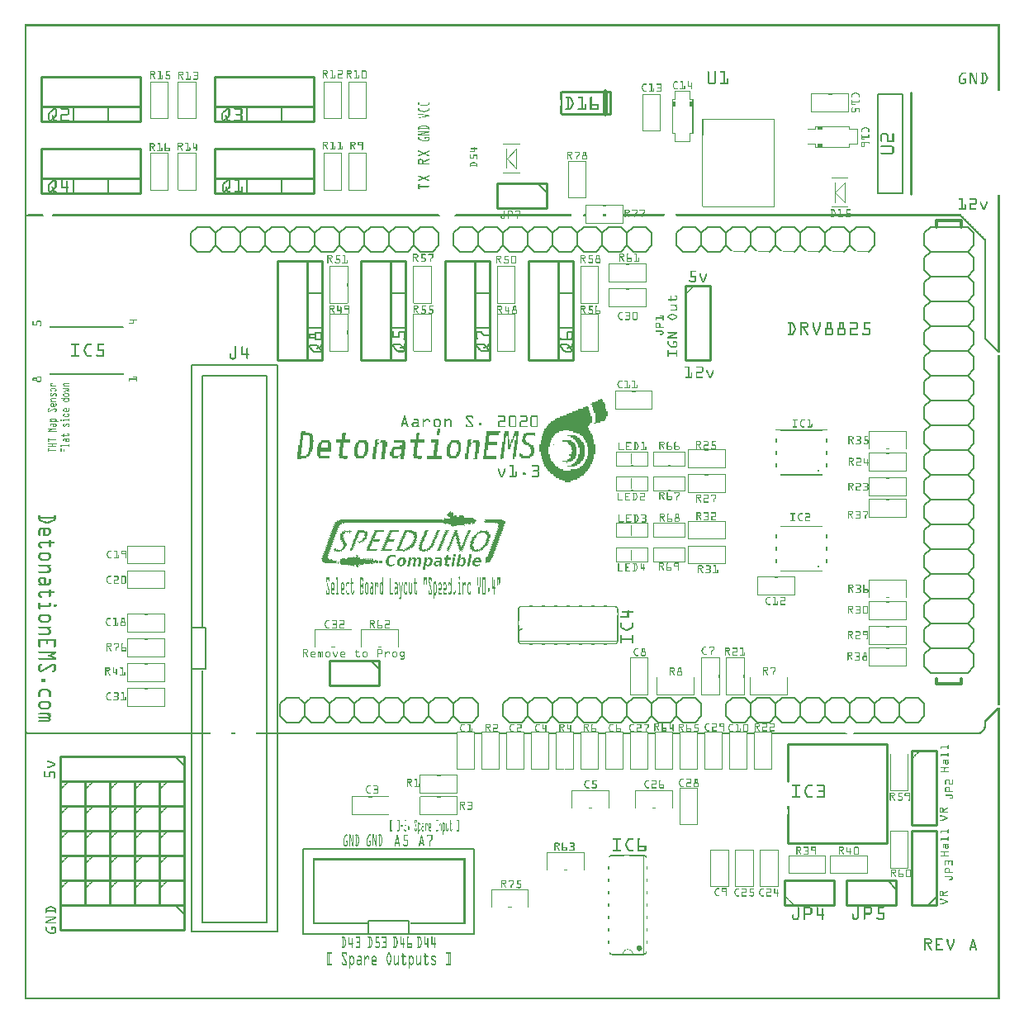
<source format=gto>
G04 MADE WITH FRITZING*
G04 WWW.FRITZING.ORG*
G04 DOUBLE SIDED*
G04 HOLES PLATED*
G04 CONTOUR ON CENTER OF CONTOUR VECTOR*
%ASAXBY*%
%FSLAX23Y23*%
%MOIN*%
%OFA0B0*%
%SFA1.0B1.0*%
%ADD10C,0.011920X0.0039196*%
%ADD11R,0.695200X0.354200X0.679200X0.338200*%
%ADD12C,0.008000*%
%ADD13R,0.173200X0.063000X0.157200X0.047000*%
%ADD14R,0.354200X2.295200X0.338200X2.279200*%
%ADD15R,0.063000X0.173200X0.047000X0.157200*%
%ADD16C,0.006000*%
%ADD17C,0.002000*%
%ADD18C,0.010000*%
%ADD19C,0.005000*%
%ADD20C,0.012000*%
%ADD21C,0.020000*%
%ADD22C,0.004861*%
%ADD23R,0.001000X0.001000*%
%LNSILK1*%
G90*
G70*
G54D10*
X3205Y2136D03*
X3205Y1749D03*
G54D12*
X1126Y610D02*
X1813Y610D01*
X1813Y264D01*
X1126Y264D01*
X1126Y610D01*
D02*
X1387Y319D02*
X1552Y319D01*
X1552Y264D01*
X1387Y264D01*
X1387Y319D01*
D02*
X676Y2563D02*
X1022Y2563D01*
X1022Y276D01*
X676Y276D01*
X676Y2563D01*
D02*
X676Y1502D02*
X731Y1502D01*
X731Y1337D01*
X676Y1337D01*
X676Y1502D01*
D02*
G54D16*
X1994Y1573D02*
X1994Y1531D01*
D02*
X1994Y1491D02*
X1994Y1449D01*
G54D17*
D02*
X1994Y1448D02*
X2394Y1448D01*
G54D16*
D02*
X2374Y182D02*
X2498Y182D01*
G54D17*
D02*
X2499Y182D02*
X2499Y582D01*
G54D18*
D02*
X644Y382D02*
X144Y382D01*
D02*
X144Y382D02*
X144Y282D01*
D02*
X144Y282D02*
X644Y282D01*
D02*
X644Y282D02*
X644Y382D01*
G54D19*
D02*
X609Y382D02*
X644Y347D01*
G54D18*
D02*
X644Y982D02*
X144Y982D01*
D02*
X144Y982D02*
X144Y882D01*
D02*
X144Y882D02*
X644Y882D01*
D02*
X644Y882D02*
X644Y982D01*
G54D19*
D02*
X609Y982D02*
X644Y947D01*
G54D18*
D02*
X144Y782D02*
X144Y682D01*
D02*
X144Y682D02*
X244Y682D01*
D02*
X244Y682D02*
X244Y782D01*
D02*
X244Y782D02*
X144Y782D01*
D02*
X244Y782D02*
X244Y682D01*
D02*
X244Y682D02*
X344Y682D01*
D02*
X344Y682D02*
X344Y782D01*
D02*
X344Y782D02*
X244Y782D01*
D02*
X344Y782D02*
X344Y682D01*
D02*
X344Y682D02*
X444Y682D01*
D02*
X444Y682D02*
X444Y782D01*
D02*
X444Y782D02*
X344Y782D01*
D02*
X444Y782D02*
X444Y682D01*
D02*
X444Y682D02*
X544Y682D01*
D02*
X544Y682D02*
X544Y782D01*
D02*
X544Y782D02*
X444Y782D01*
D02*
X444Y482D02*
X444Y382D01*
D02*
X444Y382D02*
X544Y382D01*
D02*
X544Y382D02*
X544Y482D01*
D02*
X544Y482D02*
X444Y482D01*
D02*
X444Y582D02*
X444Y482D01*
D02*
X444Y482D02*
X544Y482D01*
D02*
X544Y482D02*
X544Y582D01*
D02*
X544Y582D02*
X444Y582D01*
D02*
X144Y482D02*
X144Y382D01*
D02*
X144Y382D02*
X244Y382D01*
D02*
X244Y382D02*
X244Y482D01*
D02*
X244Y482D02*
X144Y482D01*
D02*
X144Y582D02*
X144Y482D01*
D02*
X144Y482D02*
X244Y482D01*
D02*
X244Y482D02*
X244Y582D01*
D02*
X244Y582D02*
X144Y582D01*
D02*
X244Y482D02*
X244Y382D01*
D02*
X244Y382D02*
X344Y382D01*
D02*
X344Y382D02*
X344Y482D01*
D02*
X344Y482D02*
X244Y482D01*
D02*
X244Y582D02*
X244Y482D01*
D02*
X244Y482D02*
X344Y482D01*
D02*
X344Y482D02*
X344Y582D01*
D02*
X344Y582D02*
X244Y582D01*
D02*
X344Y482D02*
X344Y382D01*
D02*
X344Y382D02*
X444Y382D01*
D02*
X444Y382D02*
X444Y482D01*
D02*
X444Y482D02*
X344Y482D01*
D02*
X344Y582D02*
X344Y482D01*
D02*
X344Y482D02*
X444Y482D01*
D02*
X444Y482D02*
X444Y582D01*
D02*
X444Y582D02*
X344Y582D01*
D02*
X544Y482D02*
X544Y382D01*
D02*
X544Y382D02*
X644Y382D01*
D02*
X644Y382D02*
X644Y482D01*
D02*
X644Y482D02*
X544Y482D01*
D02*
X544Y582D02*
X544Y482D01*
D02*
X544Y482D02*
X644Y482D01*
D02*
X644Y482D02*
X644Y582D01*
D02*
X644Y582D02*
X544Y582D01*
D02*
X144Y882D02*
X144Y782D01*
D02*
X144Y782D02*
X244Y782D01*
D02*
X244Y782D02*
X244Y882D01*
D02*
X244Y882D02*
X144Y882D01*
D02*
X244Y882D02*
X244Y782D01*
D02*
X244Y782D02*
X344Y782D01*
D02*
X344Y782D02*
X344Y882D01*
D02*
X344Y882D02*
X244Y882D01*
D02*
X344Y882D02*
X344Y782D01*
D02*
X344Y782D02*
X444Y782D01*
D02*
X444Y782D02*
X444Y882D01*
D02*
X444Y882D02*
X344Y882D01*
D02*
X444Y882D02*
X444Y782D01*
D02*
X444Y782D02*
X544Y782D01*
D02*
X544Y782D02*
X544Y882D01*
D02*
X544Y882D02*
X444Y882D01*
D02*
X444Y682D02*
X444Y582D01*
D02*
X444Y582D02*
X544Y582D01*
D02*
X544Y582D02*
X544Y682D01*
D02*
X544Y682D02*
X444Y682D01*
D02*
X544Y682D02*
X544Y582D01*
D02*
X544Y582D02*
X644Y582D01*
D02*
X644Y582D02*
X644Y682D01*
D02*
X644Y682D02*
X544Y682D01*
D02*
X1432Y1370D02*
X1232Y1370D01*
D02*
X1232Y1370D02*
X1232Y1270D01*
D02*
X1232Y1270D02*
X1432Y1270D01*
D02*
X1432Y1270D02*
X1432Y1370D01*
G54D19*
D02*
X1397Y1370D02*
X1432Y1335D01*
G54D18*
D02*
X144Y682D02*
X144Y582D01*
D02*
X144Y582D02*
X244Y582D01*
D02*
X244Y582D02*
X244Y682D01*
D02*
X244Y682D02*
X144Y682D01*
D02*
X244Y682D02*
X244Y582D01*
D02*
X244Y582D02*
X344Y582D01*
D02*
X344Y582D02*
X344Y682D01*
D02*
X344Y682D02*
X244Y682D01*
D02*
X344Y682D02*
X344Y582D01*
D02*
X344Y582D02*
X444Y582D01*
D02*
X444Y582D02*
X444Y682D01*
D02*
X444Y682D02*
X344Y682D01*
D02*
X544Y882D02*
X544Y782D01*
D02*
X544Y782D02*
X644Y782D01*
D02*
X644Y782D02*
X644Y882D01*
D02*
X644Y882D02*
X544Y882D01*
D02*
X544Y782D02*
X544Y682D01*
D02*
X544Y682D02*
X644Y682D01*
D02*
X644Y682D02*
X644Y782D01*
D02*
X644Y782D02*
X544Y782D01*
D02*
X3082Y632D02*
X3482Y632D01*
D02*
X3482Y632D02*
X3482Y1032D01*
D02*
X3482Y1032D02*
X3082Y1032D01*
D02*
X3082Y882D02*
X3082Y1032D01*
G54D20*
D02*
X3682Y1295D02*
X3682Y1275D01*
D02*
X3682Y1275D02*
X3782Y1275D01*
D02*
X3782Y1275D02*
X3782Y1295D01*
D02*
X3682Y3120D02*
X3682Y3145D01*
D02*
X3682Y3145D02*
X3782Y3145D01*
D02*
X3782Y3145D02*
X3782Y3120D01*
G54D16*
D02*
X3457Y1220D02*
X3507Y1220D01*
D02*
X3507Y1220D02*
X3532Y1195D01*
D02*
X3532Y1195D02*
X3532Y1145D01*
D02*
X3532Y1145D02*
X3507Y1120D01*
D02*
X3332Y1195D02*
X3357Y1220D01*
D02*
X3357Y1220D02*
X3407Y1220D01*
D02*
X3407Y1220D02*
X3432Y1195D01*
D02*
X3432Y1195D02*
X3432Y1145D01*
D02*
X3432Y1145D02*
X3407Y1120D01*
D02*
X3407Y1120D02*
X3357Y1120D01*
D02*
X3357Y1120D02*
X3332Y1145D01*
D02*
X3457Y1220D02*
X3432Y1195D01*
D02*
X3432Y1145D02*
X3457Y1120D01*
D02*
X3507Y1120D02*
X3457Y1120D01*
D02*
X3157Y1220D02*
X3207Y1220D01*
D02*
X3207Y1220D02*
X3232Y1195D01*
D02*
X3232Y1195D02*
X3232Y1145D01*
D02*
X3232Y1145D02*
X3207Y1120D01*
D02*
X3232Y1195D02*
X3257Y1220D01*
D02*
X3257Y1220D02*
X3307Y1220D01*
D02*
X3307Y1220D02*
X3332Y1195D01*
D02*
X3332Y1195D02*
X3332Y1145D01*
D02*
X3332Y1145D02*
X3307Y1120D01*
D02*
X3307Y1120D02*
X3257Y1120D01*
D02*
X3257Y1120D02*
X3232Y1145D01*
D02*
X3032Y1195D02*
X3057Y1220D01*
D02*
X3057Y1220D02*
X3107Y1220D01*
D02*
X3107Y1220D02*
X3132Y1195D01*
D02*
X3132Y1195D02*
X3132Y1145D01*
D02*
X3132Y1145D02*
X3107Y1120D01*
D02*
X3107Y1120D02*
X3057Y1120D01*
D02*
X3057Y1120D02*
X3032Y1145D01*
D02*
X3157Y1220D02*
X3132Y1195D01*
D02*
X3132Y1145D02*
X3157Y1120D01*
D02*
X3207Y1120D02*
X3157Y1120D01*
D02*
X2857Y1220D02*
X2907Y1220D01*
D02*
X2907Y1220D02*
X2932Y1195D01*
D02*
X2932Y1195D02*
X2932Y1145D01*
D02*
X2932Y1145D02*
X2907Y1120D01*
D02*
X2932Y1195D02*
X2957Y1220D01*
D02*
X2957Y1220D02*
X3007Y1220D01*
D02*
X3007Y1220D02*
X3032Y1195D01*
D02*
X3032Y1195D02*
X3032Y1145D01*
D02*
X3032Y1145D02*
X3007Y1120D01*
D02*
X3007Y1120D02*
X2957Y1120D01*
D02*
X2957Y1120D02*
X2932Y1145D01*
D02*
X2832Y1195D02*
X2832Y1145D01*
D02*
X2857Y1220D02*
X2832Y1195D01*
D02*
X2832Y1145D02*
X2857Y1120D01*
D02*
X2907Y1120D02*
X2857Y1120D01*
D02*
X3557Y1220D02*
X3607Y1220D01*
D02*
X3607Y1220D02*
X3632Y1195D01*
D02*
X3632Y1195D02*
X3632Y1145D01*
D02*
X3632Y1145D02*
X3607Y1120D01*
D02*
X3557Y1220D02*
X3532Y1195D01*
D02*
X3532Y1145D02*
X3557Y1120D01*
D02*
X3607Y1120D02*
X3557Y1120D01*
D02*
X2557Y1220D02*
X2607Y1220D01*
D02*
X2607Y1220D02*
X2632Y1195D01*
D02*
X2632Y1195D02*
X2632Y1145D01*
D02*
X2632Y1145D02*
X2607Y1120D01*
D02*
X2432Y1195D02*
X2457Y1220D01*
D02*
X2457Y1220D02*
X2507Y1220D01*
D02*
X2507Y1220D02*
X2532Y1195D01*
D02*
X2532Y1195D02*
X2532Y1145D01*
D02*
X2532Y1145D02*
X2507Y1120D01*
D02*
X2507Y1120D02*
X2457Y1120D01*
D02*
X2457Y1120D02*
X2432Y1145D01*
D02*
X2557Y1220D02*
X2532Y1195D01*
D02*
X2532Y1145D02*
X2557Y1120D01*
D02*
X2607Y1120D02*
X2557Y1120D01*
D02*
X2257Y1220D02*
X2307Y1220D01*
D02*
X2307Y1220D02*
X2332Y1195D01*
D02*
X2332Y1195D02*
X2332Y1145D01*
D02*
X2332Y1145D02*
X2307Y1120D01*
D02*
X2332Y1195D02*
X2357Y1220D01*
D02*
X2357Y1220D02*
X2407Y1220D01*
D02*
X2407Y1220D02*
X2432Y1195D01*
D02*
X2432Y1195D02*
X2432Y1145D01*
D02*
X2432Y1145D02*
X2407Y1120D01*
D02*
X2407Y1120D02*
X2357Y1120D01*
D02*
X2357Y1120D02*
X2332Y1145D01*
D02*
X2132Y1195D02*
X2157Y1220D01*
D02*
X2157Y1220D02*
X2207Y1220D01*
D02*
X2207Y1220D02*
X2232Y1195D01*
D02*
X2232Y1195D02*
X2232Y1145D01*
D02*
X2232Y1145D02*
X2207Y1120D01*
D02*
X2207Y1120D02*
X2157Y1120D01*
D02*
X2157Y1120D02*
X2132Y1145D01*
D02*
X2257Y1220D02*
X2232Y1195D01*
D02*
X2232Y1145D02*
X2257Y1120D01*
D02*
X2307Y1120D02*
X2257Y1120D01*
D02*
X1957Y1220D02*
X2007Y1220D01*
D02*
X2007Y1220D02*
X2032Y1195D01*
D02*
X2032Y1195D02*
X2032Y1145D01*
D02*
X2032Y1145D02*
X2007Y1120D01*
D02*
X2032Y1195D02*
X2057Y1220D01*
D02*
X2057Y1220D02*
X2107Y1220D01*
D02*
X2107Y1220D02*
X2132Y1195D01*
D02*
X2132Y1195D02*
X2132Y1145D01*
D02*
X2132Y1145D02*
X2107Y1120D01*
D02*
X2107Y1120D02*
X2057Y1120D01*
D02*
X2057Y1120D02*
X2032Y1145D01*
D02*
X1932Y1195D02*
X1932Y1145D01*
D02*
X1957Y1220D02*
X1932Y1195D01*
D02*
X1932Y1145D02*
X1957Y1120D01*
D02*
X2007Y1120D02*
X1957Y1120D01*
D02*
X2657Y1220D02*
X2707Y1220D01*
D02*
X2707Y1220D02*
X2732Y1195D01*
D02*
X2732Y1195D02*
X2732Y1145D01*
D02*
X2732Y1145D02*
X2707Y1120D01*
D02*
X2657Y1220D02*
X2632Y1195D01*
D02*
X2632Y1145D02*
X2657Y1120D01*
D02*
X2707Y1120D02*
X2657Y1120D01*
D02*
X2807Y3020D02*
X2757Y3020D01*
D02*
X2757Y3020D02*
X2732Y3045D01*
D02*
X2732Y3045D02*
X2732Y3095D01*
D02*
X2732Y3095D02*
X2757Y3120D01*
D02*
X2932Y3045D02*
X2907Y3020D01*
D02*
X2832Y3045D02*
X2832Y3095D01*
D02*
X2832Y3095D02*
X2857Y3120D01*
D02*
X2857Y3120D02*
X2907Y3120D01*
D02*
X2907Y3120D02*
X2932Y3095D01*
D02*
X2807Y3020D02*
X2832Y3045D01*
D02*
X2832Y3095D02*
X2807Y3120D01*
D02*
X2757Y3120D02*
X2807Y3120D01*
D02*
X3032Y3045D02*
X3032Y3095D01*
D02*
X3032Y3095D02*
X3057Y3120D01*
D02*
X3032Y3045D02*
X3007Y3020D01*
D02*
X2932Y3045D02*
X2932Y3095D01*
D02*
X2932Y3095D02*
X2957Y3120D01*
D02*
X2957Y3120D02*
X3007Y3120D01*
D02*
X3007Y3120D02*
X3032Y3095D01*
D02*
X3232Y3045D02*
X3207Y3020D01*
D02*
X3132Y3045D02*
X3132Y3095D01*
D02*
X3132Y3095D02*
X3157Y3120D01*
D02*
X3157Y3120D02*
X3207Y3120D01*
D02*
X3207Y3120D02*
X3232Y3095D01*
D02*
X3107Y3020D02*
X3132Y3045D01*
D02*
X3132Y3095D02*
X3107Y3120D01*
D02*
X3057Y3120D02*
X3107Y3120D01*
D02*
X3332Y3045D02*
X3332Y3095D01*
D02*
X3332Y3095D02*
X3357Y3120D01*
D02*
X3332Y3045D02*
X3307Y3020D01*
D02*
X3232Y3045D02*
X3232Y3095D01*
D02*
X3232Y3095D02*
X3257Y3120D01*
D02*
X3257Y3120D02*
X3307Y3120D01*
D02*
X3307Y3120D02*
X3332Y3095D01*
D02*
X3432Y3045D02*
X3432Y3095D01*
D02*
X3407Y3020D02*
X3432Y3045D01*
D02*
X3432Y3095D02*
X3407Y3120D01*
D02*
X3357Y3120D02*
X3407Y3120D01*
D02*
X2707Y3020D02*
X2657Y3020D01*
D02*
X2657Y3020D02*
X2632Y3045D01*
D02*
X2632Y3045D02*
X2632Y3095D01*
D02*
X2632Y3095D02*
X2657Y3120D01*
D02*
X2707Y3020D02*
X2732Y3045D01*
D02*
X2732Y3095D02*
X2707Y3120D01*
D02*
X2657Y3120D02*
X2707Y3120D01*
D02*
X1472Y3095D02*
X1497Y3120D01*
D02*
X1497Y3120D02*
X1547Y3120D01*
D02*
X1547Y3120D02*
X1572Y3095D01*
D02*
X1572Y3095D02*
X1572Y3045D01*
D02*
X1572Y3045D02*
X1547Y3020D01*
D02*
X1547Y3020D02*
X1497Y3020D01*
D02*
X1497Y3020D02*
X1472Y3045D01*
D02*
X1297Y3120D02*
X1347Y3120D01*
D02*
X1347Y3120D02*
X1372Y3095D01*
D02*
X1372Y3095D02*
X1372Y3045D01*
D02*
X1372Y3045D02*
X1347Y3020D01*
D02*
X1372Y3095D02*
X1397Y3120D01*
D02*
X1397Y3120D02*
X1447Y3120D01*
D02*
X1447Y3120D02*
X1472Y3095D01*
D02*
X1472Y3095D02*
X1472Y3045D01*
D02*
X1472Y3045D02*
X1447Y3020D01*
D02*
X1447Y3020D02*
X1397Y3020D01*
D02*
X1397Y3020D02*
X1372Y3045D01*
D02*
X1172Y3095D02*
X1197Y3120D01*
D02*
X1197Y3120D02*
X1247Y3120D01*
D02*
X1247Y3120D02*
X1272Y3095D01*
D02*
X1272Y3095D02*
X1272Y3045D01*
D02*
X1272Y3045D02*
X1247Y3020D01*
D02*
X1247Y3020D02*
X1197Y3020D01*
D02*
X1197Y3020D02*
X1172Y3045D01*
D02*
X1297Y3120D02*
X1272Y3095D01*
D02*
X1272Y3045D02*
X1297Y3020D01*
D02*
X1347Y3020D02*
X1297Y3020D01*
D02*
X997Y3120D02*
X1047Y3120D01*
D02*
X1047Y3120D02*
X1072Y3095D01*
D02*
X1072Y3095D02*
X1072Y3045D01*
D02*
X1072Y3045D02*
X1047Y3020D01*
D02*
X1072Y3095D02*
X1097Y3120D01*
D02*
X1097Y3120D02*
X1147Y3120D01*
D02*
X1147Y3120D02*
X1172Y3095D01*
D02*
X1172Y3095D02*
X1172Y3045D01*
D02*
X1172Y3045D02*
X1147Y3020D01*
D02*
X1147Y3020D02*
X1097Y3020D01*
D02*
X1097Y3020D02*
X1072Y3045D01*
D02*
X872Y3095D02*
X897Y3120D01*
D02*
X897Y3120D02*
X947Y3120D01*
D02*
X947Y3120D02*
X972Y3095D01*
D02*
X972Y3095D02*
X972Y3045D01*
D02*
X972Y3045D02*
X947Y3020D01*
D02*
X947Y3020D02*
X897Y3020D01*
D02*
X897Y3020D02*
X872Y3045D01*
D02*
X997Y3120D02*
X972Y3095D01*
D02*
X972Y3045D02*
X997Y3020D01*
D02*
X1047Y3020D02*
X997Y3020D01*
D02*
X697Y3120D02*
X747Y3120D01*
D02*
X747Y3120D02*
X772Y3095D01*
D02*
X772Y3095D02*
X772Y3045D01*
D02*
X772Y3045D02*
X747Y3020D01*
D02*
X772Y3095D02*
X797Y3120D01*
D02*
X797Y3120D02*
X847Y3120D01*
D02*
X847Y3120D02*
X872Y3095D01*
D02*
X872Y3095D02*
X872Y3045D01*
D02*
X872Y3045D02*
X847Y3020D01*
D02*
X847Y3020D02*
X797Y3020D01*
D02*
X797Y3020D02*
X772Y3045D01*
D02*
X672Y3095D02*
X672Y3045D01*
D02*
X697Y3120D02*
X672Y3095D01*
D02*
X672Y3045D02*
X697Y3020D01*
D02*
X747Y3020D02*
X697Y3020D01*
D02*
X1597Y3120D02*
X1647Y3120D01*
D02*
X1647Y3120D02*
X1672Y3095D01*
D02*
X1672Y3095D02*
X1672Y3045D01*
D02*
X1672Y3045D02*
X1647Y3020D01*
D02*
X1597Y3120D02*
X1572Y3095D01*
D02*
X1572Y3045D02*
X1597Y3020D01*
D02*
X1647Y3020D02*
X1597Y3020D01*
D02*
X1657Y1220D02*
X1707Y1220D01*
D02*
X1707Y1220D02*
X1732Y1195D01*
D02*
X1732Y1195D02*
X1732Y1145D01*
D02*
X1732Y1145D02*
X1707Y1120D01*
D02*
X1532Y1195D02*
X1557Y1220D01*
D02*
X1557Y1220D02*
X1607Y1220D01*
D02*
X1607Y1220D02*
X1632Y1195D01*
D02*
X1632Y1195D02*
X1632Y1145D01*
D02*
X1632Y1145D02*
X1607Y1120D01*
D02*
X1607Y1120D02*
X1557Y1120D01*
D02*
X1557Y1120D02*
X1532Y1145D01*
D02*
X1657Y1220D02*
X1632Y1195D01*
D02*
X1632Y1145D02*
X1657Y1120D01*
D02*
X1707Y1120D02*
X1657Y1120D01*
D02*
X1357Y1220D02*
X1407Y1220D01*
D02*
X1407Y1220D02*
X1432Y1195D01*
D02*
X1432Y1195D02*
X1432Y1145D01*
D02*
X1432Y1145D02*
X1407Y1120D01*
D02*
X1432Y1195D02*
X1457Y1220D01*
D02*
X1457Y1220D02*
X1507Y1220D01*
D02*
X1507Y1220D02*
X1532Y1195D01*
D02*
X1532Y1195D02*
X1532Y1145D01*
D02*
X1532Y1145D02*
X1507Y1120D01*
D02*
X1507Y1120D02*
X1457Y1120D01*
D02*
X1457Y1120D02*
X1432Y1145D01*
D02*
X1232Y1195D02*
X1257Y1220D01*
D02*
X1257Y1220D02*
X1307Y1220D01*
D02*
X1307Y1220D02*
X1332Y1195D01*
D02*
X1332Y1195D02*
X1332Y1145D01*
D02*
X1332Y1145D02*
X1307Y1120D01*
D02*
X1307Y1120D02*
X1257Y1120D01*
D02*
X1257Y1120D02*
X1232Y1145D01*
D02*
X1357Y1220D02*
X1332Y1195D01*
D02*
X1332Y1145D02*
X1357Y1120D01*
D02*
X1407Y1120D02*
X1357Y1120D01*
D02*
X1057Y1220D02*
X1107Y1220D01*
D02*
X1132Y1195D02*
X1132Y1145D01*
D02*
X1132Y1145D02*
X1107Y1120D01*
D02*
X1157Y1220D02*
X1207Y1220D01*
D02*
X1207Y1220D02*
X1232Y1195D01*
D02*
X1232Y1195D02*
X1232Y1145D01*
D02*
X1232Y1145D02*
X1207Y1120D01*
D02*
X1207Y1120D02*
X1157Y1120D01*
D02*
X1157Y1120D02*
X1132Y1145D01*
D02*
X1032Y1195D02*
X1032Y1145D01*
D02*
X1057Y1220D02*
X1032Y1195D01*
D02*
X1032Y1145D02*
X1057Y1120D01*
D02*
X1107Y1120D02*
X1057Y1120D01*
D02*
X1757Y1220D02*
X1807Y1220D01*
D02*
X1807Y1220D02*
X1832Y1195D01*
D02*
X1832Y1195D02*
X1832Y1145D01*
D02*
X1832Y1145D02*
X1807Y1120D01*
D02*
X1757Y1220D02*
X1732Y1195D01*
D02*
X1732Y1145D02*
X1757Y1120D01*
D02*
X1807Y1120D02*
X1757Y1120D01*
D02*
X1907Y3020D02*
X1857Y3020D01*
D02*
X1857Y3020D02*
X1832Y3045D01*
D02*
X1832Y3045D02*
X1832Y3095D01*
D02*
X1832Y3095D02*
X1857Y3120D01*
D02*
X2032Y3045D02*
X2007Y3020D01*
D02*
X2007Y3020D02*
X1957Y3020D01*
D02*
X1957Y3020D02*
X1932Y3045D01*
D02*
X1932Y3045D02*
X1932Y3095D01*
D02*
X1932Y3095D02*
X1957Y3120D01*
D02*
X1957Y3120D02*
X2007Y3120D01*
D02*
X2007Y3120D02*
X2032Y3095D01*
D02*
X1907Y3020D02*
X1932Y3045D01*
D02*
X1932Y3095D02*
X1907Y3120D01*
D02*
X1857Y3120D02*
X1907Y3120D01*
D02*
X2207Y3020D02*
X2157Y3020D01*
D02*
X2157Y3020D02*
X2132Y3045D01*
D02*
X2132Y3045D02*
X2132Y3095D01*
D02*
X2132Y3095D02*
X2157Y3120D01*
D02*
X2132Y3045D02*
X2107Y3020D01*
D02*
X2107Y3020D02*
X2057Y3020D01*
D02*
X2057Y3020D02*
X2032Y3045D01*
D02*
X2032Y3045D02*
X2032Y3095D01*
D02*
X2032Y3095D02*
X2057Y3120D01*
D02*
X2057Y3120D02*
X2107Y3120D01*
D02*
X2107Y3120D02*
X2132Y3095D01*
D02*
X2332Y3045D02*
X2307Y3020D01*
D02*
X2307Y3020D02*
X2257Y3020D01*
D02*
X2257Y3020D02*
X2232Y3045D01*
D02*
X2232Y3045D02*
X2232Y3095D01*
D02*
X2232Y3095D02*
X2257Y3120D01*
D02*
X2257Y3120D02*
X2307Y3120D01*
D02*
X2307Y3120D02*
X2332Y3095D01*
D02*
X2207Y3020D02*
X2232Y3045D01*
D02*
X2232Y3095D02*
X2207Y3120D01*
D02*
X2157Y3120D02*
X2207Y3120D01*
D02*
X2507Y3020D02*
X2457Y3020D01*
D02*
X2457Y3020D02*
X2432Y3045D01*
D02*
X2432Y3045D02*
X2432Y3095D01*
D02*
X2432Y3095D02*
X2457Y3120D01*
D02*
X2432Y3045D02*
X2407Y3020D01*
D02*
X2407Y3020D02*
X2357Y3020D01*
D02*
X2357Y3020D02*
X2332Y3045D01*
D02*
X2332Y3045D02*
X2332Y3095D01*
D02*
X2332Y3095D02*
X2357Y3120D01*
D02*
X2357Y3120D02*
X2407Y3120D01*
D02*
X2407Y3120D02*
X2432Y3095D01*
D02*
X2532Y3045D02*
X2532Y3095D01*
D02*
X2507Y3020D02*
X2532Y3045D01*
D02*
X2532Y3095D02*
X2507Y3120D01*
D02*
X2457Y3120D02*
X2507Y3120D01*
D02*
X1807Y3020D02*
X1757Y3020D01*
D02*
X1757Y3020D02*
X1732Y3045D01*
D02*
X1732Y3045D02*
X1732Y3095D01*
D02*
X1732Y3095D02*
X1757Y3120D01*
D02*
X1807Y3020D02*
X1832Y3045D01*
D02*
X1832Y3095D02*
X1807Y3120D01*
D02*
X1757Y3120D02*
X1807Y3120D01*
D02*
X3657Y3120D02*
X3632Y3095D01*
D02*
X3632Y3095D02*
X3632Y3045D01*
D02*
X3632Y3045D02*
X3657Y3020D01*
D02*
X3657Y3020D02*
X3632Y2995D01*
D02*
X3632Y2995D02*
X3632Y2945D01*
D02*
X3632Y2945D02*
X3657Y2920D01*
D02*
X3657Y2920D02*
X3632Y2895D01*
D02*
X3632Y2895D02*
X3632Y2845D01*
D02*
X3632Y2845D02*
X3657Y2820D01*
D02*
X3657Y2820D02*
X3632Y2795D01*
D02*
X3632Y2795D02*
X3632Y2745D01*
D02*
X3632Y2745D02*
X3657Y2720D01*
D02*
X3657Y2720D02*
X3632Y2695D01*
D02*
X3632Y2695D02*
X3632Y2645D01*
D02*
X3632Y2645D02*
X3657Y2620D01*
D02*
X3657Y2620D02*
X3632Y2595D01*
D02*
X3632Y2595D02*
X3632Y2545D01*
D02*
X3632Y2545D02*
X3657Y2520D01*
D02*
X3657Y3120D02*
X3807Y3120D01*
D02*
X3807Y3120D02*
X3832Y3095D01*
D02*
X3832Y3095D02*
X3832Y3045D01*
D02*
X3832Y3045D02*
X3807Y3020D01*
D02*
X3807Y3020D02*
X3832Y2995D01*
D02*
X3832Y2995D02*
X3832Y2945D01*
D02*
X3832Y2945D02*
X3807Y2920D01*
D02*
X3807Y2920D02*
X3832Y2895D01*
D02*
X3832Y2895D02*
X3832Y2845D01*
D02*
X3832Y2845D02*
X3807Y2820D01*
D02*
X3807Y2820D02*
X3832Y2795D01*
D02*
X3832Y2795D02*
X3832Y2745D01*
D02*
X3832Y2745D02*
X3807Y2720D01*
D02*
X3807Y2720D02*
X3832Y2695D01*
D02*
X3832Y2695D02*
X3832Y2645D01*
D02*
X3832Y2645D02*
X3807Y2620D01*
D02*
X3807Y2620D02*
X3832Y2595D01*
D02*
X3832Y2595D02*
X3832Y2545D01*
D02*
X3832Y2545D02*
X3807Y2520D01*
D02*
X3807Y2520D02*
X3832Y2495D01*
D02*
X3832Y2495D02*
X3832Y2445D01*
D02*
X3832Y2445D02*
X3807Y2420D01*
D02*
X3807Y2420D02*
X3832Y2395D01*
D02*
X3832Y2395D02*
X3832Y2345D01*
D02*
X3832Y2345D02*
X3807Y2320D01*
D02*
X3807Y2320D02*
X3832Y2295D01*
D02*
X3832Y2295D02*
X3832Y2245D01*
D02*
X3832Y2245D02*
X3807Y2220D01*
D02*
X3807Y2220D02*
X3832Y2195D01*
D02*
X3832Y2195D02*
X3832Y2145D01*
D02*
X3832Y2145D02*
X3807Y2120D01*
D02*
X3807Y2120D02*
X3832Y2095D01*
D02*
X3832Y2095D02*
X3832Y2045D01*
D02*
X3832Y2045D02*
X3807Y2020D01*
D02*
X3807Y2020D02*
X3832Y1995D01*
D02*
X3832Y1995D02*
X3832Y1945D01*
D02*
X3807Y1920D02*
X3832Y1945D01*
D02*
X3807Y1920D02*
X3832Y1895D01*
D02*
X3832Y1845D02*
X3832Y1895D01*
D02*
X3832Y1845D02*
X3807Y1820D01*
D02*
X3807Y1820D02*
X3832Y1795D01*
D02*
X3832Y1745D02*
X3832Y1795D01*
D02*
X3832Y1745D02*
X3807Y1720D01*
D02*
X3807Y1720D02*
X3832Y1695D01*
D02*
X3832Y1645D02*
X3832Y1695D01*
D02*
X3832Y1645D02*
X3807Y1620D01*
D02*
X3807Y1620D02*
X3832Y1595D01*
D02*
X3832Y1545D02*
X3832Y1595D01*
D02*
X3832Y1545D02*
X3807Y1520D01*
D02*
X3807Y1520D02*
X3832Y1495D01*
D02*
X3832Y1445D02*
X3832Y1495D01*
D02*
X3832Y1445D02*
X3807Y1420D01*
D02*
X3807Y1420D02*
X3832Y1395D01*
D02*
X3832Y1345D02*
X3832Y1395D01*
D02*
X3832Y1345D02*
X3807Y1320D01*
D02*
X3657Y1320D02*
X3632Y1345D01*
D02*
X3632Y1345D02*
X3632Y1395D01*
D02*
X3657Y1420D02*
X3632Y1395D01*
D02*
X3657Y1420D02*
X3632Y1445D01*
D02*
X3632Y1445D02*
X3632Y1495D01*
D02*
X3657Y1520D02*
X3632Y1495D01*
D02*
X3657Y1520D02*
X3632Y1545D01*
D02*
X3632Y1595D02*
X3632Y1545D01*
D02*
X3632Y1595D02*
X3657Y1620D01*
D02*
X3657Y1620D02*
X3632Y1645D01*
D02*
X3632Y1695D02*
X3632Y1645D01*
D02*
X3632Y1695D02*
X3657Y1720D01*
D02*
X3657Y1720D02*
X3632Y1745D01*
D02*
X3632Y1745D02*
X3632Y1795D01*
D02*
X3657Y1820D02*
X3632Y1795D01*
D02*
X3657Y1820D02*
X3632Y1845D01*
D02*
X3632Y1845D02*
X3632Y1895D01*
D02*
X3657Y1920D02*
X3632Y1895D01*
D02*
X3657Y1920D02*
X3632Y1945D01*
D02*
X3632Y1945D02*
X3632Y1995D01*
D02*
X3657Y2020D02*
X3632Y1995D01*
D02*
X3657Y2020D02*
X3632Y2045D01*
D02*
X3632Y2045D02*
X3632Y2095D01*
D02*
X3657Y2120D02*
X3632Y2095D01*
D02*
X3657Y2120D02*
X3632Y2145D01*
D02*
X3632Y2145D02*
X3632Y2195D01*
D02*
X3657Y2220D02*
X3632Y2195D01*
D02*
X3657Y2220D02*
X3632Y2245D01*
D02*
X3632Y2245D02*
X3632Y2295D01*
D02*
X3657Y2320D02*
X3632Y2295D01*
D02*
X3657Y2320D02*
X3632Y2345D01*
D02*
X3632Y2345D02*
X3632Y2395D01*
D02*
X3657Y2420D02*
X3632Y2395D01*
D02*
X3657Y2420D02*
X3632Y2445D01*
D02*
X3632Y2445D02*
X3632Y2495D01*
D02*
X3657Y2520D02*
X3632Y2495D01*
D02*
X3807Y3020D02*
X3657Y3020D01*
D02*
X3807Y2920D02*
X3657Y2920D01*
D02*
X3807Y2820D02*
X3657Y2820D01*
D02*
X3807Y2720D02*
X3657Y2720D01*
D02*
X3807Y2620D02*
X3657Y2620D01*
D02*
X3807Y2520D02*
X3657Y2520D01*
D02*
X3807Y2420D02*
X3657Y2420D01*
D02*
X3807Y2320D02*
X3657Y2320D01*
D02*
X3807Y2220D02*
X3657Y2220D01*
D02*
X3807Y2120D02*
X3657Y2120D01*
D02*
X3807Y2020D02*
X3657Y2020D01*
D02*
X3807Y1920D02*
X3657Y1920D01*
D02*
X3807Y1820D02*
X3657Y1820D01*
D02*
X3807Y1720D02*
X3657Y1720D01*
D02*
X3807Y1620D02*
X3657Y1620D01*
D02*
X3807Y1520D02*
X3657Y1520D01*
D02*
X3807Y1420D02*
X3657Y1420D01*
D02*
X3807Y1320D02*
X3657Y1320D01*
G54D18*
D02*
X1539Y2982D02*
X1539Y2582D01*
D02*
X1539Y2582D02*
X1359Y2582D01*
D02*
X1359Y2582D02*
X1359Y2982D01*
D02*
X1359Y2982D02*
X1539Y2982D01*
D02*
X1539Y2982D02*
X1539Y2582D01*
D02*
X1539Y2582D02*
X1479Y2582D01*
D02*
X1479Y2582D02*
X1479Y2982D01*
D02*
X1479Y2982D02*
X1539Y2982D01*
G54D19*
D02*
X1539Y2852D02*
X1479Y2852D01*
D02*
X1539Y2712D02*
X1479Y2712D01*
G54D18*
D02*
X2214Y2982D02*
X2214Y2582D01*
D02*
X2214Y2582D02*
X2034Y2582D01*
D02*
X2034Y2582D02*
X2034Y2982D01*
D02*
X2034Y2982D02*
X2214Y2982D01*
D02*
X2214Y2982D02*
X2214Y2582D01*
D02*
X2214Y2582D02*
X2154Y2582D01*
D02*
X2154Y2582D02*
X2154Y2982D01*
D02*
X2154Y2982D02*
X2214Y2982D01*
G54D19*
D02*
X2214Y2852D02*
X2154Y2852D01*
D02*
X2214Y2712D02*
X2154Y2712D01*
G54D18*
D02*
X1877Y2982D02*
X1877Y2582D01*
D02*
X1877Y2582D02*
X1697Y2582D01*
D02*
X1697Y2582D02*
X1697Y2982D01*
D02*
X1697Y2982D02*
X1877Y2982D01*
D02*
X1877Y2982D02*
X1877Y2582D01*
D02*
X1877Y2582D02*
X1817Y2582D01*
D02*
X1817Y2582D02*
X1817Y2982D01*
D02*
X1817Y2982D02*
X1877Y2982D01*
G54D19*
D02*
X1877Y2852D02*
X1817Y2852D01*
D02*
X1877Y2712D02*
X1817Y2712D01*
G54D18*
D02*
X1202Y2982D02*
X1202Y2582D01*
D02*
X1202Y2582D02*
X1022Y2582D01*
D02*
X1022Y2582D02*
X1022Y2982D01*
D02*
X1022Y2982D02*
X1202Y2982D01*
D02*
X1202Y2982D02*
X1202Y2582D01*
D02*
X1202Y2582D02*
X1142Y2582D01*
D02*
X1142Y2582D02*
X1142Y2982D01*
D02*
X1142Y2982D02*
X1202Y2982D01*
G54D19*
D02*
X1202Y2852D02*
X1142Y2852D01*
D02*
X1202Y2712D02*
X1142Y2712D01*
G54D18*
D02*
X3682Y382D02*
X3682Y682D01*
D02*
X3682Y682D02*
X3582Y682D01*
D02*
X3582Y682D02*
X3582Y382D01*
D02*
X3582Y382D02*
X3682Y382D01*
G54D19*
D02*
X3682Y417D02*
X3647Y382D01*
G54D18*
D02*
X3582Y1007D02*
X3582Y707D01*
D02*
X3582Y707D02*
X3682Y707D01*
D02*
X3682Y707D02*
X3682Y1007D01*
D02*
X3682Y1007D02*
X3582Y1007D01*
D02*
X2107Y3295D02*
X1907Y3295D01*
D02*
X1907Y3295D02*
X1907Y3195D01*
D02*
X1907Y3195D02*
X2107Y3195D01*
D02*
X2107Y3195D02*
X2107Y3295D01*
G54D19*
D02*
X2072Y3295D02*
X2107Y3260D01*
G54D18*
D02*
X2669Y2882D02*
X2669Y2582D01*
D02*
X2669Y2582D02*
X2769Y2582D01*
D02*
X2769Y2582D02*
X2769Y2882D01*
D02*
X2769Y2882D02*
X2669Y2882D01*
D02*
X3069Y382D02*
X3269Y382D01*
D02*
X3269Y382D02*
X3269Y482D01*
D02*
X3269Y482D02*
X3069Y482D01*
D02*
X3069Y482D02*
X3069Y382D01*
D02*
X3519Y482D02*
X3319Y482D01*
D02*
X3319Y482D02*
X3319Y382D01*
D02*
X3319Y382D02*
X3519Y382D01*
D02*
X3519Y382D02*
X3519Y482D01*
G54D19*
D02*
X3484Y482D02*
X3519Y447D01*
G54D18*
D02*
X2363Y3575D02*
X2168Y3575D01*
D02*
X2168Y3665D02*
X2363Y3665D01*
D02*
X2363Y3665D02*
X2363Y3575D01*
G54D21*
D02*
X2343Y3665D02*
X2343Y3575D01*
G54D19*
D02*
X3444Y3257D02*
X3544Y3257D01*
D02*
X3544Y3257D02*
X3544Y3657D01*
D02*
X3544Y3657D02*
X3444Y3657D01*
D02*
X3444Y3657D02*
X3444Y3257D01*
G54D18*
D02*
X469Y3257D02*
X69Y3257D01*
D02*
X69Y3257D02*
X69Y3437D01*
D02*
X69Y3437D02*
X469Y3437D01*
D02*
X469Y3437D02*
X469Y3257D01*
D02*
X469Y3257D02*
X69Y3257D01*
D02*
X69Y3257D02*
X69Y3317D01*
D02*
X69Y3317D02*
X469Y3317D01*
D02*
X469Y3317D02*
X469Y3257D01*
G54D19*
D02*
X339Y3257D02*
X339Y3317D01*
D02*
X199Y3257D02*
X199Y3317D01*
G54D18*
D02*
X1169Y3544D02*
X769Y3544D01*
D02*
X769Y3544D02*
X769Y3724D01*
D02*
X769Y3724D02*
X1169Y3724D01*
D02*
X1169Y3724D02*
X1169Y3544D01*
D02*
X1169Y3544D02*
X769Y3544D01*
D02*
X769Y3544D02*
X769Y3604D01*
D02*
X769Y3604D02*
X1169Y3604D01*
D02*
X1169Y3604D02*
X1169Y3544D01*
G54D19*
D02*
X1039Y3544D02*
X1039Y3604D01*
D02*
X899Y3544D02*
X899Y3604D01*
G54D18*
D02*
X469Y3544D02*
X69Y3544D01*
D02*
X69Y3544D02*
X69Y3724D01*
D02*
X69Y3724D02*
X469Y3724D01*
D02*
X469Y3724D02*
X469Y3544D01*
D02*
X469Y3544D02*
X69Y3544D01*
D02*
X69Y3544D02*
X69Y3604D01*
D02*
X69Y3604D02*
X469Y3604D01*
D02*
X469Y3604D02*
X469Y3544D01*
G54D19*
D02*
X339Y3544D02*
X339Y3604D01*
D02*
X199Y3544D02*
X199Y3604D01*
G54D18*
D02*
X1169Y3257D02*
X769Y3257D01*
D02*
X769Y3257D02*
X769Y3437D01*
D02*
X769Y3437D02*
X1169Y3437D01*
D02*
X1169Y3437D02*
X1169Y3257D01*
D02*
X1169Y3257D02*
X769Y3257D01*
D02*
X769Y3257D02*
X769Y3317D01*
D02*
X769Y3317D02*
X1169Y3317D01*
D02*
X1169Y3317D02*
X1169Y3257D01*
G54D19*
D02*
X1039Y3257D02*
X1039Y3317D01*
D02*
X899Y3257D02*
X899Y3317D01*
G54D18*
D02*
X3577Y3662D02*
X3577Y3252D01*
G36*
X2324Y2426D02*
X2324Y2421D01*
X2315Y2421D01*
X2315Y2416D01*
X2303Y2416D01*
X2303Y2411D01*
X2291Y2411D01*
X2291Y2406D01*
X2286Y2406D01*
X2286Y2401D01*
X2291Y2401D01*
X2291Y2391D01*
X2295Y2391D01*
X2295Y2380D01*
X2299Y2380D01*
X2299Y2370D01*
X2303Y2370D01*
X2303Y2330D01*
X2299Y2330D01*
X2299Y2324D01*
X2307Y2324D01*
X2307Y2330D01*
X2324Y2330D01*
X2324Y2335D01*
X2340Y2335D01*
X2340Y2340D01*
X2345Y2340D01*
X2345Y2345D01*
X2349Y2345D01*
X2349Y2355D01*
X2353Y2355D01*
X2353Y2375D01*
X2349Y2375D01*
X2349Y2386D01*
X2345Y2386D01*
X2345Y2406D01*
X2340Y2406D01*
X2340Y2411D01*
X2336Y2411D01*
X2336Y2421D01*
X2332Y2421D01*
X2332Y2426D01*
X2324Y2426D01*
G37*
D02*
G36*
X2266Y2396D02*
X2266Y2391D01*
X2253Y2391D01*
X2253Y2386D01*
X2236Y2386D01*
X2236Y2380D01*
X2224Y2380D01*
X2224Y2375D01*
X2212Y2375D01*
X2212Y2370D01*
X2199Y2370D01*
X2199Y2365D01*
X2187Y2365D01*
X2187Y2360D01*
X2174Y2360D01*
X2174Y2355D01*
X2162Y2355D01*
X2162Y2350D01*
X2149Y2350D01*
X2149Y2345D01*
X2141Y2345D01*
X2141Y2340D01*
X2133Y2340D01*
X2133Y2335D01*
X2124Y2335D01*
X2124Y2330D01*
X2120Y2330D01*
X2120Y2324D01*
X2116Y2324D01*
X2116Y2319D01*
X2112Y2319D01*
X2112Y2314D01*
X2108Y2314D01*
X2108Y2309D01*
X2103Y2309D01*
X2103Y2304D01*
X2099Y2304D01*
X2099Y2299D01*
X2199Y2299D01*
X2199Y2294D01*
X2216Y2294D01*
X2216Y2289D01*
X2228Y2289D01*
X2228Y2284D01*
X2241Y2284D01*
X2241Y2279D01*
X2249Y2279D01*
X2249Y2274D01*
X2253Y2274D01*
X2253Y2268D01*
X2257Y2268D01*
X2257Y2263D01*
X2261Y2263D01*
X2261Y2258D01*
X2266Y2258D01*
X2266Y2248D01*
X2270Y2248D01*
X2270Y2233D01*
X2274Y2233D01*
X2274Y2197D01*
X2270Y2197D01*
X2270Y2182D01*
X2266Y2182D01*
X2266Y2172D01*
X2261Y2172D01*
X2261Y2167D01*
X2257Y2167D01*
X2257Y2162D01*
X2253Y2162D01*
X2253Y2156D01*
X2249Y2156D01*
X2249Y2151D01*
X2241Y2151D01*
X2241Y2146D01*
X2232Y2146D01*
X2232Y2141D01*
X2203Y2141D01*
X2203Y2136D01*
X2274Y2136D01*
X2274Y2141D01*
X2278Y2141D01*
X2278Y2146D01*
X2282Y2146D01*
X2282Y2151D01*
X2286Y2151D01*
X2286Y2162D01*
X2291Y2162D01*
X2291Y2172D01*
X2295Y2172D01*
X2295Y2182D01*
X2299Y2182D01*
X2299Y2202D01*
X2303Y2202D01*
X2303Y2243D01*
X2299Y2243D01*
X2299Y2263D01*
X2295Y2263D01*
X2295Y2279D01*
X2291Y2279D01*
X2291Y2284D01*
X2286Y2284D01*
X2286Y2294D01*
X2282Y2294D01*
X2282Y2299D01*
X2278Y2299D01*
X2278Y2309D01*
X2274Y2309D01*
X2274Y2314D01*
X2278Y2314D01*
X2278Y2319D01*
X2282Y2319D01*
X2282Y2324D01*
X2286Y2324D01*
X2286Y2330D01*
X2291Y2330D01*
X2291Y2355D01*
X2286Y2355D01*
X2286Y2370D01*
X2282Y2370D01*
X2282Y2380D01*
X2278Y2380D01*
X2278Y2391D01*
X2274Y2391D01*
X2274Y2396D01*
X2266Y2396D01*
G37*
D02*
G36*
X2099Y2299D02*
X2099Y2294D01*
X2095Y2294D01*
X2095Y2284D01*
X2091Y2284D01*
X2091Y2274D01*
X2087Y2274D01*
X2087Y2258D01*
X2083Y2258D01*
X2083Y2243D01*
X2078Y2243D01*
X2078Y2212D01*
X2083Y2212D01*
X2083Y2197D01*
X2087Y2197D01*
X2087Y2182D01*
X2091Y2182D01*
X2091Y2172D01*
X2095Y2172D01*
X2095Y2162D01*
X2099Y2162D01*
X2099Y2151D01*
X2103Y2151D01*
X2103Y2146D01*
X2108Y2146D01*
X2108Y2141D01*
X2112Y2141D01*
X2112Y2136D01*
X2174Y2136D01*
X2174Y2141D01*
X2162Y2141D01*
X2162Y2146D01*
X2153Y2146D01*
X2153Y2151D01*
X2145Y2151D01*
X2145Y2156D01*
X2141Y2156D01*
X2141Y2162D01*
X2137Y2162D01*
X2137Y2167D01*
X2133Y2167D01*
X2133Y2172D01*
X2128Y2172D01*
X2128Y2177D01*
X2124Y2177D01*
X2124Y2187D01*
X2120Y2187D01*
X2120Y2202D01*
X2116Y2202D01*
X2116Y2233D01*
X2120Y2233D01*
X2120Y2248D01*
X2124Y2248D01*
X2124Y2258D01*
X2128Y2258D01*
X2128Y2268D01*
X2133Y2268D01*
X2133Y2274D01*
X2137Y2274D01*
X2137Y2279D01*
X2141Y2279D01*
X2141Y2284D01*
X2149Y2284D01*
X2149Y2289D01*
X2157Y2289D01*
X2157Y2294D01*
X2174Y2294D01*
X2174Y2299D01*
X2099Y2299D01*
G37*
D02*
G36*
X2116Y2136D02*
X2116Y2131D01*
X2270Y2131D01*
X2270Y2136D01*
X2116Y2136D01*
G37*
D02*
G36*
X2116Y2136D02*
X2116Y2131D01*
X2270Y2131D01*
X2270Y2136D01*
X2116Y2136D01*
G37*
D02*
G36*
X2120Y2131D02*
X2120Y2126D01*
X2124Y2126D01*
X2124Y2121D01*
X2133Y2121D01*
X2133Y2116D01*
X2137Y2116D01*
X2137Y2111D01*
X2145Y2111D01*
X2145Y2106D01*
X2157Y2106D01*
X2157Y2100D01*
X2170Y2100D01*
X2170Y2095D01*
X2182Y2095D01*
X2182Y2090D01*
X2203Y2090D01*
X2203Y2095D01*
X2216Y2095D01*
X2216Y2100D01*
X2232Y2100D01*
X2232Y2106D01*
X2241Y2106D01*
X2241Y2111D01*
X2249Y2111D01*
X2249Y2116D01*
X2257Y2116D01*
X2257Y2121D01*
X2261Y2121D01*
X2261Y2126D01*
X2266Y2126D01*
X2266Y2131D01*
X2120Y2131D01*
G37*
D02*
G36*
X1667Y2304D02*
X1667Y2294D01*
X1663Y2294D01*
X1663Y2279D01*
X1675Y2279D01*
X1675Y2289D01*
X1679Y2289D01*
X1679Y2304D01*
X1667Y2304D01*
G37*
D02*
G36*
X1118Y2294D02*
X1118Y2289D01*
X1114Y2289D01*
X1114Y2279D01*
X1147Y2279D01*
X1147Y2274D01*
X1151Y2274D01*
X1151Y2228D01*
X1147Y2228D01*
X1147Y2212D01*
X1143Y2212D01*
X1143Y2202D01*
X1139Y2202D01*
X1139Y2197D01*
X1151Y2197D01*
X1151Y2202D01*
X1155Y2202D01*
X1155Y2212D01*
X1160Y2212D01*
X1160Y2223D01*
X1164Y2223D01*
X1164Y2253D01*
X1168Y2253D01*
X1168Y2258D01*
X1164Y2258D01*
X1164Y2279D01*
X1160Y2279D01*
X1160Y2284D01*
X1151Y2284D01*
X1151Y2289D01*
X1135Y2289D01*
X1135Y2294D01*
X1118Y2294D01*
G37*
D02*
G36*
X1114Y2279D02*
X1114Y2263D01*
X1110Y2263D01*
X1110Y2238D01*
X1106Y2238D01*
X1106Y2212D01*
X1101Y2212D01*
X1101Y2197D01*
X1114Y2197D01*
X1114Y2202D01*
X1118Y2202D01*
X1118Y2228D01*
X1122Y2228D01*
X1122Y2258D01*
X1126Y2258D01*
X1126Y2279D01*
X1114Y2279D01*
G37*
D02*
G36*
X1101Y2197D02*
X1101Y2192D01*
X1147Y2192D01*
X1147Y2197D01*
X1101Y2197D01*
G37*
D02*
G36*
X1101Y2197D02*
X1101Y2192D01*
X1147Y2192D01*
X1147Y2197D01*
X1101Y2197D01*
G37*
D02*
G36*
X1101Y2192D02*
X1101Y2182D01*
X1118Y2182D01*
X1118Y2187D01*
X1139Y2187D01*
X1139Y2192D01*
X1101Y2192D01*
G37*
D02*
G36*
X1866Y2294D02*
X1866Y2274D01*
X1862Y2274D01*
X1862Y2248D01*
X1858Y2248D01*
X1858Y2223D01*
X1854Y2223D01*
X1854Y2197D01*
X1850Y2197D01*
X1850Y2182D01*
X1904Y2182D01*
X1904Y2197D01*
X1866Y2197D01*
X1866Y2218D01*
X1871Y2218D01*
X1871Y2238D01*
X1908Y2238D01*
X1908Y2253D01*
X1875Y2253D01*
X1875Y2274D01*
X1879Y2274D01*
X1879Y2279D01*
X1916Y2279D01*
X1916Y2289D01*
X1920Y2289D01*
X1920Y2294D01*
X1866Y2294D01*
G37*
D02*
G36*
X1937Y2294D02*
X1937Y2284D01*
X1933Y2284D01*
X1933Y2274D01*
X1950Y2274D01*
X1950Y2243D01*
X1958Y2243D01*
X1958Y2263D01*
X1954Y2263D01*
X1954Y2294D01*
X1937Y2294D01*
G37*
D02*
G36*
X1979Y2294D02*
X1979Y2284D01*
X1975Y2284D01*
X1975Y2274D01*
X1983Y2274D01*
X1983Y2258D01*
X1979Y2258D01*
X1979Y2233D01*
X1975Y2233D01*
X1975Y2207D01*
X1970Y2207D01*
X1970Y2182D01*
X1979Y2182D01*
X1979Y2192D01*
X1983Y2192D01*
X1983Y2218D01*
X1987Y2218D01*
X1987Y2243D01*
X1991Y2243D01*
X1991Y2274D01*
X1995Y2274D01*
X1995Y2294D01*
X1979Y2294D01*
G37*
D02*
G36*
X1933Y2274D02*
X1933Y2253D01*
X1929Y2253D01*
X1929Y2228D01*
X1925Y2228D01*
X1925Y2202D01*
X1920Y2202D01*
X1920Y2182D01*
X1929Y2182D01*
X1929Y2187D01*
X1933Y2187D01*
X1933Y2212D01*
X1937Y2212D01*
X1937Y2243D01*
X1941Y2243D01*
X1941Y2268D01*
X1945Y2268D01*
X1945Y2274D01*
X1933Y2274D01*
G37*
D02*
G36*
X1970Y2274D02*
X1970Y2263D01*
X1966Y2263D01*
X1966Y2253D01*
X1962Y2253D01*
X1962Y2243D01*
X1966Y2243D01*
X1966Y2248D01*
X1970Y2248D01*
X1970Y2258D01*
X1975Y2258D01*
X1975Y2268D01*
X1979Y2268D01*
X1979Y2274D01*
X1970Y2274D01*
G37*
D02*
G36*
X1950Y2243D02*
X1950Y2238D01*
X1966Y2238D01*
X1966Y2243D01*
X1950Y2243D01*
G37*
D02*
G36*
X1950Y2243D02*
X1950Y2238D01*
X1966Y2238D01*
X1966Y2243D01*
X1950Y2243D01*
G37*
D02*
G36*
X1950Y2238D02*
X1950Y2223D01*
X1962Y2223D01*
X1962Y2233D01*
X1966Y2233D01*
X1966Y2238D01*
X1950Y2238D01*
G37*
D02*
G36*
X1284Y2289D02*
X1284Y2284D01*
X1280Y2284D01*
X1280Y2263D01*
X1259Y2263D01*
X1259Y2248D01*
X1276Y2248D01*
X1276Y2233D01*
X1272Y2233D01*
X1272Y2202D01*
X1268Y2202D01*
X1268Y2197D01*
X1272Y2197D01*
X1272Y2187D01*
X1288Y2187D01*
X1288Y2182D01*
X1301Y2182D01*
X1301Y2187D01*
X1305Y2187D01*
X1305Y2197D01*
X1284Y2197D01*
X1284Y2228D01*
X1288Y2228D01*
X1288Y2248D01*
X1313Y2248D01*
X1313Y2263D01*
X1293Y2263D01*
X1293Y2279D01*
X1297Y2279D01*
X1297Y2289D01*
X1284Y2289D01*
G37*
D02*
G36*
X1584Y2289D02*
X1584Y2284D01*
X1580Y2284D01*
X1580Y2263D01*
X1559Y2263D01*
X1559Y2248D01*
X1575Y2248D01*
X1575Y2233D01*
X1571Y2233D01*
X1571Y2202D01*
X1567Y2202D01*
X1567Y2197D01*
X1571Y2197D01*
X1571Y2187D01*
X1588Y2187D01*
X1588Y2182D01*
X1600Y2182D01*
X1600Y2187D01*
X1604Y2187D01*
X1604Y2197D01*
X1584Y2197D01*
X1584Y2228D01*
X1588Y2228D01*
X1588Y2248D01*
X1613Y2248D01*
X1613Y2263D01*
X1592Y2263D01*
X1592Y2279D01*
X1596Y2279D01*
X1596Y2289D01*
X1584Y2289D01*
G37*
D02*
G36*
X2191Y2279D02*
X2191Y2274D01*
X2203Y2274D01*
X2203Y2268D01*
X2216Y2268D01*
X2216Y2263D01*
X2220Y2263D01*
X2220Y2258D01*
X2224Y2258D01*
X2224Y2253D01*
X2228Y2253D01*
X2228Y2248D01*
X2232Y2248D01*
X2232Y2243D01*
X2236Y2243D01*
X2236Y2228D01*
X2241Y2228D01*
X2241Y2202D01*
X2236Y2202D01*
X2236Y2187D01*
X2232Y2187D01*
X2232Y2182D01*
X2228Y2182D01*
X2228Y2172D01*
X2220Y2172D01*
X2220Y2167D01*
X2216Y2167D01*
X2216Y2162D01*
X2207Y2162D01*
X2207Y2156D01*
X2191Y2156D01*
X2191Y2151D01*
X2220Y2151D01*
X2220Y2156D01*
X2232Y2156D01*
X2232Y2162D01*
X2241Y2162D01*
X2241Y2167D01*
X2245Y2167D01*
X2245Y2172D01*
X2249Y2172D01*
X2249Y2177D01*
X2253Y2177D01*
X2253Y2182D01*
X2257Y2182D01*
X2257Y2192D01*
X2261Y2192D01*
X2261Y2238D01*
X2257Y2238D01*
X2257Y2248D01*
X2253Y2248D01*
X2253Y2253D01*
X2249Y2253D01*
X2249Y2258D01*
X2245Y2258D01*
X2245Y2263D01*
X2241Y2263D01*
X2241Y2268D01*
X2232Y2268D01*
X2232Y2274D01*
X2224Y2274D01*
X2224Y2279D01*
X2191Y2279D01*
G37*
D02*
G36*
X1417Y2263D02*
X1417Y2258D01*
X1413Y2258D01*
X1413Y2233D01*
X1409Y2233D01*
X1409Y2207D01*
X1405Y2207D01*
X1405Y2182D01*
X1417Y2182D01*
X1417Y2207D01*
X1422Y2207D01*
X1422Y2233D01*
X1426Y2233D01*
X1426Y2243D01*
X1430Y2243D01*
X1430Y2248D01*
X1426Y2248D01*
X1426Y2258D01*
X1430Y2258D01*
X1430Y2263D01*
X1417Y2263D01*
G37*
D02*
G36*
X1642Y2263D02*
X1642Y2248D01*
X1659Y2248D01*
X1659Y2243D01*
X1654Y2243D01*
X1654Y2218D01*
X1650Y2218D01*
X1650Y2197D01*
X1625Y2197D01*
X1625Y2182D01*
X1683Y2182D01*
X1683Y2197D01*
X1663Y2197D01*
X1663Y2212D01*
X1667Y2212D01*
X1667Y2238D01*
X1671Y2238D01*
X1671Y2263D01*
X1642Y2263D01*
G37*
D02*
G36*
X1792Y2263D02*
X1792Y2258D01*
X1787Y2258D01*
X1787Y2233D01*
X1783Y2233D01*
X1783Y2207D01*
X1779Y2207D01*
X1779Y2182D01*
X1792Y2182D01*
X1792Y2207D01*
X1796Y2207D01*
X1796Y2233D01*
X1800Y2233D01*
X1800Y2243D01*
X1804Y2243D01*
X1804Y2248D01*
X1800Y2248D01*
X1800Y2258D01*
X1804Y2258D01*
X1804Y2263D01*
X1792Y2263D01*
G37*
D02*
G36*
X1197Y2258D02*
X1197Y2253D01*
X1193Y2253D01*
X1193Y2248D01*
X1226Y2248D01*
X1226Y2228D01*
X1239Y2228D01*
X1239Y2248D01*
X1234Y2248D01*
X1234Y2253D01*
X1230Y2253D01*
X1230Y2258D01*
X1197Y2258D01*
G37*
D02*
G36*
X1189Y2248D02*
X1189Y2243D01*
X1185Y2243D01*
X1185Y2233D01*
X1180Y2233D01*
X1180Y2228D01*
X1197Y2228D01*
X1197Y2243D01*
X1201Y2243D01*
X1201Y2248D01*
X1189Y2248D01*
G37*
D02*
G36*
X1180Y2228D02*
X1180Y2223D01*
X1239Y2223D01*
X1239Y2228D01*
X1180Y2228D01*
G37*
D02*
G36*
X1180Y2228D02*
X1180Y2223D01*
X1239Y2223D01*
X1239Y2228D01*
X1180Y2228D01*
G37*
D02*
G36*
X1180Y2223D02*
X1180Y2197D01*
X1185Y2197D01*
X1185Y2192D01*
X1189Y2192D01*
X1189Y2187D01*
X1230Y2187D01*
X1230Y2197D01*
X1193Y2197D01*
X1193Y2212D01*
X1239Y2212D01*
X1239Y2223D01*
X1180Y2223D01*
G37*
D02*
G36*
X1347Y2258D02*
X1347Y2253D01*
X1343Y2253D01*
X1343Y2248D01*
X1372Y2248D01*
X1372Y2243D01*
X1376Y2243D01*
X1376Y2212D01*
X1372Y2212D01*
X1372Y2202D01*
X1367Y2202D01*
X1367Y2197D01*
X1380Y2197D01*
X1380Y2202D01*
X1384Y2202D01*
X1384Y2212D01*
X1388Y2212D01*
X1388Y2248D01*
X1384Y2248D01*
X1384Y2253D01*
X1380Y2253D01*
X1380Y2258D01*
X1347Y2258D01*
G37*
D02*
G36*
X1338Y2248D02*
X1338Y2243D01*
X1334Y2243D01*
X1334Y2233D01*
X1330Y2233D01*
X1330Y2197D01*
X1347Y2197D01*
X1347Y2202D01*
X1343Y2202D01*
X1343Y2228D01*
X1347Y2228D01*
X1347Y2243D01*
X1351Y2243D01*
X1351Y2248D01*
X1338Y2248D01*
G37*
D02*
G36*
X1334Y2197D02*
X1334Y2192D01*
X1376Y2192D01*
X1376Y2197D01*
X1334Y2197D01*
G37*
D02*
G36*
X1334Y2197D02*
X1334Y2192D01*
X1376Y2192D01*
X1376Y2197D01*
X1334Y2197D01*
G37*
D02*
G36*
X1338Y2192D02*
X1338Y2187D01*
X1372Y2187D01*
X1372Y2192D01*
X1338Y2192D01*
G37*
D02*
G36*
X1438Y2258D02*
X1438Y2253D01*
X1434Y2253D01*
X1434Y2248D01*
X1446Y2248D01*
X1446Y2212D01*
X1442Y2212D01*
X1442Y2187D01*
X1438Y2187D01*
X1438Y2182D01*
X1455Y2182D01*
X1455Y2207D01*
X1459Y2207D01*
X1459Y2233D01*
X1463Y2233D01*
X1463Y2253D01*
X1459Y2253D01*
X1459Y2258D01*
X1438Y2258D01*
G37*
D02*
G36*
X1492Y2258D02*
X1492Y2248D01*
X1525Y2248D01*
X1525Y2238D01*
X1513Y2238D01*
X1513Y2233D01*
X1488Y2233D01*
X1488Y2228D01*
X1484Y2228D01*
X1484Y2223D01*
X1521Y2223D01*
X1521Y2207D01*
X1517Y2207D01*
X1517Y2202D01*
X1513Y2202D01*
X1513Y2197D01*
X1517Y2197D01*
X1517Y2182D01*
X1530Y2182D01*
X1530Y2197D01*
X1534Y2197D01*
X1534Y2223D01*
X1538Y2223D01*
X1538Y2253D01*
X1534Y2253D01*
X1534Y2258D01*
X1492Y2258D01*
G37*
D02*
G36*
X1480Y2223D02*
X1480Y2212D01*
X1476Y2212D01*
X1476Y2197D01*
X1492Y2197D01*
X1492Y2218D01*
X1496Y2218D01*
X1496Y2223D01*
X1480Y2223D01*
G37*
D02*
G36*
X1480Y2197D02*
X1480Y2192D01*
X1484Y2192D01*
X1484Y2187D01*
X1509Y2187D01*
X1509Y2192D01*
X1513Y2192D01*
X1513Y2197D01*
X1480Y2197D01*
G37*
D02*
G36*
X1721Y2258D02*
X1721Y2253D01*
X1717Y2253D01*
X1717Y2248D01*
X1746Y2248D01*
X1746Y2243D01*
X1750Y2243D01*
X1750Y2212D01*
X1746Y2212D01*
X1746Y2202D01*
X1742Y2202D01*
X1742Y2197D01*
X1754Y2197D01*
X1754Y2202D01*
X1758Y2202D01*
X1758Y2212D01*
X1762Y2212D01*
X1762Y2248D01*
X1758Y2248D01*
X1758Y2253D01*
X1754Y2253D01*
X1754Y2258D01*
X1721Y2258D01*
G37*
D02*
G36*
X1713Y2248D02*
X1713Y2243D01*
X1708Y2243D01*
X1708Y2233D01*
X1704Y2233D01*
X1704Y2197D01*
X1721Y2197D01*
X1721Y2202D01*
X1717Y2202D01*
X1717Y2228D01*
X1721Y2228D01*
X1721Y2243D01*
X1725Y2243D01*
X1725Y2248D01*
X1713Y2248D01*
G37*
D02*
G36*
X1708Y2197D02*
X1708Y2192D01*
X1750Y2192D01*
X1750Y2197D01*
X1708Y2197D01*
G37*
D02*
G36*
X1708Y2197D02*
X1708Y2192D01*
X1750Y2192D01*
X1750Y2197D01*
X1708Y2197D01*
G37*
D02*
G36*
X1713Y2192D02*
X1713Y2187D01*
X1746Y2187D01*
X1746Y2192D01*
X1713Y2192D01*
G37*
D02*
G36*
X1812Y2258D02*
X1812Y2253D01*
X1808Y2253D01*
X1808Y2248D01*
X1821Y2248D01*
X1821Y2212D01*
X1817Y2212D01*
X1817Y2187D01*
X1812Y2187D01*
X1812Y2182D01*
X1829Y2182D01*
X1829Y2207D01*
X1833Y2207D01*
X1833Y2233D01*
X1837Y2233D01*
X1837Y2253D01*
X1833Y2253D01*
X1833Y2258D01*
X1812Y2258D01*
G37*
D02*
G36*
X2170Y2258D02*
X2170Y2253D01*
X2191Y2253D01*
X2191Y2248D01*
X2195Y2248D01*
X2195Y2243D01*
X2199Y2243D01*
X2199Y2238D01*
X2203Y2238D01*
X2203Y2233D01*
X2207Y2233D01*
X2207Y2218D01*
X2212Y2218D01*
X2212Y2212D01*
X2207Y2212D01*
X2207Y2202D01*
X2199Y2202D01*
X2199Y2197D01*
X2203Y2197D01*
X2203Y2187D01*
X2199Y2187D01*
X2199Y2182D01*
X2191Y2182D01*
X2191Y2177D01*
X2170Y2177D01*
X2170Y2172D01*
X2187Y2172D01*
X2187Y2167D01*
X2191Y2167D01*
X2191Y2172D01*
X2207Y2172D01*
X2207Y2177D01*
X2216Y2177D01*
X2216Y2182D01*
X2220Y2182D01*
X2220Y2187D01*
X2224Y2187D01*
X2224Y2197D01*
X2228Y2197D01*
X2228Y2233D01*
X2224Y2233D01*
X2224Y2243D01*
X2220Y2243D01*
X2220Y2248D01*
X2216Y2248D01*
X2216Y2253D01*
X2207Y2253D01*
X2207Y2258D01*
X2170Y2258D01*
G37*
D02*
G36*
X2133Y2243D02*
X2133Y2238D01*
X2137Y2238D01*
X2137Y2243D01*
X2133Y2243D01*
G37*
D02*
G36*
X2024Y2289D02*
X2024Y2284D01*
X2016Y2284D01*
X2016Y2279D01*
X2058Y2279D01*
X2058Y2274D01*
X2062Y2274D01*
X2062Y2289D01*
X2024Y2289D01*
G37*
D02*
G36*
X2016Y2279D02*
X2016Y2274D01*
X2012Y2274D01*
X2012Y2263D01*
X2008Y2263D01*
X2008Y2253D01*
X2012Y2253D01*
X2012Y2248D01*
X2016Y2248D01*
X2016Y2243D01*
X2020Y2243D01*
X2020Y2238D01*
X2033Y2238D01*
X2033Y2233D01*
X2041Y2233D01*
X2041Y2223D01*
X2045Y2223D01*
X2045Y2207D01*
X2041Y2207D01*
X2041Y2202D01*
X2037Y2202D01*
X2037Y2197D01*
X2054Y2197D01*
X2054Y2207D01*
X2058Y2207D01*
X2058Y2228D01*
X2054Y2228D01*
X2054Y2238D01*
X2045Y2238D01*
X2045Y2243D01*
X2037Y2243D01*
X2037Y2248D01*
X2029Y2248D01*
X2029Y2253D01*
X2024Y2253D01*
X2024Y2258D01*
X2020Y2258D01*
X2020Y2268D01*
X2024Y2268D01*
X2024Y2274D01*
X2029Y2274D01*
X2029Y2279D01*
X2016Y2279D01*
G37*
D02*
G36*
X1999Y2207D02*
X1999Y2197D01*
X2012Y2197D01*
X2012Y2202D01*
X2004Y2202D01*
X2004Y2207D01*
X1999Y2207D01*
G37*
D02*
G36*
X1999Y2197D02*
X1999Y2192D01*
X2049Y2192D01*
X2049Y2197D01*
X1999Y2197D01*
G37*
D02*
G36*
X1999Y2197D02*
X1999Y2192D01*
X2049Y2192D01*
X2049Y2197D01*
X1999Y2197D01*
G37*
D02*
G36*
X2004Y2192D02*
X2004Y2187D01*
X2041Y2187D01*
X2041Y2192D01*
X2004Y2192D01*
G37*
D02*
G36*
X1719Y1971D02*
X1719Y1970D01*
X1721Y1970D01*
X1721Y1971D01*
X1719Y1971D01*
G37*
D02*
G36*
X1718Y1970D02*
X1718Y1969D01*
X1719Y1969D01*
X1719Y1970D01*
X1718Y1970D01*
G37*
D02*
G36*
X1721Y1970D02*
X1721Y1969D01*
X1722Y1969D01*
X1722Y1970D01*
X1721Y1970D01*
G37*
D02*
G36*
X1717Y1969D02*
X1717Y1968D01*
X1718Y1968D01*
X1718Y1969D01*
X1717Y1969D01*
G37*
D02*
G36*
X1722Y1969D02*
X1722Y1968D01*
X1723Y1968D01*
X1723Y1969D01*
X1722Y1969D01*
G37*
D02*
G36*
X1716Y1968D02*
X1716Y1967D01*
X1717Y1967D01*
X1717Y1968D01*
X1716Y1968D01*
G37*
D02*
G36*
X1723Y1968D02*
X1723Y1967D01*
X1727Y1967D01*
X1727Y1966D01*
X1728Y1966D01*
X1728Y1968D01*
X1723Y1968D01*
G37*
D02*
G36*
X1715Y1967D02*
X1715Y1966D01*
X1716Y1966D01*
X1716Y1967D01*
X1715Y1967D01*
G37*
D02*
G36*
X1714Y1966D02*
X1714Y1965D01*
X1715Y1965D01*
X1715Y1966D01*
X1714Y1966D01*
G37*
D02*
G36*
X1728Y1966D02*
X1728Y1965D01*
X1729Y1965D01*
X1729Y1964D01*
X1729Y1964D01*
X1729Y1963D01*
X1730Y1963D01*
X1730Y1962D01*
X1731Y1962D01*
X1731Y1955D01*
X1732Y1955D01*
X1732Y1963D01*
X1731Y1963D01*
X1731Y1964D01*
X1730Y1964D01*
X1730Y1965D01*
X1729Y1965D01*
X1729Y1966D01*
X1728Y1966D01*
G37*
D02*
G36*
X1713Y1965D02*
X1713Y1964D01*
X1714Y1964D01*
X1714Y1965D01*
X1713Y1965D01*
G37*
D02*
G36*
X1712Y1964D02*
X1712Y1963D01*
X1713Y1963D01*
X1713Y1964D01*
X1712Y1964D01*
G37*
D02*
G36*
X1711Y1963D02*
X1711Y1962D01*
X1712Y1962D01*
X1712Y1963D01*
X1711Y1963D01*
G37*
D02*
G36*
X1710Y1962D02*
X1710Y1961D01*
X1711Y1961D01*
X1711Y1962D01*
X1710Y1962D01*
G37*
D02*
G36*
X1708Y1961D02*
X1708Y1960D01*
X1707Y1960D01*
X1707Y1959D01*
X1706Y1959D01*
X1706Y1956D01*
X1707Y1956D01*
X1707Y1958D01*
X1708Y1958D01*
X1708Y1959D01*
X1709Y1959D01*
X1709Y1960D01*
X1710Y1960D01*
X1710Y1961D01*
X1708Y1961D01*
G37*
D02*
G36*
X1707Y1956D02*
X1707Y1955D01*
X1708Y1955D01*
X1708Y1956D01*
X1707Y1956D01*
G37*
D02*
G36*
X1708Y1955D02*
X1708Y1954D01*
X1709Y1954D01*
X1709Y1955D01*
X1708Y1955D01*
G37*
D02*
G36*
X1732Y1955D02*
X1732Y1954D01*
X1733Y1954D01*
X1733Y1955D01*
X1732Y1955D01*
G37*
D02*
G36*
X1709Y1954D02*
X1709Y1953D01*
X1710Y1953D01*
X1710Y1954D01*
X1709Y1954D01*
G37*
D02*
G36*
X1733Y1954D02*
X1733Y1953D01*
X1744Y1953D01*
X1744Y1954D01*
X1733Y1954D01*
G37*
D02*
G36*
X1756Y1954D02*
X1756Y1953D01*
X1772Y1953D01*
X1772Y1954D01*
X1756Y1954D01*
G37*
D02*
G36*
X1710Y1953D02*
X1710Y1952D01*
X1711Y1952D01*
X1711Y1953D01*
X1710Y1953D01*
G37*
D02*
G36*
X1744Y1953D02*
X1744Y1952D01*
X1745Y1952D01*
X1745Y1953D01*
X1744Y1953D01*
G37*
D02*
G36*
X1755Y1953D02*
X1755Y1952D01*
X1756Y1952D01*
X1756Y1953D01*
X1755Y1953D01*
G37*
D02*
G36*
X1772Y1953D02*
X1772Y1952D01*
X1773Y1952D01*
X1773Y1953D01*
X1772Y1953D01*
G37*
D02*
G36*
X1711Y1952D02*
X1711Y1951D01*
X1712Y1951D01*
X1712Y1952D01*
X1711Y1952D01*
G37*
D02*
G36*
X1745Y1952D02*
X1745Y1951D01*
X1755Y1951D01*
X1755Y1952D01*
X1745Y1952D01*
G37*
D02*
G36*
X1773Y1952D02*
X1773Y1951D01*
X1774Y1951D01*
X1774Y1952D01*
X1773Y1952D01*
G37*
D02*
G36*
X1712Y1951D02*
X1712Y1950D01*
X1713Y1950D01*
X1713Y1951D01*
X1712Y1951D01*
G37*
D02*
G36*
X1774Y1951D02*
X1774Y1950D01*
X1775Y1950D01*
X1775Y1951D01*
X1774Y1951D01*
G37*
D02*
G36*
X1713Y1950D02*
X1713Y1949D01*
X1714Y1949D01*
X1714Y1950D01*
X1713Y1950D01*
G37*
D02*
G36*
X1775Y1950D02*
X1775Y1949D01*
X1776Y1949D01*
X1776Y1950D01*
X1775Y1950D01*
G37*
D02*
G36*
X1714Y1949D02*
X1714Y1948D01*
X1715Y1948D01*
X1715Y1949D01*
X1714Y1949D01*
G37*
D02*
G36*
X1776Y1949D02*
X1776Y1948D01*
X1777Y1948D01*
X1777Y1949D01*
X1776Y1949D01*
G37*
D02*
G36*
X1715Y1948D02*
X1715Y1944D01*
X1714Y1944D01*
X1714Y1943D01*
X1716Y1943D01*
X1716Y1945D01*
X1717Y1945D01*
X1717Y1947D01*
X1716Y1947D01*
X1716Y1948D01*
X1715Y1948D01*
G37*
D02*
G36*
X1777Y1948D02*
X1777Y1947D01*
X1778Y1947D01*
X1778Y1948D01*
X1777Y1948D01*
G37*
D02*
G36*
X1778Y1947D02*
X1778Y1946D01*
X1779Y1946D01*
X1779Y1945D01*
X1795Y1945D01*
X1795Y1946D01*
X1796Y1946D01*
X1796Y1947D01*
X1778Y1947D01*
G37*
D02*
G36*
X1809Y1947D02*
X1809Y1946D01*
X1808Y1946D01*
X1808Y1945D01*
X1810Y1945D01*
X1810Y1946D01*
X1811Y1946D01*
X1811Y1947D01*
X1809Y1947D01*
G37*
D02*
G36*
X1796Y1946D02*
X1796Y1945D01*
X1797Y1945D01*
X1797Y1944D01*
X1799Y1944D01*
X1799Y1945D01*
X1798Y1945D01*
X1798Y1946D01*
X1796Y1946D01*
G37*
D02*
G36*
X1811Y1946D02*
X1811Y1945D01*
X1812Y1945D01*
X1812Y1946D01*
X1811Y1946D01*
G37*
D02*
G36*
X1807Y1945D02*
X1807Y1944D01*
X1808Y1944D01*
X1808Y1945D01*
X1807Y1945D01*
G37*
D02*
G36*
X1812Y1945D02*
X1812Y1944D01*
X1813Y1944D01*
X1813Y1945D01*
X1812Y1945D01*
G37*
D02*
G36*
X1693Y1944D02*
X1693Y1943D01*
X1698Y1943D01*
X1698Y1944D01*
X1693Y1944D01*
G37*
D02*
G36*
X1799Y1944D02*
X1799Y1943D01*
X1807Y1943D01*
X1807Y1944D01*
X1799Y1944D01*
G37*
D02*
G36*
X1813Y1944D02*
X1813Y1943D01*
X1814Y1943D01*
X1814Y1944D01*
X1813Y1944D01*
G37*
D02*
G36*
X1692Y1943D02*
X1692Y1942D01*
X1693Y1942D01*
X1693Y1943D01*
X1692Y1943D01*
G37*
D02*
G36*
X1698Y1943D02*
X1698Y1942D01*
X1714Y1942D01*
X1714Y1943D01*
X1698Y1943D01*
G37*
D02*
G36*
X1814Y1943D02*
X1814Y1942D01*
X1815Y1942D01*
X1815Y1943D01*
X1814Y1943D01*
G37*
D02*
G36*
X1691Y1942D02*
X1691Y1941D01*
X1692Y1941D01*
X1692Y1942D01*
X1691Y1942D01*
G37*
D02*
G36*
X1719Y1968D02*
X1719Y1967D01*
X1718Y1967D01*
X1718Y1966D01*
X1717Y1966D01*
X1717Y1965D01*
X1715Y1965D01*
X1715Y1964D01*
X1714Y1964D01*
X1714Y1963D01*
X1713Y1963D01*
X1713Y1962D01*
X1712Y1962D01*
X1712Y1961D01*
X1711Y1961D01*
X1711Y1960D01*
X1710Y1960D01*
X1710Y1959D01*
X1709Y1959D01*
X1709Y1958D01*
X1708Y1958D01*
X1708Y1957D01*
X1709Y1957D01*
X1709Y1956D01*
X1710Y1956D01*
X1710Y1955D01*
X1711Y1955D01*
X1711Y1954D01*
X1712Y1954D01*
X1712Y1953D01*
X1713Y1953D01*
X1713Y1952D01*
X1714Y1952D01*
X1714Y1951D01*
X1715Y1951D01*
X1715Y1950D01*
X1745Y1950D01*
X1745Y1951D01*
X1743Y1951D01*
X1743Y1952D01*
X1733Y1952D01*
X1733Y1953D01*
X1732Y1953D01*
X1732Y1954D01*
X1731Y1954D01*
X1731Y1955D01*
X1730Y1955D01*
X1730Y1962D01*
X1729Y1962D01*
X1729Y1963D01*
X1729Y1963D01*
X1729Y1964D01*
X1728Y1964D01*
X1728Y1965D01*
X1727Y1965D01*
X1727Y1966D01*
X1723Y1966D01*
X1723Y1967D01*
X1721Y1967D01*
X1721Y1968D01*
X1719Y1968D01*
G37*
D02*
G36*
X1757Y1952D02*
X1757Y1951D01*
X1755Y1951D01*
X1755Y1950D01*
X1773Y1950D01*
X1773Y1951D01*
X1772Y1951D01*
X1772Y1952D01*
X1757Y1952D01*
G37*
D02*
G36*
X1716Y1950D02*
X1716Y1949D01*
X1773Y1949D01*
X1773Y1950D01*
X1716Y1950D01*
G37*
D02*
G36*
X1716Y1950D02*
X1716Y1949D01*
X1773Y1949D01*
X1773Y1950D01*
X1716Y1950D01*
G37*
D02*
G36*
X1716Y1949D02*
X1716Y1948D01*
X1717Y1948D01*
X1717Y1947D01*
X1718Y1947D01*
X1718Y1945D01*
X1717Y1945D01*
X1717Y1943D01*
X1716Y1943D01*
X1716Y1942D01*
X1799Y1942D01*
X1799Y1943D01*
X1797Y1943D01*
X1797Y1944D01*
X1778Y1944D01*
X1778Y1945D01*
X1777Y1945D01*
X1777Y1946D01*
X1776Y1946D01*
X1776Y1947D01*
X1775Y1947D01*
X1775Y1948D01*
X1774Y1948D01*
X1774Y1949D01*
X1716Y1949D01*
G37*
D02*
G36*
X1808Y1944D02*
X1808Y1943D01*
X1807Y1943D01*
X1807Y1942D01*
X1813Y1942D01*
X1813Y1943D01*
X1812Y1943D01*
X1812Y1944D01*
X1808Y1944D01*
G37*
D02*
G36*
X1694Y1942D02*
X1694Y1941D01*
X1698Y1941D01*
X1698Y1942D01*
X1694Y1942D01*
G37*
D02*
G36*
X1715Y1942D02*
X1715Y1941D01*
X1814Y1941D01*
X1814Y1942D01*
X1715Y1942D01*
G37*
D02*
G36*
X1715Y1942D02*
X1715Y1941D01*
X1814Y1941D01*
X1814Y1942D01*
X1715Y1942D01*
G37*
D02*
G36*
X1693Y1941D02*
X1693Y1940D01*
X1815Y1940D01*
X1815Y1941D01*
X1693Y1941D01*
G37*
D02*
G36*
X1693Y1941D02*
X1693Y1940D01*
X1815Y1940D01*
X1815Y1941D01*
X1693Y1941D01*
G37*
D02*
G36*
X1692Y1940D02*
X1692Y1939D01*
X1817Y1939D01*
X1817Y1940D01*
X1692Y1940D01*
G37*
D02*
G36*
X1819Y1940D02*
X1819Y1939D01*
X1823Y1939D01*
X1823Y1938D01*
X1824Y1938D01*
X1824Y1937D01*
X1823Y1937D01*
X1823Y1934D01*
X1825Y1934D01*
X1825Y1940D01*
X1819Y1940D01*
G37*
D02*
G36*
X1691Y1939D02*
X1691Y1938D01*
X1690Y1938D01*
X1690Y1937D01*
X1689Y1937D01*
X1689Y1936D01*
X1276Y1936D01*
X1276Y1935D01*
X1271Y1935D01*
X1271Y1934D01*
X1822Y1934D01*
X1822Y1937D01*
X1821Y1937D01*
X1821Y1938D01*
X1819Y1938D01*
X1819Y1939D01*
X1691Y1939D01*
G37*
D02*
G36*
X1267Y1934D02*
X1267Y1933D01*
X1825Y1933D01*
X1825Y1934D01*
X1267Y1934D01*
G37*
D02*
G36*
X1267Y1934D02*
X1267Y1933D01*
X1825Y1933D01*
X1825Y1934D01*
X1267Y1934D01*
G37*
D02*
G36*
X1264Y1933D02*
X1264Y1932D01*
X1262Y1932D01*
X1262Y1931D01*
X1823Y1931D01*
X1823Y1928D01*
X1824Y1928D01*
X1824Y1927D01*
X1825Y1927D01*
X1825Y1933D01*
X1264Y1933D01*
G37*
D02*
G36*
X1260Y1931D02*
X1260Y1930D01*
X1259Y1930D01*
X1259Y1929D01*
X1257Y1929D01*
X1257Y1928D01*
X1256Y1928D01*
X1256Y1927D01*
X1689Y1927D01*
X1689Y1926D01*
X1690Y1926D01*
X1690Y1925D01*
X1691Y1925D01*
X1691Y1924D01*
X1807Y1924D01*
X1807Y1923D01*
X1809Y1923D01*
X1809Y1922D01*
X1810Y1922D01*
X1810Y1921D01*
X1811Y1921D01*
X1811Y1922D01*
X1812Y1922D01*
X1812Y1923D01*
X1813Y1923D01*
X1813Y1924D01*
X1814Y1924D01*
X1814Y1925D01*
X1815Y1925D01*
X1815Y1926D01*
X1817Y1926D01*
X1817Y1927D01*
X1818Y1927D01*
X1818Y1928D01*
X1822Y1928D01*
X1822Y1931D01*
X1260Y1931D01*
G37*
D02*
G36*
X1256Y1927D02*
X1256Y1926D01*
X1255Y1926D01*
X1255Y1925D01*
X1254Y1925D01*
X1254Y1923D01*
X1253Y1923D01*
X1253Y1920D01*
X1252Y1920D01*
X1252Y1918D01*
X1251Y1918D01*
X1251Y1915D01*
X1250Y1915D01*
X1250Y1912D01*
X1249Y1912D01*
X1249Y1909D01*
X1248Y1909D01*
X1248Y1907D01*
X1247Y1907D01*
X1247Y1905D01*
X1246Y1905D01*
X1246Y1902D01*
X1245Y1902D01*
X1245Y1899D01*
X1244Y1899D01*
X1244Y1896D01*
X1243Y1896D01*
X1243Y1894D01*
X1242Y1894D01*
X1242Y1891D01*
X1241Y1891D01*
X1241Y1888D01*
X1240Y1888D01*
X1240Y1886D01*
X1239Y1886D01*
X1239Y1883D01*
X1238Y1883D01*
X1238Y1881D01*
X1237Y1881D01*
X1237Y1878D01*
X1236Y1878D01*
X1236Y1875D01*
X1235Y1875D01*
X1235Y1873D01*
X1234Y1873D01*
X1234Y1870D01*
X1233Y1870D01*
X1233Y1867D01*
X1232Y1867D01*
X1232Y1865D01*
X1231Y1865D01*
X1231Y1862D01*
X1230Y1862D01*
X1230Y1860D01*
X1229Y1860D01*
X1229Y1857D01*
X1228Y1857D01*
X1228Y1854D01*
X1227Y1854D01*
X1227Y1852D01*
X1226Y1852D01*
X1226Y1849D01*
X1225Y1849D01*
X1225Y1846D01*
X1224Y1846D01*
X1224Y1843D01*
X1224Y1843D01*
X1224Y1840D01*
X1223Y1840D01*
X1223Y1838D01*
X1222Y1838D01*
X1222Y1835D01*
X1221Y1835D01*
X1221Y1832D01*
X1220Y1832D01*
X1220Y1830D01*
X1219Y1830D01*
X1219Y1827D01*
X1218Y1827D01*
X1218Y1824D01*
X1217Y1824D01*
X1217Y1822D01*
X1216Y1822D01*
X1216Y1819D01*
X1215Y1819D01*
X1215Y1816D01*
X1214Y1816D01*
X1214Y1814D01*
X1213Y1814D01*
X1213Y1811D01*
X1212Y1811D01*
X1212Y1809D01*
X1211Y1809D01*
X1211Y1806D01*
X1210Y1806D01*
X1210Y1803D01*
X1209Y1803D01*
X1209Y1800D01*
X1208Y1800D01*
X1208Y1798D01*
X1207Y1798D01*
X1207Y1795D01*
X1206Y1795D01*
X1206Y1792D01*
X1205Y1792D01*
X1205Y1790D01*
X1204Y1790D01*
X1204Y1787D01*
X1203Y1787D01*
X1203Y1785D01*
X1202Y1785D01*
X1202Y1781D01*
X1201Y1781D01*
X1201Y1778D01*
X1200Y1778D01*
X1200Y1770D01*
X1201Y1770D01*
X1201Y1769D01*
X1202Y1769D01*
X1202Y1768D01*
X1203Y1768D01*
X1203Y1767D01*
X1206Y1767D01*
X1206Y1766D01*
X1213Y1766D01*
X1213Y1765D01*
X1259Y1765D01*
X1259Y1770D01*
X1260Y1770D01*
X1260Y1771D01*
X1261Y1771D01*
X1261Y1773D01*
X1246Y1773D01*
X1246Y1775D01*
X1239Y1775D01*
X1239Y1776D01*
X1235Y1776D01*
X1235Y1777D01*
X1232Y1777D01*
X1232Y1778D01*
X1231Y1778D01*
X1231Y1779D01*
X1229Y1779D01*
X1229Y1780D01*
X1228Y1780D01*
X1228Y1781D01*
X1227Y1781D01*
X1227Y1782D01*
X1226Y1782D01*
X1226Y1784D01*
X1225Y1784D01*
X1225Y1785D01*
X1224Y1785D01*
X1224Y1794D01*
X1225Y1794D01*
X1225Y1797D01*
X1226Y1797D01*
X1226Y1800D01*
X1227Y1800D01*
X1227Y1803D01*
X1228Y1803D01*
X1228Y1806D01*
X1229Y1806D01*
X1229Y1808D01*
X1230Y1808D01*
X1230Y1810D01*
X1231Y1810D01*
X1231Y1814D01*
X1232Y1814D01*
X1232Y1816D01*
X1233Y1816D01*
X1233Y1819D01*
X1234Y1819D01*
X1234Y1821D01*
X1235Y1821D01*
X1235Y1824D01*
X1236Y1824D01*
X1236Y1827D01*
X1237Y1827D01*
X1237Y1829D01*
X1238Y1829D01*
X1238Y1832D01*
X1239Y1832D01*
X1239Y1835D01*
X1240Y1835D01*
X1240Y1837D01*
X1241Y1837D01*
X1241Y1840D01*
X1242Y1840D01*
X1242Y1842D01*
X1243Y1842D01*
X1243Y1846D01*
X1244Y1846D01*
X1244Y1849D01*
X1245Y1849D01*
X1245Y1851D01*
X1246Y1851D01*
X1246Y1854D01*
X1247Y1854D01*
X1247Y1857D01*
X1248Y1857D01*
X1248Y1859D01*
X1249Y1859D01*
X1249Y1862D01*
X1250Y1862D01*
X1250Y1864D01*
X1251Y1864D01*
X1251Y1867D01*
X1252Y1867D01*
X1252Y1870D01*
X1253Y1870D01*
X1253Y1872D01*
X1254Y1872D01*
X1254Y1875D01*
X1255Y1875D01*
X1255Y1878D01*
X1256Y1878D01*
X1256Y1880D01*
X1257Y1880D01*
X1257Y1883D01*
X1258Y1883D01*
X1258Y1885D01*
X1259Y1885D01*
X1259Y1888D01*
X1260Y1888D01*
X1260Y1891D01*
X1261Y1891D01*
X1261Y1893D01*
X1262Y1893D01*
X1262Y1896D01*
X1263Y1896D01*
X1263Y1899D01*
X1264Y1899D01*
X1264Y1901D01*
X1265Y1901D01*
X1265Y1904D01*
X1266Y1904D01*
X1266Y1906D01*
X1267Y1906D01*
X1267Y1908D01*
X1268Y1908D01*
X1268Y1910D01*
X1269Y1910D01*
X1269Y1911D01*
X1270Y1911D01*
X1270Y1912D01*
X1271Y1912D01*
X1271Y1914D01*
X1272Y1914D01*
X1272Y1915D01*
X1273Y1915D01*
X1273Y1917D01*
X1274Y1917D01*
X1274Y1918D01*
X1275Y1918D01*
X1275Y1919D01*
X1276Y1919D01*
X1276Y1920D01*
X1277Y1920D01*
X1277Y1921D01*
X1279Y1921D01*
X1279Y1922D01*
X1280Y1922D01*
X1280Y1923D01*
X1282Y1923D01*
X1282Y1924D01*
X1285Y1924D01*
X1285Y1925D01*
X1288Y1925D01*
X1288Y1926D01*
X1295Y1926D01*
X1295Y1927D01*
X1256Y1927D01*
G37*
D02*
G36*
X1818Y1927D02*
X1818Y1926D01*
X1825Y1926D01*
X1825Y1927D01*
X1818Y1927D01*
G37*
D02*
G36*
X1817Y1926D02*
X1817Y1924D01*
X1818Y1924D01*
X1818Y1925D01*
X1819Y1925D01*
X1819Y1926D01*
X1817Y1926D01*
G37*
D02*
G36*
X1692Y1924D02*
X1692Y1923D01*
X1712Y1923D01*
X1712Y1922D01*
X1714Y1922D01*
X1714Y1921D01*
X1796Y1921D01*
X1796Y1920D01*
X1797Y1920D01*
X1797Y1921D01*
X1798Y1921D01*
X1798Y1922D01*
X1799Y1922D01*
X1799Y1923D01*
X1800Y1923D01*
X1800Y1924D01*
X1692Y1924D01*
G37*
D02*
G36*
X1693Y1923D02*
X1693Y1922D01*
X1695Y1922D01*
X1695Y1921D01*
X1696Y1921D01*
X1696Y1922D01*
X1699Y1922D01*
X1699Y1923D01*
X1693Y1923D01*
G37*
D02*
G36*
X1716Y1921D02*
X1716Y1920D01*
X1720Y1920D01*
X1720Y1919D01*
X1778Y1919D01*
X1778Y1920D01*
X1779Y1920D01*
X1779Y1921D01*
X1716Y1921D01*
G37*
D02*
G36*
X1780Y1921D02*
X1780Y1920D01*
X1781Y1920D01*
X1781Y1921D01*
X1780Y1921D01*
G37*
D02*
G36*
X1782Y1921D02*
X1782Y1920D01*
X1783Y1920D01*
X1783Y1921D01*
X1782Y1921D01*
G37*
D02*
G36*
X1792Y1921D02*
X1792Y1920D01*
X1793Y1920D01*
X1793Y1921D01*
X1792Y1921D01*
G37*
D02*
G36*
X1717Y1920D02*
X1717Y1919D01*
X1719Y1919D01*
X1719Y1920D01*
X1717Y1920D01*
G37*
D02*
G36*
X1719Y1919D02*
X1719Y1918D01*
X1721Y1918D01*
X1721Y1917D01*
X1723Y1917D01*
X1723Y1915D01*
X1724Y1915D01*
X1724Y1914D01*
X1725Y1914D01*
X1725Y1912D01*
X1741Y1912D01*
X1741Y1911D01*
X1742Y1911D01*
X1742Y1912D01*
X1744Y1912D01*
X1744Y1913D01*
X1745Y1913D01*
X1745Y1914D01*
X1774Y1914D01*
X1774Y1915D01*
X1775Y1915D01*
X1775Y1917D01*
X1776Y1917D01*
X1776Y1918D01*
X1777Y1918D01*
X1777Y1919D01*
X1719Y1919D01*
G37*
D02*
G36*
X1726Y1912D02*
X1726Y1911D01*
X1727Y1911D01*
X1727Y1910D01*
X1731Y1910D01*
X1731Y1911D01*
X1734Y1911D01*
X1734Y1912D01*
X1726Y1912D01*
G37*
D02*
G36*
X1815Y1942D02*
X1815Y1941D01*
X1818Y1941D01*
X1818Y1942D01*
X1815Y1942D01*
G37*
D02*
G36*
X1690Y1941D02*
X1690Y1940D01*
X1691Y1940D01*
X1691Y1941D01*
X1690Y1941D01*
G37*
D02*
G36*
X1818Y1941D02*
X1818Y1940D01*
X1819Y1940D01*
X1819Y1941D01*
X1818Y1941D01*
G37*
D02*
G36*
X1689Y1940D02*
X1689Y1939D01*
X1690Y1939D01*
X1690Y1940D01*
X1689Y1940D01*
G37*
D02*
G36*
X1688Y1939D02*
X1688Y1938D01*
X1689Y1938D01*
X1689Y1939D01*
X1688Y1939D01*
G37*
D02*
G36*
X1275Y1938D02*
X1275Y1937D01*
X1270Y1937D01*
X1270Y1936D01*
X1275Y1936D01*
X1275Y1937D01*
X1688Y1937D01*
X1688Y1938D01*
X1275Y1938D01*
G37*
D02*
G36*
X1859Y1938D02*
X1859Y1937D01*
X1927Y1937D01*
X1927Y1936D01*
X1932Y1936D01*
X1932Y1937D01*
X1928Y1937D01*
X1928Y1938D01*
X1859Y1938D01*
G37*
D02*
G36*
X1859Y1937D02*
X1859Y1936D01*
X1858Y1936D01*
X1858Y1933D01*
X1859Y1933D01*
X1859Y1935D01*
X1860Y1935D01*
X1860Y1937D01*
X1859Y1937D01*
G37*
D02*
G36*
X1266Y1936D02*
X1266Y1935D01*
X1270Y1935D01*
X1270Y1936D01*
X1266Y1936D01*
G37*
D02*
G36*
X1861Y1936D02*
X1861Y1935D01*
X1860Y1935D01*
X1860Y1932D01*
X1859Y1932D01*
X1859Y1930D01*
X1858Y1930D01*
X1858Y1927D01*
X1896Y1927D01*
X1896Y1926D01*
X1902Y1926D01*
X1902Y1925D01*
X1905Y1925D01*
X1905Y1924D01*
X1907Y1924D01*
X1907Y1923D01*
X1908Y1923D01*
X1908Y1922D01*
X1909Y1922D01*
X1909Y1921D01*
X1910Y1921D01*
X1910Y1920D01*
X1911Y1920D01*
X1911Y1919D01*
X1912Y1919D01*
X1912Y1918D01*
X1913Y1918D01*
X1913Y1915D01*
X1914Y1915D01*
X1914Y1907D01*
X1913Y1907D01*
X1913Y1903D01*
X1912Y1903D01*
X1912Y1900D01*
X1911Y1900D01*
X1911Y1898D01*
X1910Y1898D01*
X1910Y1895D01*
X1909Y1895D01*
X1909Y1892D01*
X1908Y1892D01*
X1908Y1889D01*
X1907Y1889D01*
X1907Y1887D01*
X1906Y1887D01*
X1906Y1884D01*
X1905Y1884D01*
X1905Y1881D01*
X1904Y1881D01*
X1904Y1879D01*
X1903Y1879D01*
X1903Y1876D01*
X1902Y1876D01*
X1902Y1874D01*
X1901Y1874D01*
X1901Y1871D01*
X1900Y1871D01*
X1900Y1868D01*
X1899Y1868D01*
X1899Y1866D01*
X1898Y1866D01*
X1898Y1863D01*
X1897Y1863D01*
X1897Y1860D01*
X1896Y1860D01*
X1896Y1858D01*
X1895Y1858D01*
X1895Y1855D01*
X1894Y1855D01*
X1894Y1853D01*
X1893Y1853D01*
X1893Y1850D01*
X1892Y1850D01*
X1892Y1847D01*
X1891Y1847D01*
X1891Y1844D01*
X1890Y1844D01*
X1890Y1841D01*
X1889Y1841D01*
X1889Y1838D01*
X1888Y1838D01*
X1888Y1836D01*
X1887Y1836D01*
X1887Y1833D01*
X1886Y1833D01*
X1886Y1831D01*
X1885Y1831D01*
X1885Y1827D01*
X1884Y1827D01*
X1884Y1825D01*
X1883Y1825D01*
X1883Y1823D01*
X1882Y1823D01*
X1882Y1820D01*
X1881Y1820D01*
X1881Y1817D01*
X1880Y1817D01*
X1880Y1814D01*
X1880Y1814D01*
X1880Y1812D01*
X1879Y1812D01*
X1879Y1810D01*
X1878Y1810D01*
X1878Y1807D01*
X1877Y1807D01*
X1877Y1804D01*
X1876Y1804D01*
X1876Y1802D01*
X1875Y1802D01*
X1875Y1799D01*
X1874Y1799D01*
X1874Y1797D01*
X1873Y1797D01*
X1873Y1794D01*
X1872Y1794D01*
X1872Y1792D01*
X1871Y1792D01*
X1871Y1791D01*
X1870Y1791D01*
X1870Y1789D01*
X1869Y1789D01*
X1869Y1788D01*
X1868Y1788D01*
X1868Y1787D01*
X1867Y1787D01*
X1867Y1786D01*
X1866Y1786D01*
X1866Y1785D01*
X1865Y1785D01*
X1865Y1784D01*
X1864Y1784D01*
X1864Y1783D01*
X1863Y1783D01*
X1863Y1782D01*
X1862Y1782D01*
X1862Y1781D01*
X1860Y1781D01*
X1860Y1765D01*
X1861Y1765D01*
X1861Y1766D01*
X1870Y1766D01*
X1870Y1767D01*
X1873Y1767D01*
X1873Y1768D01*
X1875Y1768D01*
X1875Y1769D01*
X1878Y1769D01*
X1878Y1770D01*
X1880Y1770D01*
X1880Y1771D01*
X1880Y1771D01*
X1880Y1772D01*
X1881Y1772D01*
X1881Y1773D01*
X1882Y1773D01*
X1882Y1775D01*
X1883Y1775D01*
X1883Y1777D01*
X1884Y1777D01*
X1884Y1779D01*
X1885Y1779D01*
X1885Y1780D01*
X1886Y1780D01*
X1886Y1783D01*
X1887Y1783D01*
X1887Y1786D01*
X1888Y1786D01*
X1888Y1788D01*
X1889Y1788D01*
X1889Y1790D01*
X1890Y1790D01*
X1890Y1793D01*
X1891Y1793D01*
X1891Y1796D01*
X1892Y1796D01*
X1892Y1799D01*
X1893Y1799D01*
X1893Y1801D01*
X1894Y1801D01*
X1894Y1804D01*
X1895Y1804D01*
X1895Y1807D01*
X1896Y1807D01*
X1896Y1809D01*
X1897Y1809D01*
X1897Y1811D01*
X1898Y1811D01*
X1898Y1814D01*
X1899Y1814D01*
X1899Y1817D01*
X1900Y1817D01*
X1900Y1820D01*
X1901Y1820D01*
X1901Y1822D01*
X1902Y1822D01*
X1902Y1825D01*
X1903Y1825D01*
X1903Y1828D01*
X1904Y1828D01*
X1904Y1830D01*
X1905Y1830D01*
X1905Y1833D01*
X1906Y1833D01*
X1906Y1835D01*
X1907Y1835D01*
X1907Y1838D01*
X1908Y1838D01*
X1908Y1841D01*
X1909Y1841D01*
X1909Y1843D01*
X1910Y1843D01*
X1910Y1847D01*
X1911Y1847D01*
X1911Y1850D01*
X1912Y1850D01*
X1912Y1852D01*
X1913Y1852D01*
X1913Y1855D01*
X1914Y1855D01*
X1914Y1857D01*
X1915Y1857D01*
X1915Y1861D01*
X1916Y1861D01*
X1916Y1863D01*
X1917Y1863D01*
X1917Y1865D01*
X1918Y1865D01*
X1918Y1868D01*
X1919Y1868D01*
X1919Y1871D01*
X1920Y1871D01*
X1920Y1874D01*
X1921Y1874D01*
X1921Y1876D01*
X1922Y1876D01*
X1922Y1878D01*
X1923Y1878D01*
X1923Y1882D01*
X1924Y1882D01*
X1924Y1884D01*
X1925Y1884D01*
X1925Y1886D01*
X1926Y1886D01*
X1926Y1889D01*
X1927Y1889D01*
X1927Y1892D01*
X1928Y1892D01*
X1928Y1895D01*
X1929Y1895D01*
X1929Y1897D01*
X1930Y1897D01*
X1930Y1900D01*
X1931Y1900D01*
X1931Y1903D01*
X1931Y1903D01*
X1931Y1905D01*
X1932Y1905D01*
X1932Y1908D01*
X1933Y1908D01*
X1933Y1910D01*
X1934Y1910D01*
X1934Y1913D01*
X1935Y1913D01*
X1935Y1917D01*
X1936Y1917D01*
X1936Y1919D01*
X1937Y1919D01*
X1937Y1923D01*
X1938Y1923D01*
X1938Y1931D01*
X1937Y1931D01*
X1937Y1932D01*
X1936Y1932D01*
X1936Y1933D01*
X1934Y1933D01*
X1934Y1934D01*
X1931Y1934D01*
X1931Y1935D01*
X1926Y1935D01*
X1926Y1936D01*
X1861Y1936D01*
G37*
D02*
G36*
X1932Y1936D02*
X1932Y1935D01*
X1935Y1935D01*
X1935Y1936D01*
X1932Y1936D01*
G37*
D02*
G36*
X1263Y1935D02*
X1263Y1934D01*
X1261Y1934D01*
X1261Y1933D01*
X1260Y1933D01*
X1260Y1932D01*
X1262Y1932D01*
X1262Y1933D01*
X1264Y1933D01*
X1264Y1934D01*
X1266Y1934D01*
X1266Y1935D01*
X1263Y1935D01*
G37*
D02*
G36*
X1935Y1935D02*
X1935Y1934D01*
X1937Y1934D01*
X1937Y1935D01*
X1935Y1935D01*
G37*
D02*
G36*
X1937Y1934D02*
X1937Y1933D01*
X1938Y1933D01*
X1938Y1934D01*
X1937Y1934D01*
G37*
D02*
G36*
X1857Y1933D02*
X1857Y1931D01*
X1856Y1931D01*
X1856Y1928D01*
X1857Y1928D01*
X1857Y1930D01*
X1858Y1930D01*
X1858Y1933D01*
X1857Y1933D01*
G37*
D02*
G36*
X1938Y1933D02*
X1938Y1932D01*
X1939Y1932D01*
X1939Y1933D01*
X1938Y1933D01*
G37*
D02*
G36*
X1258Y1932D02*
X1258Y1931D01*
X1260Y1931D01*
X1260Y1932D01*
X1258Y1932D01*
G37*
D02*
G36*
X1939Y1932D02*
X1939Y1922D01*
X1940Y1922D01*
X1940Y1926D01*
X1941Y1926D01*
X1941Y1929D01*
X1940Y1929D01*
X1940Y1932D01*
X1939Y1932D01*
G37*
D02*
G36*
X1257Y1931D02*
X1257Y1930D01*
X1258Y1930D01*
X1258Y1931D01*
X1257Y1931D01*
G37*
D02*
G36*
X1256Y1930D02*
X1256Y1929D01*
X1257Y1929D01*
X1257Y1930D01*
X1256Y1930D01*
G37*
D02*
G36*
X1255Y1929D02*
X1255Y1928D01*
X1256Y1928D01*
X1256Y1929D01*
X1255Y1929D01*
G37*
D02*
G36*
X1254Y1928D02*
X1254Y1927D01*
X1255Y1927D01*
X1255Y1928D01*
X1254Y1928D01*
G37*
D02*
G36*
X1855Y1928D02*
X1855Y1926D01*
X1854Y1926D01*
X1854Y1925D01*
X1895Y1925D01*
X1895Y1926D01*
X1856Y1926D01*
X1856Y1928D01*
X1855Y1928D01*
G37*
D02*
G36*
X1253Y1927D02*
X1253Y1925D01*
X1254Y1925D01*
X1254Y1927D01*
X1253Y1927D01*
G37*
D02*
G36*
X1296Y1926D02*
X1296Y1925D01*
X1289Y1925D01*
X1289Y1924D01*
X1285Y1924D01*
X1285Y1923D01*
X1283Y1923D01*
X1283Y1922D01*
X1286Y1922D01*
X1286Y1923D01*
X1290Y1923D01*
X1290Y1924D01*
X1297Y1924D01*
X1297Y1925D01*
X1688Y1925D01*
X1688Y1926D01*
X1296Y1926D01*
G37*
D02*
G36*
X1252Y1925D02*
X1252Y1923D01*
X1253Y1923D01*
X1253Y1925D01*
X1252Y1925D01*
G37*
D02*
G36*
X1688Y1925D02*
X1688Y1924D01*
X1690Y1924D01*
X1690Y1925D01*
X1688Y1925D01*
G37*
D02*
G36*
X1895Y1925D02*
X1895Y1924D01*
X1901Y1924D01*
X1901Y1923D01*
X1904Y1923D01*
X1904Y1922D01*
X1906Y1922D01*
X1906Y1921D01*
X1908Y1921D01*
X1908Y1922D01*
X1907Y1922D01*
X1907Y1923D01*
X1905Y1923D01*
X1905Y1924D01*
X1902Y1924D01*
X1902Y1925D01*
X1895Y1925D01*
G37*
D02*
G36*
X1690Y1924D02*
X1690Y1923D01*
X1691Y1923D01*
X1691Y1924D01*
X1690Y1924D01*
G37*
D02*
G36*
X1814Y1924D02*
X1814Y1923D01*
X1817Y1923D01*
X1817Y1924D01*
X1814Y1924D01*
G37*
D02*
G36*
X1251Y1923D02*
X1251Y1921D01*
X1252Y1921D01*
X1252Y1923D01*
X1251Y1923D01*
G37*
D02*
G36*
X1691Y1923D02*
X1691Y1921D01*
X1693Y1921D01*
X1693Y1922D01*
X1692Y1922D01*
X1692Y1923D01*
X1691Y1923D01*
G37*
D02*
G36*
X1801Y1923D02*
X1801Y1922D01*
X1807Y1922D01*
X1807Y1923D01*
X1801Y1923D01*
G37*
D02*
G36*
X1813Y1923D02*
X1813Y1922D01*
X1814Y1922D01*
X1814Y1923D01*
X1813Y1923D01*
G37*
D02*
G36*
X1281Y1922D02*
X1281Y1921D01*
X1283Y1921D01*
X1283Y1922D01*
X1281Y1922D01*
G37*
D02*
G36*
X1699Y1922D02*
X1699Y1921D01*
X1697Y1921D01*
X1697Y1920D01*
X1694Y1920D01*
X1694Y1919D01*
X1698Y1919D01*
X1698Y1920D01*
X1700Y1920D01*
X1700Y1921D01*
X1712Y1921D01*
X1712Y1922D01*
X1699Y1922D01*
G37*
D02*
G36*
X1799Y1922D02*
X1799Y1921D01*
X1798Y1921D01*
X1798Y1920D01*
X1797Y1920D01*
X1797Y1919D01*
X1778Y1919D01*
X1778Y1918D01*
X1798Y1918D01*
X1798Y1919D01*
X1799Y1919D01*
X1799Y1920D01*
X1800Y1920D01*
X1800Y1921D01*
X1801Y1921D01*
X1801Y1922D01*
X1799Y1922D01*
G37*
D02*
G36*
X1807Y1922D02*
X1807Y1921D01*
X1808Y1921D01*
X1808Y1922D01*
X1807Y1922D01*
G37*
D02*
G36*
X1812Y1922D02*
X1812Y1921D01*
X1813Y1921D01*
X1813Y1922D01*
X1812Y1922D01*
G37*
D02*
G36*
X1938Y1922D02*
X1938Y1919D01*
X1939Y1919D01*
X1939Y1922D01*
X1938Y1922D01*
G37*
D02*
G36*
X1250Y1921D02*
X1250Y1919D01*
X1251Y1919D01*
X1251Y1921D01*
X1250Y1921D01*
G37*
D02*
G36*
X1279Y1921D02*
X1279Y1920D01*
X1281Y1920D01*
X1281Y1921D01*
X1279Y1921D01*
G37*
D02*
G36*
X1693Y1921D02*
X1693Y1920D01*
X1694Y1920D01*
X1694Y1921D01*
X1693Y1921D01*
G37*
D02*
G36*
X1712Y1921D02*
X1712Y1920D01*
X1713Y1920D01*
X1713Y1919D01*
X1715Y1919D01*
X1715Y1920D01*
X1714Y1920D01*
X1714Y1921D01*
X1712Y1921D01*
G37*
D02*
G36*
X1808Y1921D02*
X1808Y1920D01*
X1810Y1920D01*
X1810Y1921D01*
X1808Y1921D01*
G37*
D02*
G36*
X1811Y1921D02*
X1811Y1920D01*
X1812Y1920D01*
X1812Y1921D01*
X1811Y1921D01*
G37*
D02*
G36*
X1908Y1921D02*
X1908Y1920D01*
X1909Y1920D01*
X1909Y1921D01*
X1908Y1921D01*
G37*
D02*
G36*
X1277Y1920D02*
X1277Y1919D01*
X1276Y1919D01*
X1276Y1918D01*
X1278Y1918D01*
X1278Y1919D01*
X1279Y1919D01*
X1279Y1920D01*
X1277Y1920D01*
G37*
D02*
G36*
X1810Y1920D02*
X1810Y1919D01*
X1811Y1919D01*
X1811Y1920D01*
X1810Y1920D01*
G37*
D02*
G36*
X1909Y1920D02*
X1909Y1919D01*
X1910Y1919D01*
X1910Y1920D01*
X1909Y1920D01*
G37*
D02*
G36*
X1249Y1919D02*
X1249Y1917D01*
X1248Y1917D01*
X1248Y1913D01*
X1249Y1913D01*
X1249Y1915D01*
X1250Y1915D01*
X1250Y1919D01*
X1249Y1919D01*
G37*
D02*
G36*
X1715Y1919D02*
X1715Y1918D01*
X1717Y1918D01*
X1717Y1919D01*
X1715Y1919D01*
G37*
D02*
G36*
X1910Y1919D02*
X1910Y1918D01*
X1911Y1918D01*
X1911Y1919D01*
X1910Y1919D01*
G37*
D02*
G36*
X1937Y1919D02*
X1937Y1915D01*
X1938Y1915D01*
X1938Y1919D01*
X1937Y1919D01*
G37*
D02*
G36*
X1275Y1918D02*
X1275Y1917D01*
X1276Y1917D01*
X1276Y1918D01*
X1275Y1918D01*
G37*
D02*
G36*
X1717Y1918D02*
X1717Y1917D01*
X1718Y1917D01*
X1718Y1915D01*
X1720Y1915D01*
X1720Y1914D01*
X1722Y1914D01*
X1722Y1915D01*
X1721Y1915D01*
X1721Y1917D01*
X1719Y1917D01*
X1719Y1918D01*
X1717Y1918D01*
G37*
D02*
G36*
X1777Y1918D02*
X1777Y1917D01*
X1778Y1917D01*
X1778Y1918D01*
X1777Y1918D01*
G37*
D02*
G36*
X1911Y1918D02*
X1911Y1915D01*
X1912Y1915D01*
X1912Y1918D01*
X1911Y1918D01*
G37*
D02*
G36*
X1275Y1917D02*
X1275Y1915D01*
X1275Y1915D01*
X1275Y1917D01*
X1275Y1917D01*
G37*
D02*
G36*
X1776Y1917D02*
X1776Y1915D01*
X1775Y1915D01*
X1775Y1914D01*
X1776Y1914D01*
X1776Y1913D01*
X1745Y1913D01*
X1745Y1912D01*
X1777Y1912D01*
X1777Y1917D01*
X1776Y1917D01*
G37*
D02*
G36*
X1273Y1915D02*
X1273Y1913D01*
X1274Y1913D01*
X1274Y1914D01*
X1275Y1914D01*
X1275Y1915D01*
X1273Y1915D01*
G37*
D02*
G36*
X1912Y1915D02*
X1912Y1908D01*
X1911Y1908D01*
X1911Y1904D01*
X1912Y1904D01*
X1912Y1907D01*
X1913Y1907D01*
X1913Y1915D01*
X1912Y1915D01*
G37*
D02*
G36*
X1936Y1915D02*
X1936Y1912D01*
X1937Y1912D01*
X1937Y1915D01*
X1936Y1915D01*
G37*
D02*
G36*
X1722Y1914D02*
X1722Y1913D01*
X1723Y1913D01*
X1723Y1914D01*
X1722Y1914D01*
G37*
D02*
G36*
X1247Y1913D02*
X1247Y1911D01*
X1246Y1911D01*
X1246Y1908D01*
X1247Y1908D01*
X1247Y1910D01*
X1248Y1910D01*
X1248Y1913D01*
X1247Y1913D01*
G37*
D02*
G36*
X1272Y1913D02*
X1272Y1912D01*
X1273Y1912D01*
X1273Y1913D01*
X1272Y1913D01*
G37*
D02*
G36*
X1723Y1913D02*
X1723Y1912D01*
X1724Y1912D01*
X1724Y1913D01*
X1723Y1913D01*
G37*
D02*
G36*
X1271Y1912D02*
X1271Y1911D01*
X1272Y1911D01*
X1272Y1912D01*
X1271Y1912D01*
G37*
D02*
G36*
X1724Y1912D02*
X1724Y1911D01*
X1725Y1911D01*
X1725Y1912D01*
X1724Y1912D01*
G37*
D02*
G36*
X1744Y1912D02*
X1744Y1911D01*
X1745Y1911D01*
X1745Y1912D01*
X1744Y1912D01*
G37*
D02*
G36*
X1935Y1912D02*
X1935Y1910D01*
X1934Y1910D01*
X1934Y1907D01*
X1935Y1907D01*
X1935Y1909D01*
X1936Y1909D01*
X1936Y1912D01*
X1935Y1912D01*
G37*
D02*
G36*
X1270Y1911D02*
X1270Y1909D01*
X1271Y1909D01*
X1271Y1911D01*
X1270Y1911D01*
G37*
D02*
G36*
X1725Y1911D02*
X1725Y1909D01*
X1726Y1909D01*
X1726Y1911D01*
X1725Y1911D01*
G37*
D02*
G36*
X1743Y1911D02*
X1743Y1910D01*
X1744Y1910D01*
X1744Y1911D01*
X1743Y1911D01*
G37*
D02*
G36*
X1732Y1910D02*
X1732Y1909D01*
X1743Y1909D01*
X1743Y1910D01*
X1732Y1910D01*
G37*
D02*
G36*
X1269Y1909D02*
X1269Y1907D01*
X1270Y1907D01*
X1270Y1909D01*
X1269Y1909D01*
G37*
D02*
G36*
X1726Y1909D02*
X1726Y1908D01*
X1732Y1908D01*
X1732Y1909D01*
X1726Y1909D01*
G37*
D02*
G36*
X1245Y1908D02*
X1245Y1905D01*
X1246Y1905D01*
X1246Y1908D01*
X1245Y1908D01*
G37*
D02*
G36*
X1268Y1907D02*
X1268Y1905D01*
X1269Y1905D01*
X1269Y1907D01*
X1268Y1907D01*
G37*
D02*
G36*
X1933Y1907D02*
X1933Y1905D01*
X1932Y1905D01*
X1932Y1902D01*
X1931Y1902D01*
X1931Y1899D01*
X1932Y1899D01*
X1932Y1901D01*
X1933Y1901D01*
X1933Y1904D01*
X1934Y1904D01*
X1934Y1907D01*
X1933Y1907D01*
G37*
D02*
G36*
X1244Y1905D02*
X1244Y1903D01*
X1243Y1903D01*
X1243Y1900D01*
X1244Y1900D01*
X1244Y1902D01*
X1245Y1902D01*
X1245Y1905D01*
X1244Y1905D01*
G37*
D02*
G36*
X1267Y1905D02*
X1267Y1903D01*
X1268Y1903D01*
X1268Y1905D01*
X1267Y1905D01*
G37*
D02*
G36*
X1910Y1904D02*
X1910Y1901D01*
X1911Y1901D01*
X1911Y1904D01*
X1910Y1904D01*
G37*
D02*
G36*
X1266Y1903D02*
X1266Y1901D01*
X1267Y1901D01*
X1267Y1903D01*
X1266Y1903D01*
G37*
D02*
G36*
X1265Y1901D02*
X1265Y1898D01*
X1266Y1898D01*
X1266Y1901D01*
X1265Y1901D01*
G37*
D02*
G36*
X1909Y1901D02*
X1909Y1898D01*
X1910Y1898D01*
X1910Y1901D01*
X1909Y1901D01*
G37*
D02*
G36*
X1242Y1900D02*
X1242Y1897D01*
X1243Y1897D01*
X1243Y1900D01*
X1242Y1900D01*
G37*
D02*
G36*
X1931Y1899D02*
X1931Y1897D01*
X1930Y1897D01*
X1930Y1894D01*
X1931Y1894D01*
X1931Y1896D01*
X1931Y1896D01*
X1931Y1899D01*
X1931Y1899D01*
G37*
D02*
G36*
X1264Y1898D02*
X1264Y1895D01*
X1265Y1895D01*
X1265Y1898D01*
X1264Y1898D01*
G37*
D02*
G36*
X1908Y1898D02*
X1908Y1896D01*
X1909Y1896D01*
X1909Y1898D01*
X1908Y1898D01*
G37*
D02*
G36*
X1241Y1897D02*
X1241Y1895D01*
X1242Y1895D01*
X1242Y1897D01*
X1241Y1897D01*
G37*
D02*
G36*
X1303Y1896D02*
X1303Y1895D01*
X1296Y1895D01*
X1296Y1894D01*
X1312Y1894D01*
X1312Y1895D01*
X1306Y1895D01*
X1306Y1896D01*
X1303Y1896D01*
G37*
D02*
G36*
X1854Y1896D02*
X1854Y1895D01*
X1846Y1895D01*
X1846Y1894D01*
X1863Y1894D01*
X1863Y1893D01*
X1867Y1893D01*
X1867Y1894D01*
X1864Y1894D01*
X1864Y1895D01*
X1857Y1895D01*
X1857Y1896D01*
X1854Y1896D01*
G37*
D02*
G36*
X1907Y1896D02*
X1907Y1893D01*
X1908Y1893D01*
X1908Y1896D01*
X1907Y1896D01*
G37*
D02*
G36*
X1240Y1895D02*
X1240Y1892D01*
X1241Y1892D01*
X1241Y1895D01*
X1240Y1895D01*
G37*
D02*
G36*
X1263Y1895D02*
X1263Y1893D01*
X1264Y1893D01*
X1264Y1895D01*
X1263Y1895D01*
G37*
D02*
G36*
X1292Y1894D02*
X1292Y1893D01*
X1289Y1893D01*
X1289Y1892D01*
X1287Y1892D01*
X1287Y1891D01*
X1286Y1891D01*
X1286Y1890D01*
X1288Y1890D01*
X1288Y1891D01*
X1290Y1891D01*
X1290Y1892D01*
X1293Y1892D01*
X1293Y1893D01*
X1296Y1893D01*
X1296Y1894D01*
X1292Y1894D01*
G37*
D02*
G36*
X1312Y1894D02*
X1312Y1893D01*
X1315Y1893D01*
X1315Y1894D01*
X1312Y1894D01*
G37*
D02*
G36*
X1344Y1894D02*
X1344Y1893D01*
X1370Y1893D01*
X1370Y1892D01*
X1376Y1892D01*
X1376Y1893D01*
X1371Y1893D01*
X1371Y1894D01*
X1344Y1894D01*
G37*
D02*
G36*
X1344Y1893D02*
X1344Y1892D01*
X1345Y1892D01*
X1345Y1893D01*
X1344Y1893D01*
G37*
D02*
G36*
X1412Y1894D02*
X1412Y1893D01*
X1449Y1893D01*
X1449Y1890D01*
X1450Y1890D01*
X1450Y1893D01*
X1451Y1893D01*
X1451Y1894D01*
X1412Y1894D01*
G37*
D02*
G36*
X1412Y1893D02*
X1412Y1892D01*
X1411Y1892D01*
X1411Y1889D01*
X1412Y1889D01*
X1412Y1891D01*
X1413Y1891D01*
X1413Y1893D01*
X1412Y1893D01*
G37*
D02*
G36*
X1473Y1894D02*
X1473Y1893D01*
X1510Y1893D01*
X1510Y1891D01*
X1511Y1891D01*
X1511Y1893D01*
X1512Y1893D01*
X1512Y1894D01*
X1473Y1894D01*
G37*
D02*
G36*
X1533Y1894D02*
X1533Y1893D01*
X1563Y1893D01*
X1563Y1892D01*
X1571Y1892D01*
X1571Y1893D01*
X1565Y1893D01*
X1565Y1894D01*
X1533Y1894D01*
G37*
D02*
G36*
X1617Y1894D02*
X1617Y1893D01*
X1628Y1893D01*
X1628Y1891D01*
X1629Y1891D01*
X1629Y1893D01*
X1630Y1893D01*
X1630Y1894D01*
X1617Y1894D01*
G37*
D02*
G36*
X1664Y1894D02*
X1664Y1893D01*
X1675Y1893D01*
X1675Y1891D01*
X1676Y1891D01*
X1676Y1893D01*
X1677Y1893D01*
X1677Y1894D01*
X1664Y1894D01*
G37*
D02*
G36*
X1664Y1893D02*
X1664Y1892D01*
X1663Y1892D01*
X1663Y1889D01*
X1664Y1889D01*
X1664Y1891D01*
X1665Y1891D01*
X1665Y1893D01*
X1664Y1893D01*
G37*
D02*
G36*
X1698Y1894D02*
X1698Y1893D01*
X1711Y1893D01*
X1711Y1892D01*
X1710Y1892D01*
X1710Y1889D01*
X1711Y1889D01*
X1711Y1891D01*
X1712Y1891D01*
X1712Y1893D01*
X1713Y1893D01*
X1713Y1894D01*
X1698Y1894D01*
G37*
D02*
G36*
X1698Y1893D02*
X1698Y1891D01*
X1699Y1891D01*
X1699Y1893D01*
X1698Y1893D01*
G37*
D02*
G36*
X1736Y1894D02*
X1736Y1893D01*
X1746Y1893D01*
X1746Y1890D01*
X1747Y1890D01*
X1747Y1894D01*
X1736Y1894D01*
G37*
D02*
G36*
X1736Y1893D02*
X1736Y1892D01*
X1737Y1892D01*
X1737Y1893D01*
X1736Y1893D01*
G37*
D02*
G36*
X1790Y1894D02*
X1790Y1893D01*
X1800Y1893D01*
X1800Y1891D01*
X1801Y1891D01*
X1801Y1893D01*
X1802Y1893D01*
X1802Y1894D01*
X1790Y1894D01*
G37*
D02*
G36*
X1790Y1893D02*
X1790Y1892D01*
X1791Y1892D01*
X1791Y1893D01*
X1790Y1893D01*
G37*
D02*
G36*
X1842Y1894D02*
X1842Y1893D01*
X1846Y1893D01*
X1846Y1894D01*
X1842Y1894D01*
G37*
D02*
G36*
X1929Y1894D02*
X1929Y1891D01*
X1930Y1891D01*
X1930Y1894D01*
X1929Y1894D01*
G37*
D02*
G36*
X1262Y1893D02*
X1262Y1890D01*
X1263Y1890D01*
X1263Y1893D01*
X1262Y1893D01*
G37*
D02*
G36*
X1315Y1893D02*
X1315Y1892D01*
X1317Y1892D01*
X1317Y1893D01*
X1315Y1893D01*
G37*
D02*
G36*
X1532Y1893D02*
X1532Y1891D01*
X1533Y1891D01*
X1533Y1893D01*
X1532Y1893D01*
G37*
D02*
G36*
X1616Y1893D02*
X1616Y1891D01*
X1615Y1891D01*
X1615Y1888D01*
X1616Y1888D01*
X1616Y1890D01*
X1617Y1890D01*
X1617Y1893D01*
X1616Y1893D01*
G37*
D02*
G36*
X1839Y1893D02*
X1839Y1892D01*
X1842Y1892D01*
X1842Y1893D01*
X1839Y1893D01*
G37*
D02*
G36*
X1848Y1893D02*
X1848Y1892D01*
X1843Y1892D01*
X1843Y1891D01*
X1839Y1891D01*
X1839Y1890D01*
X1837Y1890D01*
X1837Y1889D01*
X1835Y1889D01*
X1835Y1888D01*
X1833Y1888D01*
X1833Y1887D01*
X1856Y1887D01*
X1856Y1886D01*
X1858Y1886D01*
X1858Y1885D01*
X1860Y1885D01*
X1860Y1884D01*
X1861Y1884D01*
X1861Y1883D01*
X1862Y1883D01*
X1862Y1882D01*
X1863Y1882D01*
X1863Y1881D01*
X1864Y1881D01*
X1864Y1880D01*
X1865Y1880D01*
X1865Y1879D01*
X1866Y1879D01*
X1866Y1876D01*
X1867Y1876D01*
X1867Y1871D01*
X1868Y1871D01*
X1868Y1870D01*
X1867Y1870D01*
X1867Y1862D01*
X1866Y1862D01*
X1866Y1857D01*
X1865Y1857D01*
X1865Y1854D01*
X1864Y1854D01*
X1864Y1851D01*
X1863Y1851D01*
X1863Y1849D01*
X1862Y1849D01*
X1862Y1847D01*
X1861Y1847D01*
X1861Y1843D01*
X1860Y1843D01*
X1860Y1841D01*
X1859Y1841D01*
X1859Y1840D01*
X1858Y1840D01*
X1858Y1838D01*
X1857Y1838D01*
X1857Y1836D01*
X1856Y1836D01*
X1856Y1835D01*
X1855Y1835D01*
X1855Y1834D01*
X1854Y1834D01*
X1854Y1832D01*
X1853Y1832D01*
X1853Y1831D01*
X1852Y1831D01*
X1852Y1830D01*
X1851Y1830D01*
X1851Y1829D01*
X1850Y1829D01*
X1850Y1828D01*
X1849Y1828D01*
X1849Y1827D01*
X1848Y1827D01*
X1848Y1826D01*
X1847Y1826D01*
X1847Y1825D01*
X1846Y1825D01*
X1846Y1824D01*
X1845Y1824D01*
X1845Y1823D01*
X1844Y1823D01*
X1844Y1822D01*
X1843Y1822D01*
X1843Y1821D01*
X1841Y1821D01*
X1841Y1820D01*
X1840Y1820D01*
X1840Y1819D01*
X1838Y1819D01*
X1838Y1818D01*
X1836Y1818D01*
X1836Y1817D01*
X1832Y1817D01*
X1832Y1816D01*
X1846Y1816D01*
X1846Y1817D01*
X1847Y1817D01*
X1847Y1818D01*
X1849Y1818D01*
X1849Y1819D01*
X1850Y1819D01*
X1850Y1820D01*
X1852Y1820D01*
X1852Y1821D01*
X1853Y1821D01*
X1853Y1822D01*
X1854Y1822D01*
X1854Y1823D01*
X1855Y1823D01*
X1855Y1824D01*
X1856Y1824D01*
X1856Y1825D01*
X1857Y1825D01*
X1857Y1826D01*
X1858Y1826D01*
X1858Y1827D01*
X1859Y1827D01*
X1859Y1828D01*
X1860Y1828D01*
X1860Y1829D01*
X1861Y1829D01*
X1861Y1830D01*
X1862Y1830D01*
X1862Y1831D01*
X1863Y1831D01*
X1863Y1832D01*
X1864Y1832D01*
X1864Y1834D01*
X1865Y1834D01*
X1865Y1835D01*
X1866Y1835D01*
X1866Y1836D01*
X1867Y1836D01*
X1867Y1838D01*
X1868Y1838D01*
X1868Y1840D01*
X1869Y1840D01*
X1869Y1841D01*
X1870Y1841D01*
X1870Y1843D01*
X1871Y1843D01*
X1871Y1846D01*
X1872Y1846D01*
X1872Y1849D01*
X1873Y1849D01*
X1873Y1851D01*
X1874Y1851D01*
X1874Y1853D01*
X1875Y1853D01*
X1875Y1857D01*
X1876Y1857D01*
X1876Y1861D01*
X1877Y1861D01*
X1877Y1866D01*
X1878Y1866D01*
X1878Y1876D01*
X1877Y1876D01*
X1877Y1880D01*
X1876Y1880D01*
X1876Y1883D01*
X1875Y1883D01*
X1875Y1885D01*
X1874Y1885D01*
X1874Y1886D01*
X1873Y1886D01*
X1873Y1888D01*
X1872Y1888D01*
X1872Y1889D01*
X1870Y1889D01*
X1870Y1890D01*
X1869Y1890D01*
X1869Y1891D01*
X1866Y1891D01*
X1866Y1892D01*
X1863Y1892D01*
X1863Y1893D01*
X1848Y1893D01*
G37*
D02*
G36*
X1831Y1887D02*
X1831Y1886D01*
X1830Y1886D01*
X1830Y1885D01*
X1828Y1885D01*
X1828Y1884D01*
X1827Y1884D01*
X1827Y1883D01*
X1826Y1883D01*
X1826Y1882D01*
X1824Y1882D01*
X1824Y1881D01*
X1823Y1881D01*
X1823Y1880D01*
X1822Y1880D01*
X1822Y1879D01*
X1821Y1879D01*
X1821Y1878D01*
X1820Y1878D01*
X1820Y1877D01*
X1819Y1877D01*
X1819Y1876D01*
X1818Y1876D01*
X1818Y1875D01*
X1817Y1875D01*
X1817Y1874D01*
X1816Y1874D01*
X1816Y1873D01*
X1815Y1873D01*
X1815Y1872D01*
X1814Y1872D01*
X1814Y1871D01*
X1813Y1871D01*
X1813Y1869D01*
X1812Y1869D01*
X1812Y1868D01*
X1811Y1868D01*
X1811Y1867D01*
X1810Y1867D01*
X1810Y1865D01*
X1809Y1865D01*
X1809Y1863D01*
X1808Y1863D01*
X1808Y1862D01*
X1807Y1862D01*
X1807Y1860D01*
X1806Y1860D01*
X1806Y1858D01*
X1805Y1858D01*
X1805Y1856D01*
X1804Y1856D01*
X1804Y1854D01*
X1803Y1854D01*
X1803Y1852D01*
X1802Y1852D01*
X1802Y1848D01*
X1801Y1848D01*
X1801Y1844D01*
X1800Y1844D01*
X1800Y1840D01*
X1799Y1840D01*
X1799Y1826D01*
X1800Y1826D01*
X1800Y1823D01*
X1801Y1823D01*
X1801Y1821D01*
X1802Y1821D01*
X1802Y1818D01*
X1803Y1818D01*
X1803Y1817D01*
X1804Y1817D01*
X1804Y1816D01*
X1822Y1816D01*
X1822Y1817D01*
X1819Y1817D01*
X1819Y1818D01*
X1818Y1818D01*
X1818Y1819D01*
X1816Y1819D01*
X1816Y1820D01*
X1815Y1820D01*
X1815Y1821D01*
X1814Y1821D01*
X1814Y1823D01*
X1813Y1823D01*
X1813Y1824D01*
X1812Y1824D01*
X1812Y1826D01*
X1811Y1826D01*
X1811Y1828D01*
X1810Y1828D01*
X1810Y1832D01*
X1809Y1832D01*
X1809Y1838D01*
X1810Y1838D01*
X1810Y1844D01*
X1811Y1844D01*
X1811Y1848D01*
X1812Y1848D01*
X1812Y1852D01*
X1813Y1852D01*
X1813Y1855D01*
X1814Y1855D01*
X1814Y1857D01*
X1815Y1857D01*
X1815Y1859D01*
X1816Y1859D01*
X1816Y1861D01*
X1817Y1861D01*
X1817Y1863D01*
X1818Y1863D01*
X1818Y1865D01*
X1819Y1865D01*
X1819Y1866D01*
X1820Y1866D01*
X1820Y1867D01*
X1821Y1867D01*
X1821Y1869D01*
X1822Y1869D01*
X1822Y1870D01*
X1823Y1870D01*
X1823Y1871D01*
X1824Y1871D01*
X1824Y1872D01*
X1825Y1872D01*
X1825Y1874D01*
X1826Y1874D01*
X1826Y1875D01*
X1827Y1875D01*
X1827Y1876D01*
X1828Y1876D01*
X1828Y1877D01*
X1829Y1877D01*
X1829Y1878D01*
X1830Y1878D01*
X1830Y1879D01*
X1831Y1879D01*
X1831Y1880D01*
X1832Y1880D01*
X1832Y1881D01*
X1834Y1881D01*
X1834Y1882D01*
X1835Y1882D01*
X1835Y1883D01*
X1837Y1883D01*
X1837Y1884D01*
X1839Y1884D01*
X1839Y1885D01*
X1841Y1885D01*
X1841Y1886D01*
X1844Y1886D01*
X1844Y1887D01*
X1831Y1887D01*
G37*
D02*
G36*
X1805Y1816D02*
X1805Y1815D01*
X1844Y1815D01*
X1844Y1816D01*
X1805Y1816D01*
G37*
D02*
G36*
X1805Y1816D02*
X1805Y1815D01*
X1844Y1815D01*
X1844Y1816D01*
X1805Y1816D01*
G37*
D02*
G36*
X1806Y1815D02*
X1806Y1814D01*
X1807Y1814D01*
X1807Y1813D01*
X1809Y1813D01*
X1809Y1812D01*
X1811Y1812D01*
X1811Y1811D01*
X1816Y1811D01*
X1816Y1810D01*
X1830Y1810D01*
X1830Y1811D01*
X1834Y1811D01*
X1834Y1812D01*
X1837Y1812D01*
X1837Y1813D01*
X1839Y1813D01*
X1839Y1814D01*
X1842Y1814D01*
X1842Y1815D01*
X1806Y1815D01*
G37*
D02*
G36*
X1867Y1893D02*
X1867Y1892D01*
X1869Y1892D01*
X1869Y1893D01*
X1867Y1893D01*
G37*
D02*
G36*
X1906Y1893D02*
X1906Y1890D01*
X1907Y1890D01*
X1907Y1893D01*
X1906Y1893D01*
G37*
D02*
G36*
X1239Y1892D02*
X1239Y1889D01*
X1240Y1889D01*
X1240Y1892D01*
X1239Y1892D01*
G37*
D02*
G36*
X1317Y1892D02*
X1317Y1891D01*
X1319Y1891D01*
X1319Y1892D01*
X1317Y1892D01*
G37*
D02*
G36*
X1343Y1892D02*
X1343Y1890D01*
X1342Y1890D01*
X1342Y1887D01*
X1343Y1887D01*
X1343Y1889D01*
X1344Y1889D01*
X1344Y1892D01*
X1343Y1892D01*
G37*
D02*
G36*
X1346Y1892D02*
X1346Y1891D01*
X1345Y1891D01*
X1345Y1889D01*
X1344Y1889D01*
X1344Y1887D01*
X1366Y1887D01*
X1366Y1886D01*
X1368Y1886D01*
X1368Y1885D01*
X1369Y1885D01*
X1369Y1884D01*
X1370Y1884D01*
X1370Y1883D01*
X1371Y1883D01*
X1371Y1882D01*
X1372Y1882D01*
X1372Y1881D01*
X1373Y1881D01*
X1373Y1880D01*
X1374Y1880D01*
X1374Y1870D01*
X1373Y1870D01*
X1373Y1867D01*
X1372Y1867D01*
X1372Y1865D01*
X1371Y1865D01*
X1371Y1863D01*
X1370Y1863D01*
X1370Y1862D01*
X1369Y1862D01*
X1369Y1860D01*
X1368Y1860D01*
X1368Y1859D01*
X1367Y1859D01*
X1367Y1858D01*
X1366Y1858D01*
X1366Y1857D01*
X1365Y1857D01*
X1365Y1856D01*
X1364Y1856D01*
X1364Y1855D01*
X1363Y1855D01*
X1363Y1854D01*
X1361Y1854D01*
X1361Y1853D01*
X1360Y1853D01*
X1360Y1852D01*
X1358Y1852D01*
X1358Y1851D01*
X1355Y1851D01*
X1355Y1850D01*
X1350Y1850D01*
X1350Y1849D01*
X1348Y1849D01*
X1348Y1848D01*
X1347Y1848D01*
X1347Y1844D01*
X1349Y1844D01*
X1349Y1846D01*
X1355Y1846D01*
X1355Y1847D01*
X1358Y1847D01*
X1358Y1848D01*
X1362Y1848D01*
X1362Y1849D01*
X1364Y1849D01*
X1364Y1850D01*
X1366Y1850D01*
X1366Y1851D01*
X1368Y1851D01*
X1368Y1852D01*
X1370Y1852D01*
X1370Y1853D01*
X1371Y1853D01*
X1371Y1854D01*
X1373Y1854D01*
X1373Y1855D01*
X1374Y1855D01*
X1374Y1856D01*
X1375Y1856D01*
X1375Y1857D01*
X1376Y1857D01*
X1376Y1858D01*
X1376Y1858D01*
X1376Y1859D01*
X1377Y1859D01*
X1377Y1860D01*
X1378Y1860D01*
X1378Y1862D01*
X1379Y1862D01*
X1379Y1863D01*
X1380Y1863D01*
X1380Y1865D01*
X1381Y1865D01*
X1381Y1868D01*
X1382Y1868D01*
X1382Y1871D01*
X1383Y1871D01*
X1383Y1875D01*
X1384Y1875D01*
X1384Y1881D01*
X1383Y1881D01*
X1383Y1884D01*
X1382Y1884D01*
X1382Y1886D01*
X1381Y1886D01*
X1381Y1888D01*
X1379Y1888D01*
X1379Y1889D01*
X1377Y1889D01*
X1377Y1890D01*
X1375Y1890D01*
X1375Y1891D01*
X1367Y1891D01*
X1367Y1892D01*
X1346Y1892D01*
G37*
D02*
G36*
X1343Y1887D02*
X1343Y1884D01*
X1342Y1884D01*
X1342Y1882D01*
X1341Y1882D01*
X1341Y1880D01*
X1340Y1880D01*
X1340Y1878D01*
X1339Y1878D01*
X1339Y1875D01*
X1338Y1875D01*
X1338Y1873D01*
X1337Y1873D01*
X1337Y1871D01*
X1336Y1871D01*
X1336Y1868D01*
X1335Y1868D01*
X1335Y1866D01*
X1334Y1866D01*
X1334Y1863D01*
X1333Y1863D01*
X1333Y1861D01*
X1332Y1861D01*
X1332Y1859D01*
X1331Y1859D01*
X1331Y1856D01*
X1330Y1856D01*
X1330Y1854D01*
X1329Y1854D01*
X1329Y1852D01*
X1328Y1852D01*
X1328Y1850D01*
X1327Y1850D01*
X1327Y1847D01*
X1326Y1847D01*
X1326Y1844D01*
X1325Y1844D01*
X1325Y1842D01*
X1325Y1842D01*
X1325Y1840D01*
X1324Y1840D01*
X1324Y1837D01*
X1323Y1837D01*
X1323Y1835D01*
X1322Y1835D01*
X1322Y1832D01*
X1321Y1832D01*
X1321Y1830D01*
X1320Y1830D01*
X1320Y1827D01*
X1319Y1827D01*
X1319Y1825D01*
X1318Y1825D01*
X1318Y1823D01*
X1317Y1823D01*
X1317Y1821D01*
X1316Y1821D01*
X1316Y1818D01*
X1315Y1818D01*
X1315Y1816D01*
X1314Y1816D01*
X1314Y1814D01*
X1313Y1814D01*
X1313Y1812D01*
X1312Y1812D01*
X1312Y1811D01*
X1322Y1811D01*
X1322Y1814D01*
X1323Y1814D01*
X1323Y1816D01*
X1324Y1816D01*
X1324Y1818D01*
X1325Y1818D01*
X1325Y1820D01*
X1325Y1820D01*
X1325Y1823D01*
X1326Y1823D01*
X1326Y1825D01*
X1327Y1825D01*
X1327Y1827D01*
X1328Y1827D01*
X1328Y1829D01*
X1329Y1829D01*
X1329Y1832D01*
X1330Y1832D01*
X1330Y1834D01*
X1331Y1834D01*
X1331Y1836D01*
X1332Y1836D01*
X1332Y1839D01*
X1333Y1839D01*
X1333Y1841D01*
X1334Y1841D01*
X1334Y1844D01*
X1335Y1844D01*
X1335Y1847D01*
X1336Y1847D01*
X1336Y1849D01*
X1337Y1849D01*
X1337Y1852D01*
X1338Y1852D01*
X1338Y1854D01*
X1339Y1854D01*
X1339Y1856D01*
X1340Y1856D01*
X1340Y1858D01*
X1341Y1858D01*
X1341Y1861D01*
X1342Y1861D01*
X1342Y1863D01*
X1343Y1863D01*
X1343Y1865D01*
X1344Y1865D01*
X1344Y1867D01*
X1345Y1867D01*
X1345Y1870D01*
X1346Y1870D01*
X1346Y1873D01*
X1347Y1873D01*
X1347Y1875D01*
X1348Y1875D01*
X1348Y1877D01*
X1349Y1877D01*
X1349Y1879D01*
X1350Y1879D01*
X1350Y1882D01*
X1351Y1882D01*
X1351Y1884D01*
X1352Y1884D01*
X1352Y1885D01*
X1353Y1885D01*
X1353Y1886D01*
X1354Y1886D01*
X1354Y1887D01*
X1343Y1887D01*
G37*
D02*
G36*
X1376Y1892D02*
X1376Y1891D01*
X1378Y1891D01*
X1378Y1892D01*
X1376Y1892D01*
G37*
D02*
G36*
X1414Y1892D02*
X1414Y1891D01*
X1413Y1891D01*
X1413Y1889D01*
X1412Y1889D01*
X1412Y1888D01*
X1445Y1888D01*
X1445Y1887D01*
X1446Y1887D01*
X1446Y1888D01*
X1447Y1888D01*
X1447Y1891D01*
X1448Y1891D01*
X1448Y1892D01*
X1414Y1892D01*
G37*
D02*
G36*
X1412Y1888D02*
X1412Y1887D01*
X1411Y1887D01*
X1411Y1884D01*
X1410Y1884D01*
X1410Y1881D01*
X1409Y1881D01*
X1409Y1879D01*
X1408Y1879D01*
X1408Y1877D01*
X1407Y1877D01*
X1407Y1875D01*
X1406Y1875D01*
X1406Y1872D01*
X1405Y1872D01*
X1405Y1870D01*
X1404Y1870D01*
X1404Y1868D01*
X1403Y1868D01*
X1403Y1866D01*
X1402Y1866D01*
X1402Y1863D01*
X1401Y1863D01*
X1401Y1861D01*
X1400Y1861D01*
X1400Y1859D01*
X1409Y1859D01*
X1409Y1861D01*
X1410Y1861D01*
X1410Y1863D01*
X1411Y1863D01*
X1411Y1865D01*
X1412Y1865D01*
X1412Y1867D01*
X1413Y1867D01*
X1413Y1870D01*
X1414Y1870D01*
X1414Y1872D01*
X1415Y1872D01*
X1415Y1874D01*
X1416Y1874D01*
X1416Y1877D01*
X1417Y1877D01*
X1417Y1879D01*
X1418Y1879D01*
X1418Y1881D01*
X1419Y1881D01*
X1419Y1884D01*
X1420Y1884D01*
X1420Y1885D01*
X1421Y1885D01*
X1421Y1886D01*
X1422Y1886D01*
X1422Y1887D01*
X1423Y1887D01*
X1423Y1888D01*
X1412Y1888D01*
G37*
D02*
G36*
X1411Y1862D02*
X1411Y1860D01*
X1410Y1860D01*
X1410Y1859D01*
X1412Y1859D01*
X1412Y1858D01*
X1435Y1858D01*
X1435Y1859D01*
X1412Y1859D01*
X1412Y1862D01*
X1411Y1862D01*
G37*
D02*
G36*
X1399Y1859D02*
X1399Y1858D01*
X1411Y1858D01*
X1411Y1859D01*
X1399Y1859D01*
G37*
D02*
G36*
X1399Y1859D02*
X1399Y1858D01*
X1411Y1858D01*
X1411Y1859D01*
X1399Y1859D01*
G37*
D02*
G36*
X1399Y1858D02*
X1399Y1857D01*
X1435Y1857D01*
X1435Y1858D01*
X1399Y1858D01*
G37*
D02*
G36*
X1399Y1858D02*
X1399Y1857D01*
X1435Y1857D01*
X1435Y1858D01*
X1399Y1858D01*
G37*
D02*
G36*
X1398Y1857D02*
X1398Y1854D01*
X1397Y1854D01*
X1397Y1852D01*
X1396Y1852D01*
X1396Y1850D01*
X1406Y1850D01*
X1406Y1851D01*
X1407Y1851D01*
X1407Y1852D01*
X1430Y1852D01*
X1430Y1853D01*
X1431Y1853D01*
X1431Y1855D01*
X1432Y1855D01*
X1432Y1856D01*
X1412Y1856D01*
X1412Y1857D01*
X1398Y1857D01*
G37*
D02*
G36*
X1433Y1857D02*
X1433Y1855D01*
X1434Y1855D01*
X1434Y1857D01*
X1433Y1857D01*
G37*
D02*
G36*
X1432Y1855D02*
X1432Y1853D01*
X1433Y1853D01*
X1433Y1855D01*
X1432Y1855D01*
G37*
D02*
G36*
X1431Y1853D02*
X1431Y1851D01*
X1432Y1851D01*
X1432Y1852D01*
X1433Y1852D01*
X1433Y1853D01*
X1431Y1853D01*
G37*
D02*
G36*
X1407Y1851D02*
X1407Y1850D01*
X1430Y1850D01*
X1430Y1849D01*
X1431Y1849D01*
X1431Y1850D01*
X1432Y1850D01*
X1432Y1851D01*
X1407Y1851D01*
G37*
D02*
G36*
X1395Y1850D02*
X1395Y1849D01*
X1408Y1849D01*
X1408Y1850D01*
X1395Y1850D01*
G37*
D02*
G36*
X1395Y1850D02*
X1395Y1849D01*
X1408Y1849D01*
X1408Y1850D01*
X1395Y1850D01*
G37*
D02*
G36*
X1395Y1849D02*
X1395Y1847D01*
X1394Y1847D01*
X1394Y1844D01*
X1393Y1844D01*
X1393Y1841D01*
X1392Y1841D01*
X1392Y1839D01*
X1391Y1839D01*
X1391Y1837D01*
X1390Y1837D01*
X1390Y1834D01*
X1389Y1834D01*
X1389Y1832D01*
X1388Y1832D01*
X1388Y1830D01*
X1387Y1830D01*
X1387Y1828D01*
X1386Y1828D01*
X1386Y1825D01*
X1385Y1825D01*
X1385Y1823D01*
X1384Y1823D01*
X1384Y1821D01*
X1383Y1821D01*
X1383Y1818D01*
X1382Y1818D01*
X1382Y1817D01*
X1393Y1817D01*
X1393Y1818D01*
X1392Y1818D01*
X1392Y1820D01*
X1393Y1820D01*
X1393Y1823D01*
X1394Y1823D01*
X1394Y1825D01*
X1395Y1825D01*
X1395Y1827D01*
X1396Y1827D01*
X1396Y1829D01*
X1397Y1829D01*
X1397Y1832D01*
X1398Y1832D01*
X1398Y1834D01*
X1399Y1834D01*
X1399Y1836D01*
X1400Y1836D01*
X1400Y1839D01*
X1401Y1839D01*
X1401Y1841D01*
X1402Y1841D01*
X1402Y1843D01*
X1403Y1843D01*
X1403Y1846D01*
X1404Y1846D01*
X1404Y1849D01*
X1395Y1849D01*
G37*
D02*
G36*
X1406Y1849D02*
X1406Y1848D01*
X1407Y1848D01*
X1407Y1849D01*
X1406Y1849D01*
G37*
D02*
G36*
X1394Y1818D02*
X1394Y1817D01*
X1423Y1817D01*
X1423Y1816D01*
X1424Y1816D01*
X1424Y1818D01*
X1394Y1818D01*
G37*
D02*
G36*
X1382Y1817D02*
X1382Y1816D01*
X1395Y1816D01*
X1395Y1817D01*
X1382Y1817D01*
G37*
D02*
G36*
X1382Y1817D02*
X1382Y1816D01*
X1395Y1816D01*
X1395Y1817D01*
X1382Y1817D01*
G37*
D02*
G36*
X1381Y1816D02*
X1381Y1814D01*
X1380Y1814D01*
X1380Y1812D01*
X1379Y1812D01*
X1379Y1811D01*
X1419Y1811D01*
X1419Y1812D01*
X1420Y1812D01*
X1420Y1815D01*
X1421Y1815D01*
X1421Y1816D01*
X1381Y1816D01*
G37*
D02*
G36*
X1472Y1892D02*
X1472Y1890D01*
X1473Y1890D01*
X1473Y1892D01*
X1472Y1892D01*
G37*
D02*
G36*
X1474Y1892D02*
X1474Y1890D01*
X1473Y1890D01*
X1473Y1887D01*
X1472Y1887D01*
X1472Y1885D01*
X1471Y1885D01*
X1471Y1883D01*
X1470Y1883D01*
X1470Y1880D01*
X1469Y1880D01*
X1469Y1878D01*
X1468Y1878D01*
X1468Y1875D01*
X1467Y1875D01*
X1467Y1873D01*
X1466Y1873D01*
X1466Y1871D01*
X1465Y1871D01*
X1465Y1868D01*
X1464Y1868D01*
X1464Y1866D01*
X1463Y1866D01*
X1463Y1864D01*
X1462Y1864D01*
X1462Y1863D01*
X1472Y1863D01*
X1472Y1861D01*
X1473Y1861D01*
X1473Y1863D01*
X1472Y1863D01*
X1472Y1866D01*
X1473Y1866D01*
X1473Y1868D01*
X1474Y1868D01*
X1474Y1870D01*
X1475Y1870D01*
X1475Y1873D01*
X1476Y1873D01*
X1476Y1875D01*
X1477Y1875D01*
X1477Y1877D01*
X1477Y1877D01*
X1477Y1879D01*
X1478Y1879D01*
X1478Y1882D01*
X1479Y1882D01*
X1479Y1885D01*
X1481Y1885D01*
X1481Y1886D01*
X1482Y1886D01*
X1482Y1887D01*
X1483Y1887D01*
X1483Y1888D01*
X1507Y1888D01*
X1507Y1889D01*
X1508Y1889D01*
X1508Y1892D01*
X1474Y1892D01*
G37*
D02*
G36*
X1462Y1863D02*
X1462Y1862D01*
X1461Y1862D01*
X1461Y1859D01*
X1470Y1859D01*
X1470Y1861D01*
X1471Y1861D01*
X1471Y1863D01*
X1462Y1863D01*
G37*
D02*
G36*
X1471Y1861D02*
X1471Y1859D01*
X1472Y1859D01*
X1472Y1860D01*
X1473Y1860D01*
X1473Y1861D01*
X1471Y1861D01*
G37*
D02*
G36*
X1460Y1859D02*
X1460Y1858D01*
X1472Y1858D01*
X1472Y1859D01*
X1460Y1859D01*
G37*
D02*
G36*
X1460Y1859D02*
X1460Y1858D01*
X1472Y1858D01*
X1472Y1859D01*
X1460Y1859D01*
G37*
D02*
G36*
X1473Y1859D02*
X1473Y1858D01*
X1494Y1858D01*
X1494Y1856D01*
X1493Y1856D01*
X1493Y1853D01*
X1494Y1853D01*
X1494Y1855D01*
X1495Y1855D01*
X1495Y1858D01*
X1496Y1858D01*
X1496Y1859D01*
X1473Y1859D01*
G37*
D02*
G36*
X1460Y1858D02*
X1460Y1857D01*
X1493Y1857D01*
X1493Y1858D01*
X1460Y1858D01*
G37*
D02*
G36*
X1460Y1858D02*
X1460Y1857D01*
X1493Y1857D01*
X1493Y1858D01*
X1460Y1858D01*
G37*
D02*
G36*
X1459Y1857D02*
X1459Y1855D01*
X1458Y1855D01*
X1458Y1852D01*
X1457Y1852D01*
X1457Y1850D01*
X1456Y1850D01*
X1456Y1848D01*
X1455Y1848D01*
X1455Y1846D01*
X1454Y1846D01*
X1454Y1842D01*
X1453Y1842D01*
X1453Y1840D01*
X1452Y1840D01*
X1452Y1837D01*
X1451Y1837D01*
X1451Y1835D01*
X1450Y1835D01*
X1450Y1833D01*
X1449Y1833D01*
X1449Y1830D01*
X1448Y1830D01*
X1448Y1828D01*
X1447Y1828D01*
X1447Y1826D01*
X1446Y1826D01*
X1446Y1824D01*
X1445Y1824D01*
X1445Y1821D01*
X1444Y1821D01*
X1444Y1819D01*
X1443Y1819D01*
X1443Y1817D01*
X1442Y1817D01*
X1442Y1814D01*
X1441Y1814D01*
X1441Y1812D01*
X1440Y1812D01*
X1440Y1811D01*
X1479Y1811D01*
X1479Y1813D01*
X1480Y1813D01*
X1480Y1815D01*
X1481Y1815D01*
X1481Y1816D01*
X1455Y1816D01*
X1455Y1817D01*
X1454Y1817D01*
X1454Y1818D01*
X1453Y1818D01*
X1453Y1821D01*
X1454Y1821D01*
X1454Y1823D01*
X1455Y1823D01*
X1455Y1825D01*
X1456Y1825D01*
X1456Y1828D01*
X1457Y1828D01*
X1457Y1830D01*
X1458Y1830D01*
X1458Y1832D01*
X1459Y1832D01*
X1459Y1835D01*
X1460Y1835D01*
X1460Y1837D01*
X1461Y1837D01*
X1461Y1839D01*
X1462Y1839D01*
X1462Y1841D01*
X1463Y1841D01*
X1463Y1844D01*
X1464Y1844D01*
X1464Y1847D01*
X1465Y1847D01*
X1465Y1849D01*
X1466Y1849D01*
X1466Y1850D01*
X1467Y1850D01*
X1467Y1851D01*
X1468Y1851D01*
X1468Y1852D01*
X1491Y1852D01*
X1491Y1854D01*
X1492Y1854D01*
X1492Y1856D01*
X1472Y1856D01*
X1472Y1857D01*
X1459Y1857D01*
G37*
D02*
G36*
X1534Y1892D02*
X1534Y1890D01*
X1533Y1890D01*
X1533Y1888D01*
X1552Y1888D01*
X1552Y1887D01*
X1559Y1887D01*
X1559Y1886D01*
X1562Y1886D01*
X1562Y1885D01*
X1564Y1885D01*
X1564Y1884D01*
X1566Y1884D01*
X1566Y1883D01*
X1567Y1883D01*
X1567Y1882D01*
X1568Y1882D01*
X1568Y1881D01*
X1569Y1881D01*
X1569Y1880D01*
X1570Y1880D01*
X1570Y1879D01*
X1571Y1879D01*
X1571Y1878D01*
X1572Y1878D01*
X1572Y1875D01*
X1573Y1875D01*
X1573Y1872D01*
X1574Y1872D01*
X1574Y1863D01*
X1573Y1863D01*
X1573Y1859D01*
X1572Y1859D01*
X1572Y1855D01*
X1571Y1855D01*
X1571Y1852D01*
X1570Y1852D01*
X1570Y1850D01*
X1569Y1850D01*
X1569Y1848D01*
X1568Y1848D01*
X1568Y1846D01*
X1567Y1846D01*
X1567Y1843D01*
X1566Y1843D01*
X1566Y1842D01*
X1565Y1842D01*
X1565Y1841D01*
X1564Y1841D01*
X1564Y1839D01*
X1563Y1839D01*
X1563Y1838D01*
X1562Y1838D01*
X1562Y1837D01*
X1561Y1837D01*
X1561Y1836D01*
X1560Y1836D01*
X1560Y1835D01*
X1559Y1835D01*
X1559Y1833D01*
X1558Y1833D01*
X1558Y1832D01*
X1557Y1832D01*
X1557Y1831D01*
X1555Y1831D01*
X1555Y1830D01*
X1554Y1830D01*
X1554Y1829D01*
X1553Y1829D01*
X1553Y1828D01*
X1552Y1828D01*
X1552Y1827D01*
X1551Y1827D01*
X1551Y1826D01*
X1549Y1826D01*
X1549Y1825D01*
X1548Y1825D01*
X1548Y1824D01*
X1546Y1824D01*
X1546Y1823D01*
X1545Y1823D01*
X1545Y1822D01*
X1543Y1822D01*
X1543Y1821D01*
X1541Y1821D01*
X1541Y1820D01*
X1539Y1820D01*
X1539Y1819D01*
X1536Y1819D01*
X1536Y1818D01*
X1534Y1818D01*
X1534Y1817D01*
X1530Y1817D01*
X1530Y1816D01*
X1547Y1816D01*
X1547Y1817D01*
X1549Y1817D01*
X1549Y1818D01*
X1551Y1818D01*
X1551Y1819D01*
X1553Y1819D01*
X1553Y1820D01*
X1555Y1820D01*
X1555Y1821D01*
X1556Y1821D01*
X1556Y1822D01*
X1558Y1822D01*
X1558Y1823D01*
X1559Y1823D01*
X1559Y1824D01*
X1561Y1824D01*
X1561Y1825D01*
X1562Y1825D01*
X1562Y1826D01*
X1563Y1826D01*
X1563Y1827D01*
X1564Y1827D01*
X1564Y1828D01*
X1565Y1828D01*
X1565Y1829D01*
X1566Y1829D01*
X1566Y1830D01*
X1567Y1830D01*
X1567Y1831D01*
X1568Y1831D01*
X1568Y1832D01*
X1569Y1832D01*
X1569Y1833D01*
X1570Y1833D01*
X1570Y1834D01*
X1571Y1834D01*
X1571Y1835D01*
X1572Y1835D01*
X1572Y1836D01*
X1573Y1836D01*
X1573Y1838D01*
X1574Y1838D01*
X1574Y1839D01*
X1575Y1839D01*
X1575Y1841D01*
X1576Y1841D01*
X1576Y1842D01*
X1577Y1842D01*
X1577Y1844D01*
X1578Y1844D01*
X1578Y1847D01*
X1578Y1847D01*
X1578Y1849D01*
X1579Y1849D01*
X1579Y1852D01*
X1580Y1852D01*
X1580Y1854D01*
X1581Y1854D01*
X1581Y1858D01*
X1582Y1858D01*
X1582Y1862D01*
X1583Y1862D01*
X1583Y1868D01*
X1584Y1868D01*
X1584Y1874D01*
X1583Y1874D01*
X1583Y1879D01*
X1582Y1879D01*
X1582Y1881D01*
X1581Y1881D01*
X1581Y1883D01*
X1580Y1883D01*
X1580Y1885D01*
X1579Y1885D01*
X1579Y1886D01*
X1578Y1886D01*
X1578Y1887D01*
X1578Y1887D01*
X1578Y1888D01*
X1576Y1888D01*
X1576Y1889D01*
X1574Y1889D01*
X1574Y1890D01*
X1570Y1890D01*
X1570Y1891D01*
X1559Y1891D01*
X1559Y1892D01*
X1534Y1892D01*
G37*
D02*
G36*
X1532Y1888D02*
X1532Y1886D01*
X1531Y1886D01*
X1531Y1885D01*
X1541Y1885D01*
X1541Y1882D01*
X1542Y1882D01*
X1542Y1885D01*
X1558Y1885D01*
X1558Y1886D01*
X1542Y1886D01*
X1542Y1887D01*
X1544Y1887D01*
X1544Y1888D01*
X1532Y1888D01*
G37*
D02*
G36*
X1531Y1885D02*
X1531Y1883D01*
X1530Y1883D01*
X1530Y1881D01*
X1529Y1881D01*
X1529Y1879D01*
X1528Y1879D01*
X1528Y1876D01*
X1527Y1876D01*
X1527Y1874D01*
X1527Y1874D01*
X1527Y1872D01*
X1526Y1872D01*
X1526Y1869D01*
X1525Y1869D01*
X1525Y1867D01*
X1524Y1867D01*
X1524Y1864D01*
X1523Y1864D01*
X1523Y1862D01*
X1522Y1862D01*
X1522Y1860D01*
X1521Y1860D01*
X1521Y1858D01*
X1520Y1858D01*
X1520Y1855D01*
X1519Y1855D01*
X1519Y1853D01*
X1518Y1853D01*
X1518Y1851D01*
X1517Y1851D01*
X1517Y1849D01*
X1516Y1849D01*
X1516Y1846D01*
X1515Y1846D01*
X1515Y1843D01*
X1514Y1843D01*
X1514Y1841D01*
X1513Y1841D01*
X1513Y1838D01*
X1512Y1838D01*
X1512Y1835D01*
X1511Y1835D01*
X1511Y1834D01*
X1510Y1834D01*
X1510Y1831D01*
X1509Y1831D01*
X1509Y1829D01*
X1508Y1829D01*
X1508Y1826D01*
X1507Y1826D01*
X1507Y1824D01*
X1506Y1824D01*
X1506Y1822D01*
X1505Y1822D01*
X1505Y1820D01*
X1504Y1820D01*
X1504Y1817D01*
X1503Y1817D01*
X1503Y1816D01*
X1516Y1816D01*
X1516Y1817D01*
X1515Y1817D01*
X1515Y1818D01*
X1514Y1818D01*
X1514Y1821D01*
X1515Y1821D01*
X1515Y1824D01*
X1516Y1824D01*
X1516Y1826D01*
X1517Y1826D01*
X1517Y1828D01*
X1518Y1828D01*
X1518Y1830D01*
X1519Y1830D01*
X1519Y1833D01*
X1520Y1833D01*
X1520Y1835D01*
X1521Y1835D01*
X1521Y1837D01*
X1522Y1837D01*
X1522Y1840D01*
X1523Y1840D01*
X1523Y1843D01*
X1524Y1843D01*
X1524Y1846D01*
X1525Y1846D01*
X1525Y1848D01*
X1526Y1848D01*
X1526Y1850D01*
X1527Y1850D01*
X1527Y1853D01*
X1527Y1853D01*
X1527Y1855D01*
X1528Y1855D01*
X1528Y1857D01*
X1529Y1857D01*
X1529Y1860D01*
X1530Y1860D01*
X1530Y1862D01*
X1531Y1862D01*
X1531Y1864D01*
X1532Y1864D01*
X1532Y1866D01*
X1533Y1866D01*
X1533Y1869D01*
X1534Y1869D01*
X1534Y1871D01*
X1535Y1871D01*
X1535Y1874D01*
X1536Y1874D01*
X1536Y1876D01*
X1537Y1876D01*
X1537Y1878D01*
X1538Y1878D01*
X1538Y1881D01*
X1539Y1881D01*
X1539Y1883D01*
X1540Y1883D01*
X1540Y1885D01*
X1531Y1885D01*
G37*
D02*
G36*
X1503Y1816D02*
X1503Y1815D01*
X1544Y1815D01*
X1544Y1816D01*
X1503Y1816D01*
G37*
D02*
G36*
X1503Y1816D02*
X1503Y1815D01*
X1544Y1815D01*
X1544Y1816D01*
X1503Y1816D01*
G37*
D02*
G36*
X1502Y1815D02*
X1502Y1813D01*
X1501Y1813D01*
X1501Y1811D01*
X1524Y1811D01*
X1524Y1812D01*
X1534Y1812D01*
X1534Y1813D01*
X1538Y1813D01*
X1538Y1814D01*
X1541Y1814D01*
X1541Y1815D01*
X1502Y1815D01*
G37*
D02*
G36*
X1571Y1892D02*
X1571Y1891D01*
X1574Y1891D01*
X1574Y1892D01*
X1571Y1892D01*
G37*
D02*
G36*
X1618Y1892D02*
X1618Y1890D01*
X1617Y1890D01*
X1617Y1888D01*
X1616Y1888D01*
X1616Y1886D01*
X1615Y1886D01*
X1615Y1883D01*
X1614Y1883D01*
X1614Y1880D01*
X1613Y1880D01*
X1613Y1878D01*
X1612Y1878D01*
X1612Y1876D01*
X1611Y1876D01*
X1611Y1874D01*
X1610Y1874D01*
X1610Y1871D01*
X1609Y1871D01*
X1609Y1869D01*
X1608Y1869D01*
X1608Y1867D01*
X1607Y1867D01*
X1607Y1864D01*
X1606Y1864D01*
X1606Y1862D01*
X1605Y1862D01*
X1605Y1860D01*
X1604Y1860D01*
X1604Y1858D01*
X1603Y1858D01*
X1603Y1855D01*
X1602Y1855D01*
X1602Y1852D01*
X1601Y1852D01*
X1601Y1850D01*
X1600Y1850D01*
X1600Y1848D01*
X1599Y1848D01*
X1599Y1846D01*
X1598Y1846D01*
X1598Y1842D01*
X1597Y1842D01*
X1597Y1840D01*
X1596Y1840D01*
X1596Y1837D01*
X1595Y1837D01*
X1595Y1834D01*
X1594Y1834D01*
X1594Y1831D01*
X1593Y1831D01*
X1593Y1827D01*
X1592Y1827D01*
X1592Y1819D01*
X1593Y1819D01*
X1593Y1816D01*
X1611Y1816D01*
X1611Y1817D01*
X1609Y1817D01*
X1609Y1818D01*
X1608Y1818D01*
X1608Y1819D01*
X1607Y1819D01*
X1607Y1820D01*
X1606Y1820D01*
X1606Y1821D01*
X1605Y1821D01*
X1605Y1822D01*
X1604Y1822D01*
X1604Y1824D01*
X1603Y1824D01*
X1603Y1834D01*
X1604Y1834D01*
X1604Y1837D01*
X1605Y1837D01*
X1605Y1840D01*
X1606Y1840D01*
X1606Y1842D01*
X1607Y1842D01*
X1607Y1844D01*
X1608Y1844D01*
X1608Y1848D01*
X1609Y1848D01*
X1609Y1850D01*
X1610Y1850D01*
X1610Y1852D01*
X1611Y1852D01*
X1611Y1855D01*
X1612Y1855D01*
X1612Y1857D01*
X1613Y1857D01*
X1613Y1860D01*
X1614Y1860D01*
X1614Y1862D01*
X1615Y1862D01*
X1615Y1864D01*
X1616Y1864D01*
X1616Y1866D01*
X1617Y1866D01*
X1617Y1869D01*
X1618Y1869D01*
X1618Y1871D01*
X1619Y1871D01*
X1619Y1873D01*
X1620Y1873D01*
X1620Y1876D01*
X1621Y1876D01*
X1621Y1878D01*
X1622Y1878D01*
X1622Y1880D01*
X1623Y1880D01*
X1623Y1882D01*
X1624Y1882D01*
X1624Y1885D01*
X1625Y1885D01*
X1625Y1887D01*
X1626Y1887D01*
X1626Y1890D01*
X1627Y1890D01*
X1627Y1892D01*
X1618Y1892D01*
G37*
D02*
G36*
X1666Y1892D02*
X1666Y1891D01*
X1665Y1891D01*
X1665Y1888D01*
X1664Y1888D01*
X1664Y1886D01*
X1663Y1886D01*
X1663Y1884D01*
X1662Y1884D01*
X1662Y1881D01*
X1661Y1881D01*
X1661Y1879D01*
X1660Y1879D01*
X1660Y1877D01*
X1659Y1877D01*
X1659Y1875D01*
X1658Y1875D01*
X1658Y1872D01*
X1657Y1872D01*
X1657Y1869D01*
X1656Y1869D01*
X1656Y1868D01*
X1655Y1868D01*
X1655Y1865D01*
X1654Y1865D01*
X1654Y1863D01*
X1653Y1863D01*
X1653Y1860D01*
X1652Y1860D01*
X1652Y1858D01*
X1651Y1858D01*
X1651Y1856D01*
X1650Y1856D01*
X1650Y1854D01*
X1649Y1854D01*
X1649Y1851D01*
X1648Y1851D01*
X1648Y1849D01*
X1647Y1849D01*
X1647Y1847D01*
X1646Y1847D01*
X1646Y1844D01*
X1645Y1844D01*
X1645Y1841D01*
X1644Y1841D01*
X1644Y1839D01*
X1643Y1839D01*
X1643Y1838D01*
X1642Y1838D01*
X1642Y1836D01*
X1641Y1836D01*
X1641Y1834D01*
X1640Y1834D01*
X1640Y1832D01*
X1639Y1832D01*
X1639Y1831D01*
X1638Y1831D01*
X1638Y1829D01*
X1637Y1829D01*
X1637Y1828D01*
X1636Y1828D01*
X1636Y1827D01*
X1635Y1827D01*
X1635Y1826D01*
X1634Y1826D01*
X1634Y1825D01*
X1633Y1825D01*
X1633Y1824D01*
X1632Y1824D01*
X1632Y1823D01*
X1631Y1823D01*
X1631Y1822D01*
X1630Y1822D01*
X1630Y1821D01*
X1629Y1821D01*
X1629Y1820D01*
X1628Y1820D01*
X1628Y1819D01*
X1627Y1819D01*
X1627Y1818D01*
X1625Y1818D01*
X1625Y1817D01*
X1622Y1817D01*
X1622Y1816D01*
X1633Y1816D01*
X1633Y1817D01*
X1634Y1817D01*
X1634Y1818D01*
X1636Y1818D01*
X1636Y1819D01*
X1637Y1819D01*
X1637Y1820D01*
X1638Y1820D01*
X1638Y1821D01*
X1639Y1821D01*
X1639Y1822D01*
X1640Y1822D01*
X1640Y1823D01*
X1641Y1823D01*
X1641Y1824D01*
X1642Y1824D01*
X1642Y1825D01*
X1643Y1825D01*
X1643Y1826D01*
X1644Y1826D01*
X1644Y1828D01*
X1645Y1828D01*
X1645Y1829D01*
X1646Y1829D01*
X1646Y1830D01*
X1647Y1830D01*
X1647Y1832D01*
X1648Y1832D01*
X1648Y1834D01*
X1649Y1834D01*
X1649Y1836D01*
X1650Y1836D01*
X1650Y1838D01*
X1651Y1838D01*
X1651Y1840D01*
X1652Y1840D01*
X1652Y1843D01*
X1653Y1843D01*
X1653Y1846D01*
X1654Y1846D01*
X1654Y1848D01*
X1655Y1848D01*
X1655Y1850D01*
X1656Y1850D01*
X1656Y1853D01*
X1657Y1853D01*
X1657Y1855D01*
X1658Y1855D01*
X1658Y1857D01*
X1659Y1857D01*
X1659Y1859D01*
X1660Y1859D01*
X1660Y1862D01*
X1661Y1862D01*
X1661Y1864D01*
X1662Y1864D01*
X1662Y1866D01*
X1663Y1866D01*
X1663Y1869D01*
X1664Y1869D01*
X1664Y1871D01*
X1665Y1871D01*
X1665Y1873D01*
X1666Y1873D01*
X1666Y1876D01*
X1667Y1876D01*
X1667Y1878D01*
X1668Y1878D01*
X1668Y1881D01*
X1669Y1881D01*
X1669Y1883D01*
X1670Y1883D01*
X1670Y1885D01*
X1671Y1885D01*
X1671Y1887D01*
X1672Y1887D01*
X1672Y1890D01*
X1673Y1890D01*
X1673Y1892D01*
X1666Y1892D01*
G37*
D02*
G36*
X1594Y1816D02*
X1594Y1815D01*
X1631Y1815D01*
X1631Y1816D01*
X1594Y1816D01*
G37*
D02*
G36*
X1594Y1816D02*
X1594Y1815D01*
X1631Y1815D01*
X1631Y1816D01*
X1594Y1816D01*
G37*
D02*
G36*
X1595Y1815D02*
X1595Y1814D01*
X1596Y1814D01*
X1596Y1813D01*
X1597Y1813D01*
X1597Y1812D01*
X1600Y1812D01*
X1600Y1811D01*
X1604Y1811D01*
X1604Y1810D01*
X1618Y1810D01*
X1618Y1811D01*
X1623Y1811D01*
X1623Y1812D01*
X1626Y1812D01*
X1626Y1813D01*
X1628Y1813D01*
X1628Y1814D01*
X1629Y1814D01*
X1629Y1815D01*
X1595Y1815D01*
G37*
D02*
G36*
X1700Y1892D02*
X1700Y1890D01*
X1699Y1890D01*
X1699Y1888D01*
X1698Y1888D01*
X1698Y1886D01*
X1697Y1886D01*
X1697Y1883D01*
X1696Y1883D01*
X1696Y1881D01*
X1695Y1881D01*
X1695Y1879D01*
X1694Y1879D01*
X1694Y1877D01*
X1693Y1877D01*
X1693Y1874D01*
X1692Y1874D01*
X1692Y1871D01*
X1691Y1871D01*
X1691Y1869D01*
X1690Y1869D01*
X1690Y1867D01*
X1689Y1867D01*
X1689Y1865D01*
X1688Y1865D01*
X1688Y1862D01*
X1687Y1862D01*
X1687Y1860D01*
X1686Y1860D01*
X1686Y1858D01*
X1685Y1858D01*
X1685Y1856D01*
X1684Y1856D01*
X1684Y1853D01*
X1683Y1853D01*
X1683Y1851D01*
X1682Y1851D01*
X1682Y1849D01*
X1681Y1849D01*
X1681Y1846D01*
X1680Y1846D01*
X1680Y1843D01*
X1679Y1843D01*
X1679Y1841D01*
X1679Y1841D01*
X1679Y1839D01*
X1678Y1839D01*
X1678Y1836D01*
X1677Y1836D01*
X1677Y1834D01*
X1676Y1834D01*
X1676Y1831D01*
X1675Y1831D01*
X1675Y1829D01*
X1674Y1829D01*
X1674Y1827D01*
X1673Y1827D01*
X1673Y1824D01*
X1672Y1824D01*
X1672Y1822D01*
X1671Y1822D01*
X1671Y1820D01*
X1670Y1820D01*
X1670Y1818D01*
X1669Y1818D01*
X1669Y1815D01*
X1668Y1815D01*
X1668Y1813D01*
X1667Y1813D01*
X1667Y1811D01*
X1676Y1811D01*
X1676Y1813D01*
X1677Y1813D01*
X1677Y1815D01*
X1678Y1815D01*
X1678Y1817D01*
X1679Y1817D01*
X1679Y1819D01*
X1679Y1819D01*
X1679Y1822D01*
X1680Y1822D01*
X1680Y1824D01*
X1681Y1824D01*
X1681Y1826D01*
X1682Y1826D01*
X1682Y1829D01*
X1683Y1829D01*
X1683Y1831D01*
X1684Y1831D01*
X1684Y1833D01*
X1685Y1833D01*
X1685Y1835D01*
X1686Y1835D01*
X1686Y1838D01*
X1687Y1838D01*
X1687Y1841D01*
X1688Y1841D01*
X1688Y1843D01*
X1689Y1843D01*
X1689Y1846D01*
X1690Y1846D01*
X1690Y1848D01*
X1691Y1848D01*
X1691Y1851D01*
X1692Y1851D01*
X1692Y1853D01*
X1693Y1853D01*
X1693Y1855D01*
X1694Y1855D01*
X1694Y1857D01*
X1695Y1857D01*
X1695Y1860D01*
X1696Y1860D01*
X1696Y1862D01*
X1697Y1862D01*
X1697Y1864D01*
X1698Y1864D01*
X1698Y1866D01*
X1699Y1866D01*
X1699Y1869D01*
X1700Y1869D01*
X1700Y1871D01*
X1701Y1871D01*
X1701Y1873D01*
X1702Y1873D01*
X1702Y1876D01*
X1703Y1876D01*
X1703Y1879D01*
X1704Y1879D01*
X1704Y1881D01*
X1705Y1881D01*
X1705Y1883D01*
X1706Y1883D01*
X1706Y1885D01*
X1707Y1885D01*
X1707Y1888D01*
X1708Y1888D01*
X1708Y1890D01*
X1709Y1890D01*
X1709Y1892D01*
X1700Y1892D01*
G37*
D02*
G36*
X1735Y1892D02*
X1735Y1890D01*
X1736Y1890D01*
X1736Y1892D01*
X1735Y1892D01*
G37*
D02*
G36*
X1737Y1892D02*
X1737Y1890D01*
X1736Y1890D01*
X1736Y1887D01*
X1735Y1887D01*
X1735Y1884D01*
X1734Y1884D01*
X1734Y1882D01*
X1733Y1882D01*
X1733Y1880D01*
X1732Y1880D01*
X1732Y1878D01*
X1731Y1878D01*
X1731Y1875D01*
X1740Y1875D01*
X1740Y1874D01*
X1750Y1874D01*
X1750Y1875D01*
X1749Y1875D01*
X1749Y1879D01*
X1748Y1879D01*
X1748Y1882D01*
X1747Y1882D01*
X1747Y1885D01*
X1746Y1885D01*
X1746Y1889D01*
X1745Y1889D01*
X1745Y1892D01*
X1737Y1892D01*
G37*
D02*
G36*
X1791Y1892D02*
X1791Y1889D01*
X1790Y1889D01*
X1790Y1887D01*
X1789Y1887D01*
X1789Y1885D01*
X1788Y1885D01*
X1788Y1882D01*
X1787Y1882D01*
X1787Y1880D01*
X1786Y1880D01*
X1786Y1877D01*
X1785Y1877D01*
X1785Y1875D01*
X1784Y1875D01*
X1784Y1873D01*
X1783Y1873D01*
X1783Y1871D01*
X1782Y1871D01*
X1782Y1868D01*
X1781Y1868D01*
X1781Y1866D01*
X1780Y1866D01*
X1780Y1864D01*
X1779Y1864D01*
X1779Y1861D01*
X1779Y1861D01*
X1779Y1859D01*
X1778Y1859D01*
X1778Y1857D01*
X1777Y1857D01*
X1777Y1854D01*
X1776Y1854D01*
X1776Y1852D01*
X1775Y1852D01*
X1775Y1849D01*
X1774Y1849D01*
X1774Y1847D01*
X1773Y1847D01*
X1773Y1844D01*
X1772Y1844D01*
X1772Y1841D01*
X1771Y1841D01*
X1771Y1839D01*
X1770Y1839D01*
X1770Y1837D01*
X1769Y1837D01*
X1769Y1835D01*
X1768Y1835D01*
X1768Y1832D01*
X1774Y1832D01*
X1774Y1833D01*
X1775Y1833D01*
X1775Y1835D01*
X1776Y1835D01*
X1776Y1837D01*
X1777Y1837D01*
X1777Y1840D01*
X1778Y1840D01*
X1778Y1842D01*
X1779Y1842D01*
X1779Y1846D01*
X1779Y1846D01*
X1779Y1848D01*
X1780Y1848D01*
X1780Y1850D01*
X1781Y1850D01*
X1781Y1853D01*
X1782Y1853D01*
X1782Y1855D01*
X1783Y1855D01*
X1783Y1857D01*
X1784Y1857D01*
X1784Y1859D01*
X1785Y1859D01*
X1785Y1862D01*
X1786Y1862D01*
X1786Y1864D01*
X1787Y1864D01*
X1787Y1866D01*
X1788Y1866D01*
X1788Y1868D01*
X1789Y1868D01*
X1789Y1871D01*
X1790Y1871D01*
X1790Y1873D01*
X1791Y1873D01*
X1791Y1875D01*
X1792Y1875D01*
X1792Y1878D01*
X1793Y1878D01*
X1793Y1880D01*
X1794Y1880D01*
X1794Y1883D01*
X1795Y1883D01*
X1795Y1885D01*
X1796Y1885D01*
X1796Y1887D01*
X1797Y1887D01*
X1797Y1890D01*
X1798Y1890D01*
X1798Y1892D01*
X1791Y1892D01*
G37*
D02*
G36*
X1730Y1875D02*
X1730Y1874D01*
X1738Y1874D01*
X1738Y1875D01*
X1730Y1875D01*
G37*
D02*
G36*
X1730Y1874D02*
X1730Y1873D01*
X1750Y1873D01*
X1750Y1874D01*
X1730Y1874D01*
G37*
D02*
G36*
X1730Y1874D02*
X1730Y1873D01*
X1750Y1873D01*
X1750Y1874D01*
X1730Y1874D01*
G37*
D02*
G36*
X1729Y1873D02*
X1729Y1872D01*
X1736Y1872D01*
X1736Y1869D01*
X1737Y1869D01*
X1737Y1873D01*
X1729Y1873D01*
G37*
D02*
G36*
X1740Y1873D02*
X1740Y1872D01*
X1742Y1872D01*
X1742Y1870D01*
X1743Y1870D01*
X1743Y1865D01*
X1744Y1865D01*
X1744Y1860D01*
X1745Y1860D01*
X1745Y1856D01*
X1746Y1856D01*
X1746Y1853D01*
X1747Y1853D01*
X1747Y1849D01*
X1748Y1849D01*
X1748Y1844D01*
X1749Y1844D01*
X1749Y1840D01*
X1750Y1840D01*
X1750Y1837D01*
X1751Y1837D01*
X1751Y1833D01*
X1752Y1833D01*
X1752Y1830D01*
X1762Y1830D01*
X1762Y1831D01*
X1761Y1831D01*
X1761Y1832D01*
X1760Y1832D01*
X1760Y1836D01*
X1759Y1836D01*
X1759Y1840D01*
X1758Y1840D01*
X1758Y1846D01*
X1757Y1846D01*
X1757Y1850D01*
X1756Y1850D01*
X1756Y1853D01*
X1755Y1853D01*
X1755Y1856D01*
X1754Y1856D01*
X1754Y1861D01*
X1753Y1861D01*
X1753Y1864D01*
X1752Y1864D01*
X1752Y1868D01*
X1751Y1868D01*
X1751Y1871D01*
X1750Y1871D01*
X1750Y1873D01*
X1740Y1873D01*
G37*
D02*
G36*
X1729Y1872D02*
X1729Y1871D01*
X1729Y1871D01*
X1729Y1868D01*
X1728Y1868D01*
X1728Y1866D01*
X1727Y1866D01*
X1727Y1864D01*
X1726Y1864D01*
X1726Y1862D01*
X1725Y1862D01*
X1725Y1859D01*
X1724Y1859D01*
X1724Y1857D01*
X1723Y1857D01*
X1723Y1855D01*
X1722Y1855D01*
X1722Y1853D01*
X1721Y1853D01*
X1721Y1850D01*
X1720Y1850D01*
X1720Y1848D01*
X1719Y1848D01*
X1719Y1844D01*
X1718Y1844D01*
X1718Y1842D01*
X1717Y1842D01*
X1717Y1840D01*
X1716Y1840D01*
X1716Y1837D01*
X1715Y1837D01*
X1715Y1835D01*
X1714Y1835D01*
X1714Y1833D01*
X1713Y1833D01*
X1713Y1831D01*
X1712Y1831D01*
X1712Y1828D01*
X1711Y1828D01*
X1711Y1826D01*
X1710Y1826D01*
X1710Y1824D01*
X1709Y1824D01*
X1709Y1822D01*
X1708Y1822D01*
X1708Y1819D01*
X1707Y1819D01*
X1707Y1817D01*
X1706Y1817D01*
X1706Y1815D01*
X1705Y1815D01*
X1705Y1812D01*
X1704Y1812D01*
X1704Y1811D01*
X1711Y1811D01*
X1711Y1813D01*
X1712Y1813D01*
X1712Y1815D01*
X1713Y1815D01*
X1713Y1817D01*
X1714Y1817D01*
X1714Y1819D01*
X1715Y1819D01*
X1715Y1822D01*
X1716Y1822D01*
X1716Y1824D01*
X1717Y1824D01*
X1717Y1826D01*
X1718Y1826D01*
X1718Y1829D01*
X1719Y1829D01*
X1719Y1831D01*
X1720Y1831D01*
X1720Y1833D01*
X1721Y1833D01*
X1721Y1836D01*
X1722Y1836D01*
X1722Y1838D01*
X1723Y1838D01*
X1723Y1841D01*
X1724Y1841D01*
X1724Y1843D01*
X1725Y1843D01*
X1725Y1846D01*
X1726Y1846D01*
X1726Y1848D01*
X1727Y1848D01*
X1727Y1851D01*
X1728Y1851D01*
X1728Y1853D01*
X1729Y1853D01*
X1729Y1855D01*
X1729Y1855D01*
X1729Y1858D01*
X1730Y1858D01*
X1730Y1861D01*
X1731Y1861D01*
X1731Y1863D01*
X1732Y1863D01*
X1732Y1865D01*
X1733Y1865D01*
X1733Y1867D01*
X1734Y1867D01*
X1734Y1870D01*
X1735Y1870D01*
X1735Y1872D01*
X1729Y1872D01*
G37*
D02*
G36*
X1740Y1872D02*
X1740Y1868D01*
X1741Y1868D01*
X1741Y1864D01*
X1742Y1864D01*
X1742Y1869D01*
X1741Y1869D01*
X1741Y1872D01*
X1740Y1872D01*
G37*
D02*
G36*
X1766Y1835D02*
X1766Y1833D01*
X1765Y1833D01*
X1765Y1831D01*
X1766Y1831D01*
X1766Y1832D01*
X1767Y1832D01*
X1767Y1835D01*
X1766Y1835D01*
G37*
D02*
G36*
X1767Y1832D02*
X1767Y1831D01*
X1774Y1831D01*
X1774Y1832D01*
X1767Y1832D01*
G37*
D02*
G36*
X1765Y1831D02*
X1765Y1830D01*
X1774Y1830D01*
X1774Y1831D01*
X1765Y1831D01*
G37*
D02*
G36*
X1765Y1831D02*
X1765Y1830D01*
X1774Y1830D01*
X1774Y1831D01*
X1765Y1831D01*
G37*
D02*
G36*
X1753Y1830D02*
X1753Y1829D01*
X1773Y1829D01*
X1773Y1830D01*
X1753Y1830D01*
G37*
D02*
G36*
X1753Y1830D02*
X1753Y1829D01*
X1773Y1829D01*
X1773Y1830D01*
X1753Y1830D01*
G37*
D02*
G36*
X1753Y1829D02*
X1753Y1828D01*
X1763Y1828D01*
X1763Y1829D01*
X1753Y1829D01*
G37*
D02*
G36*
X1765Y1829D02*
X1765Y1828D01*
X1773Y1828D01*
X1773Y1829D01*
X1765Y1829D01*
G37*
D02*
G36*
X1753Y1828D02*
X1753Y1827D01*
X1772Y1827D01*
X1772Y1828D01*
X1753Y1828D01*
G37*
D02*
G36*
X1753Y1828D02*
X1753Y1827D01*
X1772Y1827D01*
X1772Y1828D01*
X1753Y1828D01*
G37*
D02*
G36*
X1753Y1827D02*
X1753Y1826D01*
X1754Y1826D01*
X1754Y1823D01*
X1755Y1823D01*
X1755Y1820D01*
X1756Y1820D01*
X1756Y1816D01*
X1757Y1816D01*
X1757Y1813D01*
X1758Y1813D01*
X1758Y1811D01*
X1765Y1811D01*
X1765Y1812D01*
X1766Y1812D01*
X1766Y1814D01*
X1767Y1814D01*
X1767Y1817D01*
X1768Y1817D01*
X1768Y1819D01*
X1769Y1819D01*
X1769Y1821D01*
X1770Y1821D01*
X1770Y1824D01*
X1771Y1824D01*
X1771Y1826D01*
X1772Y1826D01*
X1772Y1827D01*
X1753Y1827D01*
G37*
D02*
G36*
X1789Y1892D02*
X1789Y1890D01*
X1790Y1890D01*
X1790Y1892D01*
X1789Y1892D01*
G37*
D02*
G36*
X1836Y1892D02*
X1836Y1891D01*
X1839Y1891D01*
X1839Y1892D01*
X1836Y1892D01*
G37*
D02*
G36*
X1869Y1892D02*
X1869Y1891D01*
X1871Y1891D01*
X1871Y1892D01*
X1869Y1892D01*
G37*
D02*
G36*
X1319Y1891D02*
X1319Y1890D01*
X1320Y1890D01*
X1320Y1891D01*
X1319Y1891D01*
G37*
D02*
G36*
X1378Y1891D02*
X1378Y1890D01*
X1380Y1890D01*
X1380Y1891D01*
X1378Y1891D01*
G37*
D02*
G36*
X1509Y1891D02*
X1509Y1889D01*
X1510Y1889D01*
X1510Y1891D01*
X1509Y1891D01*
G37*
D02*
G36*
X1531Y1891D02*
X1531Y1889D01*
X1530Y1889D01*
X1530Y1886D01*
X1531Y1886D01*
X1531Y1888D01*
X1532Y1888D01*
X1532Y1891D01*
X1531Y1891D01*
G37*
D02*
G36*
X1574Y1891D02*
X1574Y1890D01*
X1576Y1890D01*
X1576Y1891D01*
X1574Y1891D01*
G37*
D02*
G36*
X1628Y1891D02*
X1628Y1889D01*
X1628Y1889D01*
X1628Y1891D01*
X1628Y1891D01*
G37*
D02*
G36*
X1674Y1891D02*
X1674Y1889D01*
X1675Y1889D01*
X1675Y1891D01*
X1674Y1891D01*
G37*
D02*
G36*
X1697Y1891D02*
X1697Y1889D01*
X1696Y1889D01*
X1696Y1886D01*
X1697Y1886D01*
X1697Y1888D01*
X1698Y1888D01*
X1698Y1891D01*
X1697Y1891D01*
G37*
D02*
G36*
X1799Y1891D02*
X1799Y1889D01*
X1800Y1889D01*
X1800Y1891D01*
X1799Y1891D01*
G37*
D02*
G36*
X1834Y1891D02*
X1834Y1890D01*
X1836Y1890D01*
X1836Y1891D01*
X1834Y1891D01*
G37*
D02*
G36*
X1871Y1891D02*
X1871Y1890D01*
X1872Y1890D01*
X1872Y1891D01*
X1871Y1891D01*
G37*
D02*
G36*
X1928Y1891D02*
X1928Y1888D01*
X1929Y1888D01*
X1929Y1891D01*
X1928Y1891D01*
G37*
D02*
G36*
X1261Y1890D02*
X1261Y1888D01*
X1260Y1888D01*
X1260Y1885D01*
X1261Y1885D01*
X1261Y1887D01*
X1262Y1887D01*
X1262Y1890D01*
X1261Y1890D01*
G37*
D02*
G36*
X1284Y1890D02*
X1284Y1889D01*
X1286Y1889D01*
X1286Y1890D01*
X1284Y1890D01*
G37*
D02*
G36*
X1320Y1890D02*
X1320Y1889D01*
X1321Y1889D01*
X1321Y1890D01*
X1320Y1890D01*
G37*
D02*
G36*
X1380Y1890D02*
X1380Y1889D01*
X1381Y1889D01*
X1381Y1890D01*
X1380Y1890D01*
G37*
D02*
G36*
X1448Y1890D02*
X1448Y1888D01*
X1449Y1888D01*
X1449Y1890D01*
X1448Y1890D01*
G37*
D02*
G36*
X1471Y1890D02*
X1471Y1888D01*
X1472Y1888D01*
X1472Y1890D01*
X1471Y1890D01*
G37*
D02*
G36*
X1576Y1890D02*
X1576Y1889D01*
X1578Y1889D01*
X1578Y1890D01*
X1576Y1890D01*
G37*
D02*
G36*
X1734Y1890D02*
X1734Y1888D01*
X1735Y1888D01*
X1735Y1890D01*
X1734Y1890D01*
G37*
D02*
G36*
X1747Y1890D02*
X1747Y1886D01*
X1748Y1886D01*
X1748Y1890D01*
X1747Y1890D01*
G37*
D02*
G36*
X1788Y1890D02*
X1788Y1888D01*
X1787Y1888D01*
X1787Y1885D01*
X1788Y1885D01*
X1788Y1887D01*
X1789Y1887D01*
X1789Y1890D01*
X1788Y1890D01*
G37*
D02*
G36*
X1832Y1890D02*
X1832Y1889D01*
X1834Y1889D01*
X1834Y1890D01*
X1832Y1890D01*
G37*
D02*
G36*
X1872Y1890D02*
X1872Y1889D01*
X1873Y1889D01*
X1873Y1890D01*
X1872Y1890D01*
G37*
D02*
G36*
X1905Y1890D02*
X1905Y1888D01*
X1904Y1888D01*
X1904Y1885D01*
X1905Y1885D01*
X1905Y1887D01*
X1906Y1887D01*
X1906Y1890D01*
X1905Y1890D01*
G37*
D02*
G36*
X1238Y1889D02*
X1238Y1887D01*
X1237Y1887D01*
X1237Y1884D01*
X1238Y1884D01*
X1238Y1886D01*
X1239Y1886D01*
X1239Y1889D01*
X1238Y1889D01*
G37*
D02*
G36*
X1283Y1889D02*
X1283Y1888D01*
X1284Y1888D01*
X1284Y1889D01*
X1283Y1889D01*
G37*
D02*
G36*
X1318Y1889D02*
X1318Y1888D01*
X1317Y1888D01*
X1317Y1887D01*
X1316Y1887D01*
X1316Y1886D01*
X1315Y1886D01*
X1315Y1885D01*
X1314Y1885D01*
X1314Y1884D01*
X1316Y1884D01*
X1316Y1885D01*
X1317Y1885D01*
X1317Y1886D01*
X1318Y1886D01*
X1318Y1887D01*
X1319Y1887D01*
X1319Y1888D01*
X1320Y1888D01*
X1320Y1889D01*
X1318Y1889D01*
G37*
D02*
G36*
X1381Y1889D02*
X1381Y1888D01*
X1382Y1888D01*
X1382Y1889D01*
X1381Y1889D01*
G37*
D02*
G36*
X1410Y1889D02*
X1410Y1887D01*
X1411Y1887D01*
X1411Y1889D01*
X1410Y1889D01*
G37*
D02*
G36*
X1508Y1889D02*
X1508Y1886D01*
X1509Y1886D01*
X1509Y1889D01*
X1508Y1889D01*
G37*
D02*
G36*
X1578Y1889D02*
X1578Y1888D01*
X1578Y1888D01*
X1578Y1889D01*
X1578Y1889D01*
G37*
D02*
G36*
X1627Y1889D02*
X1627Y1887D01*
X1626Y1887D01*
X1626Y1884D01*
X1627Y1884D01*
X1627Y1886D01*
X1628Y1886D01*
X1628Y1889D01*
X1627Y1889D01*
G37*
D02*
G36*
X1662Y1889D02*
X1662Y1887D01*
X1663Y1887D01*
X1663Y1889D01*
X1662Y1889D01*
G37*
D02*
G36*
X1673Y1889D02*
X1673Y1887D01*
X1672Y1887D01*
X1672Y1884D01*
X1673Y1884D01*
X1673Y1886D01*
X1674Y1886D01*
X1674Y1889D01*
X1673Y1889D01*
G37*
D02*
G36*
X1709Y1889D02*
X1709Y1887D01*
X1710Y1887D01*
X1710Y1889D01*
X1709Y1889D01*
G37*
D02*
G36*
X1798Y1889D02*
X1798Y1886D01*
X1799Y1886D01*
X1799Y1889D01*
X1798Y1889D01*
G37*
D02*
G36*
X1830Y1889D02*
X1830Y1888D01*
X1832Y1888D01*
X1832Y1889D01*
X1830Y1889D01*
G37*
D02*
G36*
X1873Y1889D02*
X1873Y1888D01*
X1874Y1888D01*
X1874Y1889D01*
X1873Y1889D01*
G37*
D02*
G36*
X1281Y1888D02*
X1281Y1887D01*
X1280Y1887D01*
X1280Y1886D01*
X1279Y1886D01*
X1279Y1885D01*
X1278Y1885D01*
X1278Y1883D01*
X1279Y1883D01*
X1279Y1884D01*
X1280Y1884D01*
X1280Y1885D01*
X1281Y1885D01*
X1281Y1886D01*
X1282Y1886D01*
X1282Y1887D01*
X1283Y1887D01*
X1283Y1888D01*
X1281Y1888D01*
G37*
D02*
G36*
X1301Y1888D02*
X1301Y1887D01*
X1297Y1887D01*
X1297Y1886D01*
X1309Y1886D01*
X1309Y1887D01*
X1305Y1887D01*
X1305Y1888D01*
X1301Y1888D01*
G37*
D02*
G36*
X1382Y1888D02*
X1382Y1887D01*
X1383Y1887D01*
X1383Y1888D01*
X1382Y1888D01*
G37*
D02*
G36*
X1447Y1888D02*
X1447Y1886D01*
X1422Y1886D01*
X1422Y1885D01*
X1448Y1885D01*
X1448Y1888D01*
X1447Y1888D01*
G37*
D02*
G36*
X1470Y1888D02*
X1470Y1886D01*
X1469Y1886D01*
X1469Y1883D01*
X1470Y1883D01*
X1470Y1885D01*
X1471Y1885D01*
X1471Y1888D01*
X1470Y1888D01*
G37*
D02*
G36*
X1578Y1888D02*
X1578Y1887D01*
X1579Y1887D01*
X1579Y1886D01*
X1580Y1886D01*
X1580Y1885D01*
X1581Y1885D01*
X1581Y1887D01*
X1580Y1887D01*
X1580Y1888D01*
X1578Y1888D01*
G37*
D02*
G36*
X1614Y1888D02*
X1614Y1886D01*
X1615Y1886D01*
X1615Y1888D01*
X1614Y1888D01*
G37*
D02*
G36*
X1733Y1888D02*
X1733Y1886D01*
X1732Y1886D01*
X1732Y1883D01*
X1733Y1883D01*
X1733Y1885D01*
X1734Y1885D01*
X1734Y1888D01*
X1733Y1888D01*
G37*
D02*
G36*
X1829Y1888D02*
X1829Y1887D01*
X1828Y1887D01*
X1828Y1886D01*
X1830Y1886D01*
X1830Y1887D01*
X1830Y1887D01*
X1830Y1888D01*
X1829Y1888D01*
G37*
D02*
G36*
X1874Y1888D02*
X1874Y1887D01*
X1875Y1887D01*
X1875Y1888D01*
X1874Y1888D01*
G37*
D02*
G36*
X1927Y1888D02*
X1927Y1886D01*
X1928Y1886D01*
X1928Y1888D01*
X1927Y1888D01*
G37*
D02*
G36*
X1341Y1887D02*
X1341Y1885D01*
X1342Y1885D01*
X1342Y1887D01*
X1341Y1887D01*
G37*
D02*
G36*
X1383Y1887D02*
X1383Y1885D01*
X1384Y1885D01*
X1384Y1887D01*
X1383Y1887D01*
G37*
D02*
G36*
X1409Y1887D02*
X1409Y1885D01*
X1410Y1885D01*
X1410Y1887D01*
X1409Y1887D01*
G37*
D02*
G36*
X1661Y1887D02*
X1661Y1885D01*
X1660Y1885D01*
X1660Y1882D01*
X1661Y1882D01*
X1661Y1884D01*
X1662Y1884D01*
X1662Y1887D01*
X1661Y1887D01*
G37*
D02*
G36*
X1708Y1887D02*
X1708Y1885D01*
X1707Y1885D01*
X1707Y1882D01*
X1708Y1882D01*
X1708Y1884D01*
X1709Y1884D01*
X1709Y1887D01*
X1708Y1887D01*
G37*
D02*
G36*
X1875Y1887D02*
X1875Y1885D01*
X1876Y1885D01*
X1876Y1884D01*
X1877Y1884D01*
X1877Y1886D01*
X1876Y1886D01*
X1876Y1887D01*
X1875Y1887D01*
G37*
D02*
G36*
X1295Y1886D02*
X1295Y1885D01*
X1297Y1885D01*
X1297Y1886D01*
X1295Y1886D01*
G37*
D02*
G36*
X1309Y1886D02*
X1309Y1885D01*
X1311Y1885D01*
X1311Y1886D01*
X1309Y1886D01*
G37*
D02*
G36*
X1354Y1886D02*
X1354Y1885D01*
X1365Y1885D01*
X1365Y1886D01*
X1354Y1886D01*
G37*
D02*
G36*
X1482Y1886D02*
X1482Y1885D01*
X1508Y1885D01*
X1508Y1886D01*
X1482Y1886D01*
G37*
D02*
G36*
X1529Y1886D02*
X1529Y1884D01*
X1530Y1884D01*
X1530Y1886D01*
X1529Y1886D01*
G37*
D02*
G36*
X1613Y1886D02*
X1613Y1884D01*
X1614Y1884D01*
X1614Y1886D01*
X1613Y1886D01*
G37*
D02*
G36*
X1695Y1886D02*
X1695Y1884D01*
X1696Y1884D01*
X1696Y1886D01*
X1695Y1886D01*
G37*
D02*
G36*
X1748Y1886D02*
X1748Y1883D01*
X1749Y1883D01*
X1749Y1886D01*
X1748Y1886D01*
G37*
D02*
G36*
X1797Y1886D02*
X1797Y1884D01*
X1798Y1884D01*
X1798Y1886D01*
X1797Y1886D01*
G37*
D02*
G36*
X1826Y1886D02*
X1826Y1885D01*
X1825Y1885D01*
X1825Y1884D01*
X1827Y1884D01*
X1827Y1885D01*
X1828Y1885D01*
X1828Y1886D01*
X1826Y1886D01*
G37*
D02*
G36*
X1845Y1886D02*
X1845Y1885D01*
X1841Y1885D01*
X1841Y1884D01*
X1839Y1884D01*
X1839Y1883D01*
X1842Y1883D01*
X1842Y1884D01*
X1846Y1884D01*
X1846Y1885D01*
X1855Y1885D01*
X1855Y1886D01*
X1845Y1886D01*
G37*
D02*
G36*
X1926Y1886D02*
X1926Y1883D01*
X1927Y1883D01*
X1927Y1886D01*
X1926Y1886D01*
G37*
D02*
G36*
X1259Y1885D02*
X1259Y1882D01*
X1260Y1882D01*
X1260Y1885D01*
X1259Y1885D01*
G37*
D02*
G36*
X1294Y1885D02*
X1294Y1884D01*
X1295Y1884D01*
X1295Y1885D01*
X1294Y1885D01*
G37*
D02*
G36*
X1311Y1885D02*
X1311Y1884D01*
X1312Y1884D01*
X1312Y1885D01*
X1311Y1885D01*
G37*
D02*
G36*
X1340Y1885D02*
X1340Y1883D01*
X1339Y1883D01*
X1339Y1880D01*
X1340Y1880D01*
X1340Y1882D01*
X1341Y1882D01*
X1341Y1885D01*
X1340Y1885D01*
G37*
D02*
G36*
X1353Y1885D02*
X1353Y1883D01*
X1354Y1883D01*
X1354Y1885D01*
X1353Y1885D01*
G37*
D02*
G36*
X1365Y1885D02*
X1365Y1884D01*
X1367Y1884D01*
X1367Y1883D01*
X1369Y1883D01*
X1369Y1884D01*
X1368Y1884D01*
X1368Y1885D01*
X1365Y1885D01*
G37*
D02*
G36*
X1384Y1885D02*
X1384Y1882D01*
X1385Y1882D01*
X1385Y1885D01*
X1384Y1885D01*
G37*
D02*
G36*
X1408Y1885D02*
X1408Y1883D01*
X1407Y1883D01*
X1407Y1880D01*
X1408Y1880D01*
X1408Y1882D01*
X1409Y1882D01*
X1409Y1885D01*
X1408Y1885D01*
G37*
D02*
G36*
X1421Y1885D02*
X1421Y1883D01*
X1422Y1883D01*
X1422Y1885D01*
X1421Y1885D01*
G37*
D02*
G36*
X1481Y1885D02*
X1481Y1884D01*
X1482Y1884D01*
X1482Y1885D01*
X1481Y1885D01*
G37*
D02*
G36*
X1558Y1885D02*
X1558Y1884D01*
X1562Y1884D01*
X1562Y1885D01*
X1558Y1885D01*
G37*
D02*
G36*
X1581Y1885D02*
X1581Y1884D01*
X1582Y1884D01*
X1582Y1885D01*
X1581Y1885D01*
G37*
D02*
G36*
X1786Y1885D02*
X1786Y1883D01*
X1787Y1883D01*
X1787Y1885D01*
X1786Y1885D01*
G37*
D02*
G36*
X1855Y1885D02*
X1855Y1884D01*
X1858Y1884D01*
X1858Y1885D01*
X1855Y1885D01*
G37*
D02*
G36*
X1903Y1885D02*
X1903Y1882D01*
X1904Y1882D01*
X1904Y1885D01*
X1903Y1885D01*
G37*
D02*
G36*
X1236Y1884D02*
X1236Y1882D01*
X1235Y1882D01*
X1235Y1879D01*
X1236Y1879D01*
X1236Y1881D01*
X1237Y1881D01*
X1237Y1884D01*
X1236Y1884D01*
G37*
D02*
G36*
X1292Y1884D02*
X1292Y1883D01*
X1291Y1883D01*
X1291Y1882D01*
X1293Y1882D01*
X1293Y1883D01*
X1294Y1883D01*
X1294Y1884D01*
X1292Y1884D01*
G37*
D02*
G36*
X1312Y1884D02*
X1312Y1883D01*
X1314Y1883D01*
X1314Y1884D01*
X1312Y1884D01*
G37*
D02*
G36*
X1480Y1884D02*
X1480Y1882D01*
X1479Y1882D01*
X1479Y1879D01*
X1480Y1879D01*
X1480Y1881D01*
X1481Y1881D01*
X1481Y1884D01*
X1480Y1884D01*
G37*
D02*
G36*
X1528Y1884D02*
X1528Y1881D01*
X1529Y1881D01*
X1529Y1884D01*
X1528Y1884D01*
G37*
D02*
G36*
X1562Y1884D02*
X1562Y1883D01*
X1564Y1883D01*
X1564Y1884D01*
X1562Y1884D01*
G37*
D02*
G36*
X1582Y1884D02*
X1582Y1882D01*
X1583Y1882D01*
X1583Y1884D01*
X1582Y1884D01*
G37*
D02*
G36*
X1612Y1884D02*
X1612Y1882D01*
X1611Y1882D01*
X1611Y1879D01*
X1612Y1879D01*
X1612Y1881D01*
X1613Y1881D01*
X1613Y1884D01*
X1612Y1884D01*
G37*
D02*
G36*
X1625Y1884D02*
X1625Y1882D01*
X1626Y1882D01*
X1626Y1884D01*
X1625Y1884D01*
G37*
D02*
G36*
X1671Y1884D02*
X1671Y1882D01*
X1672Y1882D01*
X1672Y1884D01*
X1671Y1884D01*
G37*
D02*
G36*
X1694Y1884D02*
X1694Y1882D01*
X1693Y1882D01*
X1693Y1879D01*
X1694Y1879D01*
X1694Y1881D01*
X1695Y1881D01*
X1695Y1884D01*
X1694Y1884D01*
G37*
D02*
G36*
X1796Y1884D02*
X1796Y1882D01*
X1797Y1882D01*
X1797Y1884D01*
X1796Y1884D01*
G37*
D02*
G36*
X1824Y1884D02*
X1824Y1883D01*
X1825Y1883D01*
X1825Y1884D01*
X1824Y1884D01*
G37*
D02*
G36*
X1858Y1884D02*
X1858Y1883D01*
X1859Y1883D01*
X1859Y1882D01*
X1861Y1882D01*
X1861Y1883D01*
X1860Y1883D01*
X1860Y1884D01*
X1858Y1884D01*
G37*
D02*
G36*
X1877Y1884D02*
X1877Y1881D01*
X1878Y1881D01*
X1878Y1884D01*
X1877Y1884D01*
G37*
D02*
G36*
X1277Y1883D02*
X1277Y1882D01*
X1278Y1882D01*
X1278Y1883D01*
X1277Y1883D01*
G37*
D02*
G36*
X1352Y1883D02*
X1352Y1881D01*
X1353Y1881D01*
X1353Y1883D01*
X1352Y1883D01*
G37*
D02*
G36*
X1369Y1883D02*
X1369Y1882D01*
X1370Y1882D01*
X1370Y1883D01*
X1369Y1883D01*
G37*
D02*
G36*
X1420Y1883D02*
X1420Y1881D01*
X1421Y1881D01*
X1421Y1883D01*
X1420Y1883D01*
G37*
D02*
G36*
X1468Y1883D02*
X1468Y1881D01*
X1469Y1881D01*
X1469Y1883D01*
X1468Y1883D01*
G37*
D02*
G36*
X1564Y1883D02*
X1564Y1882D01*
X1565Y1882D01*
X1565Y1881D01*
X1567Y1881D01*
X1567Y1882D01*
X1566Y1882D01*
X1566Y1883D01*
X1564Y1883D01*
G37*
D02*
G36*
X1731Y1883D02*
X1731Y1881D01*
X1732Y1881D01*
X1732Y1883D01*
X1731Y1883D01*
G37*
D02*
G36*
X1749Y1883D02*
X1749Y1879D01*
X1750Y1879D01*
X1750Y1876D01*
X1751Y1876D01*
X1751Y1880D01*
X1750Y1880D01*
X1750Y1883D01*
X1749Y1883D01*
G37*
D02*
G36*
X1785Y1883D02*
X1785Y1881D01*
X1784Y1881D01*
X1784Y1878D01*
X1785Y1878D01*
X1785Y1880D01*
X1786Y1880D01*
X1786Y1883D01*
X1785Y1883D01*
G37*
D02*
G36*
X1823Y1883D02*
X1823Y1882D01*
X1824Y1882D01*
X1824Y1883D01*
X1823Y1883D01*
G37*
D02*
G36*
X1837Y1883D02*
X1837Y1882D01*
X1839Y1882D01*
X1839Y1883D01*
X1837Y1883D01*
G37*
D02*
G36*
X1925Y1883D02*
X1925Y1881D01*
X1924Y1881D01*
X1924Y1878D01*
X1925Y1878D01*
X1925Y1880D01*
X1926Y1880D01*
X1926Y1883D01*
X1925Y1883D01*
G37*
D02*
G36*
X1258Y1882D02*
X1258Y1880D01*
X1257Y1880D01*
X1257Y1877D01*
X1258Y1877D01*
X1258Y1879D01*
X1259Y1879D01*
X1259Y1882D01*
X1258Y1882D01*
G37*
D02*
G36*
X1276Y1882D02*
X1276Y1881D01*
X1275Y1881D01*
X1275Y1879D01*
X1275Y1879D01*
X1275Y1876D01*
X1274Y1876D01*
X1274Y1870D01*
X1273Y1870D01*
X1273Y1869D01*
X1274Y1869D01*
X1274Y1863D01*
X1275Y1863D01*
X1275Y1875D01*
X1275Y1875D01*
X1275Y1878D01*
X1276Y1878D01*
X1276Y1880D01*
X1277Y1880D01*
X1277Y1882D01*
X1276Y1882D01*
G37*
D02*
G36*
X1290Y1882D02*
X1290Y1881D01*
X1289Y1881D01*
X1289Y1879D01*
X1290Y1879D01*
X1290Y1880D01*
X1291Y1880D01*
X1291Y1882D01*
X1290Y1882D01*
G37*
D02*
G36*
X1370Y1882D02*
X1370Y1881D01*
X1371Y1881D01*
X1371Y1882D01*
X1370Y1882D01*
G37*
D02*
G36*
X1385Y1882D02*
X1385Y1874D01*
X1386Y1874D01*
X1386Y1882D01*
X1385Y1882D01*
G37*
D02*
G36*
X1540Y1882D02*
X1540Y1880D01*
X1541Y1880D01*
X1541Y1882D01*
X1540Y1882D01*
G37*
D02*
G36*
X1583Y1882D02*
X1583Y1879D01*
X1584Y1879D01*
X1584Y1875D01*
X1585Y1875D01*
X1585Y1867D01*
X1584Y1867D01*
X1584Y1861D01*
X1583Y1861D01*
X1583Y1857D01*
X1584Y1857D01*
X1584Y1860D01*
X1585Y1860D01*
X1585Y1866D01*
X1586Y1866D01*
X1586Y1876D01*
X1585Y1876D01*
X1585Y1880D01*
X1584Y1880D01*
X1584Y1882D01*
X1583Y1882D01*
G37*
D02*
G36*
X1624Y1882D02*
X1624Y1880D01*
X1625Y1880D01*
X1625Y1882D01*
X1624Y1882D01*
G37*
D02*
G36*
X1659Y1882D02*
X1659Y1880D01*
X1660Y1880D01*
X1660Y1882D01*
X1659Y1882D01*
G37*
D02*
G36*
X1670Y1882D02*
X1670Y1880D01*
X1669Y1880D01*
X1669Y1877D01*
X1670Y1877D01*
X1670Y1879D01*
X1671Y1879D01*
X1671Y1882D01*
X1670Y1882D01*
G37*
D02*
G36*
X1706Y1882D02*
X1706Y1880D01*
X1707Y1880D01*
X1707Y1882D01*
X1706Y1882D01*
G37*
D02*
G36*
X1795Y1882D02*
X1795Y1880D01*
X1794Y1880D01*
X1794Y1877D01*
X1795Y1877D01*
X1795Y1879D01*
X1796Y1879D01*
X1796Y1882D01*
X1795Y1882D01*
G37*
D02*
G36*
X1821Y1882D02*
X1821Y1881D01*
X1820Y1881D01*
X1820Y1880D01*
X1822Y1880D01*
X1822Y1881D01*
X1823Y1881D01*
X1823Y1882D01*
X1821Y1882D01*
G37*
D02*
G36*
X1835Y1882D02*
X1835Y1881D01*
X1834Y1881D01*
X1834Y1880D01*
X1836Y1880D01*
X1836Y1881D01*
X1837Y1881D01*
X1837Y1882D01*
X1835Y1882D01*
G37*
D02*
G36*
X1861Y1882D02*
X1861Y1881D01*
X1862Y1881D01*
X1862Y1882D01*
X1861Y1882D01*
G37*
D02*
G36*
X1902Y1882D02*
X1902Y1880D01*
X1901Y1880D01*
X1901Y1877D01*
X1902Y1877D01*
X1902Y1879D01*
X1903Y1879D01*
X1903Y1882D01*
X1902Y1882D01*
G37*
D02*
G36*
X1351Y1881D02*
X1351Y1879D01*
X1350Y1879D01*
X1350Y1876D01*
X1351Y1876D01*
X1351Y1878D01*
X1352Y1878D01*
X1352Y1881D01*
X1351Y1881D01*
G37*
D02*
G36*
X1371Y1881D02*
X1371Y1879D01*
X1372Y1879D01*
X1372Y1881D01*
X1371Y1881D01*
G37*
D02*
G36*
X1419Y1881D02*
X1419Y1879D01*
X1418Y1879D01*
X1418Y1876D01*
X1419Y1876D01*
X1419Y1878D01*
X1420Y1878D01*
X1420Y1881D01*
X1419Y1881D01*
G37*
D02*
G36*
X1467Y1881D02*
X1467Y1879D01*
X1466Y1879D01*
X1466Y1876D01*
X1467Y1876D01*
X1467Y1878D01*
X1468Y1878D01*
X1468Y1881D01*
X1467Y1881D01*
G37*
D02*
G36*
X1527Y1881D02*
X1527Y1879D01*
X1528Y1879D01*
X1528Y1881D01*
X1527Y1881D01*
G37*
D02*
G36*
X1567Y1881D02*
X1567Y1880D01*
X1568Y1880D01*
X1568Y1881D01*
X1567Y1881D01*
G37*
D02*
G36*
X1730Y1881D02*
X1730Y1879D01*
X1729Y1879D01*
X1729Y1876D01*
X1730Y1876D01*
X1730Y1878D01*
X1731Y1878D01*
X1731Y1881D01*
X1730Y1881D01*
G37*
D02*
G36*
X1862Y1881D02*
X1862Y1880D01*
X1863Y1880D01*
X1863Y1881D01*
X1862Y1881D01*
G37*
D02*
G36*
X1878Y1881D02*
X1878Y1877D01*
X1879Y1877D01*
X1879Y1865D01*
X1878Y1865D01*
X1878Y1860D01*
X1877Y1860D01*
X1877Y1856D01*
X1878Y1856D01*
X1878Y1859D01*
X1879Y1859D01*
X1879Y1864D01*
X1880Y1864D01*
X1880Y1878D01*
X1879Y1878D01*
X1879Y1881D01*
X1878Y1881D01*
G37*
D02*
G36*
X1338Y1880D02*
X1338Y1878D01*
X1339Y1878D01*
X1339Y1880D01*
X1338Y1880D01*
G37*
D02*
G36*
X1406Y1880D02*
X1406Y1878D01*
X1407Y1878D01*
X1407Y1880D01*
X1406Y1880D01*
G37*
D02*
G36*
X1539Y1880D02*
X1539Y1878D01*
X1538Y1878D01*
X1538Y1875D01*
X1539Y1875D01*
X1539Y1877D01*
X1540Y1877D01*
X1540Y1880D01*
X1539Y1880D01*
G37*
D02*
G36*
X1568Y1880D02*
X1568Y1879D01*
X1569Y1879D01*
X1569Y1880D01*
X1568Y1880D01*
G37*
D02*
G36*
X1623Y1880D02*
X1623Y1878D01*
X1622Y1878D01*
X1622Y1875D01*
X1623Y1875D01*
X1623Y1877D01*
X1624Y1877D01*
X1624Y1880D01*
X1623Y1880D01*
G37*
D02*
G36*
X1658Y1880D02*
X1658Y1878D01*
X1657Y1878D01*
X1657Y1875D01*
X1658Y1875D01*
X1658Y1877D01*
X1659Y1877D01*
X1659Y1880D01*
X1658Y1880D01*
G37*
D02*
G36*
X1705Y1880D02*
X1705Y1878D01*
X1706Y1878D01*
X1706Y1880D01*
X1705Y1880D01*
G37*
D02*
G36*
X1819Y1880D02*
X1819Y1879D01*
X1820Y1879D01*
X1820Y1880D01*
X1819Y1880D01*
G37*
D02*
G36*
X1832Y1880D02*
X1832Y1879D01*
X1831Y1879D01*
X1831Y1878D01*
X1833Y1878D01*
X1833Y1879D01*
X1834Y1879D01*
X1834Y1880D01*
X1832Y1880D01*
G37*
D02*
G36*
X1863Y1880D02*
X1863Y1878D01*
X1864Y1878D01*
X1864Y1880D01*
X1863Y1880D01*
G37*
D02*
G36*
X1234Y1879D02*
X1234Y1876D01*
X1235Y1876D01*
X1235Y1879D01*
X1234Y1879D01*
G37*
D02*
G36*
X1288Y1879D02*
X1288Y1878D01*
X1287Y1878D01*
X1287Y1875D01*
X1286Y1875D01*
X1286Y1870D01*
X1287Y1870D01*
X1287Y1874D01*
X1288Y1874D01*
X1288Y1877D01*
X1289Y1877D01*
X1289Y1879D01*
X1288Y1879D01*
G37*
D02*
G36*
X1372Y1879D02*
X1372Y1871D01*
X1373Y1871D01*
X1373Y1879D01*
X1372Y1879D01*
G37*
D02*
G36*
X1478Y1879D02*
X1478Y1877D01*
X1479Y1877D01*
X1479Y1879D01*
X1478Y1879D01*
G37*
D02*
G36*
X1527Y1879D02*
X1527Y1877D01*
X1527Y1877D01*
X1527Y1879D01*
X1527Y1879D01*
G37*
D02*
G36*
X1569Y1879D02*
X1569Y1877D01*
X1570Y1877D01*
X1570Y1879D01*
X1569Y1879D01*
G37*
D02*
G36*
X1610Y1879D02*
X1610Y1877D01*
X1611Y1877D01*
X1611Y1879D01*
X1610Y1879D01*
G37*
D02*
G36*
X1692Y1879D02*
X1692Y1877D01*
X1693Y1877D01*
X1693Y1879D01*
X1692Y1879D01*
G37*
D02*
G36*
X1818Y1879D02*
X1818Y1878D01*
X1819Y1878D01*
X1819Y1879D01*
X1818Y1879D01*
G37*
D02*
G36*
X1337Y1878D02*
X1337Y1876D01*
X1338Y1876D01*
X1338Y1878D01*
X1337Y1878D01*
G37*
D02*
G36*
X1405Y1878D02*
X1405Y1876D01*
X1404Y1876D01*
X1404Y1873D01*
X1405Y1873D01*
X1405Y1875D01*
X1406Y1875D01*
X1406Y1878D01*
X1405Y1878D01*
G37*
D02*
G36*
X1704Y1878D02*
X1704Y1875D01*
X1705Y1875D01*
X1705Y1878D01*
X1704Y1878D01*
G37*
D02*
G36*
X1783Y1878D02*
X1783Y1876D01*
X1784Y1876D01*
X1784Y1878D01*
X1783Y1878D01*
G37*
D02*
G36*
X1817Y1878D02*
X1817Y1877D01*
X1818Y1877D01*
X1818Y1878D01*
X1817Y1878D01*
G37*
D02*
G36*
X1830Y1878D02*
X1830Y1877D01*
X1831Y1877D01*
X1831Y1878D01*
X1830Y1878D01*
G37*
D02*
G36*
X1864Y1878D02*
X1864Y1875D01*
X1865Y1875D01*
X1865Y1878D01*
X1864Y1878D01*
G37*
D02*
G36*
X1923Y1878D02*
X1923Y1875D01*
X1924Y1875D01*
X1924Y1878D01*
X1923Y1878D01*
G37*
D02*
G36*
X1256Y1877D02*
X1256Y1874D01*
X1257Y1874D01*
X1257Y1877D01*
X1256Y1877D01*
G37*
D02*
G36*
X1477Y1877D02*
X1477Y1875D01*
X1477Y1875D01*
X1477Y1872D01*
X1477Y1872D01*
X1477Y1874D01*
X1478Y1874D01*
X1478Y1877D01*
X1477Y1877D01*
G37*
D02*
G36*
X1526Y1877D02*
X1526Y1875D01*
X1525Y1875D01*
X1525Y1872D01*
X1526Y1872D01*
X1526Y1874D01*
X1527Y1874D01*
X1527Y1877D01*
X1526Y1877D01*
G37*
D02*
G36*
X1570Y1877D02*
X1570Y1875D01*
X1571Y1875D01*
X1571Y1877D01*
X1570Y1877D01*
G37*
D02*
G36*
X1609Y1877D02*
X1609Y1875D01*
X1608Y1875D01*
X1608Y1872D01*
X1609Y1872D01*
X1609Y1874D01*
X1610Y1874D01*
X1610Y1877D01*
X1609Y1877D01*
G37*
D02*
G36*
X1668Y1877D02*
X1668Y1875D01*
X1669Y1875D01*
X1669Y1877D01*
X1668Y1877D01*
G37*
D02*
G36*
X1691Y1877D02*
X1691Y1875D01*
X1692Y1875D01*
X1692Y1877D01*
X1691Y1877D01*
G37*
D02*
G36*
X1793Y1877D02*
X1793Y1875D01*
X1794Y1875D01*
X1794Y1877D01*
X1793Y1877D01*
G37*
D02*
G36*
X1816Y1877D02*
X1816Y1876D01*
X1817Y1876D01*
X1817Y1877D01*
X1816Y1877D01*
G37*
D02*
G36*
X1830Y1877D02*
X1830Y1876D01*
X1830Y1876D01*
X1830Y1877D01*
X1830Y1877D01*
G37*
D02*
G36*
X1900Y1877D02*
X1900Y1875D01*
X1899Y1875D01*
X1899Y1872D01*
X1900Y1872D01*
X1900Y1874D01*
X1901Y1874D01*
X1901Y1877D01*
X1900Y1877D01*
G37*
D02*
G36*
X1233Y1876D02*
X1233Y1874D01*
X1232Y1874D01*
X1232Y1871D01*
X1233Y1871D01*
X1233Y1873D01*
X1234Y1873D01*
X1234Y1876D01*
X1233Y1876D01*
G37*
D02*
G36*
X1336Y1876D02*
X1336Y1873D01*
X1337Y1873D01*
X1337Y1876D01*
X1336Y1876D01*
G37*
D02*
G36*
X1349Y1876D02*
X1349Y1874D01*
X1350Y1874D01*
X1350Y1876D01*
X1349Y1876D01*
G37*
D02*
G36*
X1417Y1876D02*
X1417Y1874D01*
X1418Y1874D01*
X1418Y1876D01*
X1417Y1876D01*
G37*
D02*
G36*
X1465Y1876D02*
X1465Y1874D01*
X1466Y1874D01*
X1466Y1876D01*
X1465Y1876D01*
G37*
D02*
G36*
X1729Y1876D02*
X1729Y1874D01*
X1729Y1874D01*
X1729Y1876D01*
X1729Y1876D01*
G37*
D02*
G36*
X1751Y1876D02*
X1751Y1872D01*
X1752Y1872D01*
X1752Y1868D01*
X1753Y1868D01*
X1753Y1865D01*
X1754Y1865D01*
X1754Y1869D01*
X1753Y1869D01*
X1753Y1873D01*
X1752Y1873D01*
X1752Y1876D01*
X1751Y1876D01*
G37*
D02*
G36*
X1782Y1876D02*
X1782Y1873D01*
X1783Y1873D01*
X1783Y1876D01*
X1782Y1876D01*
G37*
D02*
G36*
X1815Y1876D02*
X1815Y1875D01*
X1816Y1875D01*
X1816Y1876D01*
X1815Y1876D01*
G37*
D02*
G36*
X1829Y1876D02*
X1829Y1875D01*
X1830Y1875D01*
X1830Y1876D01*
X1829Y1876D01*
G37*
D02*
G36*
X1537Y1875D02*
X1537Y1873D01*
X1538Y1873D01*
X1538Y1875D01*
X1537Y1875D01*
G37*
D02*
G36*
X1571Y1875D02*
X1571Y1870D01*
X1572Y1870D01*
X1572Y1866D01*
X1571Y1866D01*
X1571Y1860D01*
X1570Y1860D01*
X1570Y1856D01*
X1571Y1856D01*
X1571Y1859D01*
X1572Y1859D01*
X1572Y1864D01*
X1573Y1864D01*
X1573Y1871D01*
X1572Y1871D01*
X1572Y1875D01*
X1571Y1875D01*
G37*
D02*
G36*
X1621Y1875D02*
X1621Y1873D01*
X1622Y1873D01*
X1622Y1875D01*
X1621Y1875D01*
G37*
D02*
G36*
X1656Y1875D02*
X1656Y1873D01*
X1657Y1873D01*
X1657Y1875D01*
X1656Y1875D01*
G37*
D02*
G36*
X1667Y1875D02*
X1667Y1873D01*
X1668Y1873D01*
X1668Y1875D01*
X1667Y1875D01*
G37*
D02*
G36*
X1690Y1875D02*
X1690Y1872D01*
X1691Y1872D01*
X1691Y1875D01*
X1690Y1875D01*
G37*
D02*
G36*
X1703Y1875D02*
X1703Y1873D01*
X1704Y1873D01*
X1704Y1875D01*
X1703Y1875D01*
G37*
D02*
G36*
X1792Y1875D02*
X1792Y1873D01*
X1791Y1873D01*
X1791Y1870D01*
X1792Y1870D01*
X1792Y1872D01*
X1793Y1872D01*
X1793Y1875D01*
X1792Y1875D01*
G37*
D02*
G36*
X1814Y1875D02*
X1814Y1874D01*
X1813Y1874D01*
X1813Y1872D01*
X1814Y1872D01*
X1814Y1873D01*
X1815Y1873D01*
X1815Y1875D01*
X1814Y1875D01*
G37*
D02*
G36*
X1828Y1875D02*
X1828Y1874D01*
X1829Y1874D01*
X1829Y1875D01*
X1828Y1875D01*
G37*
D02*
G36*
X1865Y1875D02*
X1865Y1863D01*
X1866Y1863D01*
X1866Y1875D01*
X1865Y1875D01*
G37*
D02*
G36*
X1922Y1875D02*
X1922Y1873D01*
X1923Y1873D01*
X1923Y1875D01*
X1922Y1875D01*
G37*
D02*
G36*
X1255Y1874D02*
X1255Y1872D01*
X1256Y1872D01*
X1256Y1874D01*
X1255Y1874D01*
G37*
D02*
G36*
X1348Y1874D02*
X1348Y1872D01*
X1347Y1872D01*
X1347Y1869D01*
X1348Y1869D01*
X1348Y1871D01*
X1349Y1871D01*
X1349Y1874D01*
X1348Y1874D01*
G37*
D02*
G36*
X1384Y1874D02*
X1384Y1870D01*
X1385Y1870D01*
X1385Y1874D01*
X1384Y1874D01*
G37*
D02*
G36*
X1416Y1874D02*
X1416Y1872D01*
X1415Y1872D01*
X1415Y1869D01*
X1416Y1869D01*
X1416Y1871D01*
X1417Y1871D01*
X1417Y1874D01*
X1416Y1874D01*
G37*
D02*
G36*
X1464Y1874D02*
X1464Y1872D01*
X1465Y1872D01*
X1465Y1874D01*
X1464Y1874D01*
G37*
D02*
G36*
X1728Y1874D02*
X1728Y1872D01*
X1729Y1872D01*
X1729Y1874D01*
X1728Y1874D01*
G37*
D02*
G36*
X1827Y1874D02*
X1827Y1873D01*
X1828Y1873D01*
X1828Y1874D01*
X1827Y1874D01*
G37*
D02*
G36*
X1335Y1873D02*
X1335Y1871D01*
X1336Y1871D01*
X1336Y1873D01*
X1335Y1873D01*
G37*
D02*
G36*
X1403Y1873D02*
X1403Y1871D01*
X1404Y1871D01*
X1404Y1873D01*
X1403Y1873D01*
G37*
D02*
G36*
X1536Y1873D02*
X1536Y1871D01*
X1535Y1871D01*
X1535Y1868D01*
X1536Y1868D01*
X1536Y1870D01*
X1537Y1870D01*
X1537Y1873D01*
X1536Y1873D01*
G37*
D02*
G36*
X1620Y1873D02*
X1620Y1871D01*
X1619Y1871D01*
X1619Y1868D01*
X1620Y1868D01*
X1620Y1870D01*
X1621Y1870D01*
X1621Y1873D01*
X1620Y1873D01*
G37*
D02*
G36*
X1655Y1873D02*
X1655Y1871D01*
X1654Y1871D01*
X1654Y1868D01*
X1655Y1868D01*
X1655Y1870D01*
X1656Y1870D01*
X1656Y1873D01*
X1655Y1873D01*
G37*
D02*
G36*
X1666Y1873D02*
X1666Y1871D01*
X1665Y1871D01*
X1665Y1868D01*
X1666Y1868D01*
X1666Y1870D01*
X1667Y1870D01*
X1667Y1873D01*
X1666Y1873D01*
G37*
D02*
G36*
X1702Y1873D02*
X1702Y1871D01*
X1703Y1871D01*
X1703Y1873D01*
X1702Y1873D01*
G37*
D02*
G36*
X1781Y1873D02*
X1781Y1871D01*
X1782Y1871D01*
X1782Y1873D01*
X1781Y1873D01*
G37*
D02*
G36*
X1826Y1873D02*
X1826Y1872D01*
X1827Y1872D01*
X1827Y1873D01*
X1826Y1873D01*
G37*
D02*
G36*
X1921Y1873D02*
X1921Y1870D01*
X1922Y1870D01*
X1922Y1873D01*
X1921Y1873D01*
G37*
D02*
G36*
X1254Y1872D02*
X1254Y1869D01*
X1255Y1869D01*
X1255Y1872D01*
X1254Y1872D01*
G37*
D02*
G36*
X1463Y1872D02*
X1463Y1869D01*
X1464Y1869D01*
X1464Y1872D01*
X1463Y1872D01*
G37*
D02*
G36*
X1476Y1872D02*
X1476Y1870D01*
X1477Y1870D01*
X1477Y1872D01*
X1476Y1872D01*
G37*
D02*
G36*
X1524Y1872D02*
X1524Y1870D01*
X1525Y1870D01*
X1525Y1872D01*
X1524Y1872D01*
G37*
D02*
G36*
X1607Y1872D02*
X1607Y1870D01*
X1608Y1870D01*
X1608Y1872D01*
X1607Y1872D01*
G37*
D02*
G36*
X1689Y1872D02*
X1689Y1870D01*
X1690Y1870D01*
X1690Y1872D01*
X1689Y1872D01*
G37*
D02*
G36*
X1727Y1872D02*
X1727Y1869D01*
X1728Y1869D01*
X1728Y1872D01*
X1727Y1872D01*
G37*
D02*
G36*
X1812Y1872D02*
X1812Y1871D01*
X1813Y1871D01*
X1813Y1872D01*
X1812Y1872D01*
G37*
D02*
G36*
X1825Y1872D02*
X1825Y1871D01*
X1826Y1871D01*
X1826Y1872D01*
X1825Y1872D01*
G37*
D02*
G36*
X1898Y1872D02*
X1898Y1869D01*
X1899Y1869D01*
X1899Y1872D01*
X1898Y1872D01*
G37*
D02*
G36*
X1231Y1871D02*
X1231Y1868D01*
X1232Y1868D01*
X1232Y1871D01*
X1231Y1871D01*
G37*
D02*
G36*
X1334Y1871D02*
X1334Y1869D01*
X1335Y1869D01*
X1335Y1871D01*
X1334Y1871D01*
G37*
D02*
G36*
X1371Y1871D02*
X1371Y1868D01*
X1372Y1868D01*
X1372Y1871D01*
X1371Y1871D01*
G37*
D02*
G36*
X1402Y1871D02*
X1402Y1869D01*
X1401Y1869D01*
X1401Y1866D01*
X1402Y1866D01*
X1402Y1868D01*
X1403Y1868D01*
X1403Y1871D01*
X1402Y1871D01*
G37*
D02*
G36*
X1701Y1871D02*
X1701Y1868D01*
X1702Y1868D01*
X1702Y1871D01*
X1701Y1871D01*
G37*
D02*
G36*
X1780Y1871D02*
X1780Y1869D01*
X1781Y1869D01*
X1781Y1871D01*
X1780Y1871D01*
G37*
D02*
G36*
X1811Y1871D02*
X1811Y1870D01*
X1812Y1870D01*
X1812Y1871D01*
X1811Y1871D01*
G37*
D02*
G36*
X1824Y1871D02*
X1824Y1870D01*
X1825Y1870D01*
X1825Y1871D01*
X1824Y1871D01*
G37*
D02*
G36*
X1287Y1870D02*
X1287Y1866D01*
X1288Y1866D01*
X1288Y1870D01*
X1287Y1870D01*
G37*
D02*
G36*
X1383Y1870D02*
X1383Y1867D01*
X1384Y1867D01*
X1384Y1870D01*
X1383Y1870D01*
G37*
D02*
G36*
X1475Y1870D02*
X1475Y1868D01*
X1474Y1868D01*
X1474Y1865D01*
X1475Y1865D01*
X1475Y1867D01*
X1476Y1867D01*
X1476Y1870D01*
X1475Y1870D01*
G37*
D02*
G36*
X1523Y1870D02*
X1523Y1868D01*
X1524Y1868D01*
X1524Y1870D01*
X1523Y1870D01*
G37*
D02*
G36*
X1606Y1870D02*
X1606Y1868D01*
X1605Y1868D01*
X1605Y1865D01*
X1606Y1865D01*
X1606Y1867D01*
X1607Y1867D01*
X1607Y1870D01*
X1606Y1870D01*
G37*
D02*
G36*
X1688Y1870D02*
X1688Y1868D01*
X1689Y1868D01*
X1689Y1870D01*
X1688Y1870D01*
G37*
D02*
G36*
X1790Y1870D02*
X1790Y1868D01*
X1791Y1868D01*
X1791Y1870D01*
X1790Y1870D01*
G37*
D02*
G36*
X1810Y1870D02*
X1810Y1869D01*
X1809Y1869D01*
X1809Y1867D01*
X1810Y1867D01*
X1810Y1868D01*
X1811Y1868D01*
X1811Y1870D01*
X1810Y1870D01*
G37*
D02*
G36*
X1823Y1870D02*
X1823Y1869D01*
X1822Y1869D01*
X1822Y1867D01*
X1823Y1867D01*
X1823Y1868D01*
X1824Y1868D01*
X1824Y1870D01*
X1823Y1870D01*
G37*
D02*
G36*
X1920Y1870D02*
X1920Y1867D01*
X1921Y1867D01*
X1921Y1870D01*
X1920Y1870D01*
G37*
D02*
G36*
X1253Y1869D02*
X1253Y1867D01*
X1252Y1867D01*
X1252Y1864D01*
X1253Y1864D01*
X1253Y1866D01*
X1254Y1866D01*
X1254Y1869D01*
X1253Y1869D01*
G37*
D02*
G36*
X1333Y1869D02*
X1333Y1866D01*
X1334Y1866D01*
X1334Y1869D01*
X1333Y1869D01*
G37*
D02*
G36*
X1346Y1869D02*
X1346Y1867D01*
X1347Y1867D01*
X1347Y1869D01*
X1346Y1869D01*
G37*
D02*
G36*
X1414Y1869D02*
X1414Y1867D01*
X1415Y1867D01*
X1415Y1869D01*
X1414Y1869D01*
G37*
D02*
G36*
X1462Y1869D02*
X1462Y1867D01*
X1463Y1867D01*
X1463Y1869D01*
X1462Y1869D01*
G37*
D02*
G36*
X1726Y1869D02*
X1726Y1867D01*
X1727Y1867D01*
X1727Y1869D01*
X1726Y1869D01*
G37*
D02*
G36*
X1735Y1869D02*
X1735Y1867D01*
X1736Y1867D01*
X1736Y1869D01*
X1735Y1869D01*
G37*
D02*
G36*
X1779Y1869D02*
X1779Y1867D01*
X1779Y1867D01*
X1779Y1864D01*
X1779Y1864D01*
X1779Y1866D01*
X1780Y1866D01*
X1780Y1869D01*
X1779Y1869D01*
G37*
D02*
G36*
X1897Y1869D02*
X1897Y1867D01*
X1896Y1867D01*
X1896Y1864D01*
X1897Y1864D01*
X1897Y1866D01*
X1898Y1866D01*
X1898Y1869D01*
X1897Y1869D01*
G37*
D02*
G36*
X1230Y1868D02*
X1230Y1866D01*
X1229Y1866D01*
X1229Y1863D01*
X1230Y1863D01*
X1230Y1865D01*
X1231Y1865D01*
X1231Y1868D01*
X1230Y1868D01*
G37*
D02*
G36*
X1370Y1868D02*
X1370Y1866D01*
X1369Y1866D01*
X1369Y1864D01*
X1368Y1864D01*
X1368Y1862D01*
X1369Y1862D01*
X1369Y1863D01*
X1370Y1863D01*
X1370Y1865D01*
X1371Y1865D01*
X1371Y1868D01*
X1370Y1868D01*
G37*
D02*
G36*
X1522Y1868D02*
X1522Y1865D01*
X1523Y1865D01*
X1523Y1868D01*
X1522Y1868D01*
G37*
D02*
G36*
X1534Y1868D02*
X1534Y1866D01*
X1535Y1866D01*
X1535Y1868D01*
X1534Y1868D01*
G37*
D02*
G36*
X1618Y1868D02*
X1618Y1866D01*
X1619Y1866D01*
X1619Y1868D01*
X1618Y1868D01*
G37*
D02*
G36*
X1653Y1868D02*
X1653Y1866D01*
X1654Y1866D01*
X1654Y1868D01*
X1653Y1868D01*
G37*
D02*
G36*
X1664Y1868D02*
X1664Y1866D01*
X1665Y1866D01*
X1665Y1868D01*
X1664Y1868D01*
G37*
D02*
G36*
X1687Y1868D02*
X1687Y1866D01*
X1686Y1866D01*
X1686Y1863D01*
X1687Y1863D01*
X1687Y1865D01*
X1688Y1865D01*
X1688Y1868D01*
X1687Y1868D01*
G37*
D02*
G36*
X1700Y1868D02*
X1700Y1866D01*
X1701Y1866D01*
X1701Y1868D01*
X1700Y1868D01*
G37*
D02*
G36*
X1789Y1868D02*
X1789Y1866D01*
X1788Y1866D01*
X1788Y1863D01*
X1789Y1863D01*
X1789Y1865D01*
X1790Y1865D01*
X1790Y1868D01*
X1789Y1868D01*
G37*
D02*
G36*
X1345Y1867D02*
X1345Y1865D01*
X1344Y1865D01*
X1344Y1863D01*
X1343Y1863D01*
X1343Y1860D01*
X1344Y1860D01*
X1344Y1862D01*
X1345Y1862D01*
X1345Y1864D01*
X1346Y1864D01*
X1346Y1867D01*
X1345Y1867D01*
G37*
D02*
G36*
X1382Y1867D02*
X1382Y1865D01*
X1383Y1865D01*
X1383Y1867D01*
X1382Y1867D01*
G37*
D02*
G36*
X1413Y1867D02*
X1413Y1864D01*
X1414Y1864D01*
X1414Y1867D01*
X1413Y1867D01*
G37*
D02*
G36*
X1461Y1867D02*
X1461Y1865D01*
X1462Y1865D01*
X1462Y1867D01*
X1461Y1867D01*
G37*
D02*
G36*
X1725Y1867D02*
X1725Y1865D01*
X1726Y1865D01*
X1726Y1867D01*
X1725Y1867D01*
G37*
D02*
G36*
X1734Y1867D02*
X1734Y1864D01*
X1735Y1864D01*
X1735Y1867D01*
X1734Y1867D01*
G37*
D02*
G36*
X1808Y1867D02*
X1808Y1866D01*
X1807Y1866D01*
X1807Y1864D01*
X1808Y1864D01*
X1808Y1865D01*
X1809Y1865D01*
X1809Y1867D01*
X1808Y1867D01*
G37*
D02*
G36*
X1821Y1867D02*
X1821Y1866D01*
X1822Y1866D01*
X1822Y1867D01*
X1821Y1867D01*
G37*
D02*
G36*
X1919Y1867D02*
X1919Y1865D01*
X1920Y1865D01*
X1920Y1867D01*
X1919Y1867D01*
G37*
D02*
G36*
X1288Y1866D02*
X1288Y1863D01*
X1289Y1863D01*
X1289Y1861D01*
X1290Y1861D01*
X1290Y1864D01*
X1289Y1864D01*
X1289Y1866D01*
X1288Y1866D01*
G37*
D02*
G36*
X1332Y1866D02*
X1332Y1864D01*
X1333Y1864D01*
X1333Y1866D01*
X1332Y1866D01*
G37*
D02*
G36*
X1400Y1866D02*
X1400Y1864D01*
X1401Y1864D01*
X1401Y1866D01*
X1400Y1866D01*
G37*
D02*
G36*
X1533Y1866D02*
X1533Y1864D01*
X1532Y1864D01*
X1532Y1861D01*
X1533Y1861D01*
X1533Y1863D01*
X1534Y1863D01*
X1534Y1866D01*
X1533Y1866D01*
G37*
D02*
G36*
X1617Y1866D02*
X1617Y1863D01*
X1618Y1863D01*
X1618Y1866D01*
X1617Y1866D01*
G37*
D02*
G36*
X1652Y1866D02*
X1652Y1864D01*
X1651Y1864D01*
X1651Y1861D01*
X1652Y1861D01*
X1652Y1863D01*
X1653Y1863D01*
X1653Y1866D01*
X1652Y1866D01*
G37*
D02*
G36*
X1663Y1866D02*
X1663Y1864D01*
X1662Y1864D01*
X1662Y1861D01*
X1663Y1861D01*
X1663Y1863D01*
X1664Y1863D01*
X1664Y1866D01*
X1663Y1866D01*
G37*
D02*
G36*
X1699Y1866D02*
X1699Y1864D01*
X1700Y1864D01*
X1700Y1866D01*
X1699Y1866D01*
G37*
D02*
G36*
X1820Y1866D02*
X1820Y1864D01*
X1821Y1864D01*
X1821Y1866D01*
X1820Y1866D01*
G37*
D02*
G36*
X1381Y1865D02*
X1381Y1863D01*
X1382Y1863D01*
X1382Y1865D01*
X1381Y1865D01*
G37*
D02*
G36*
X1460Y1865D02*
X1460Y1863D01*
X1459Y1863D01*
X1459Y1860D01*
X1460Y1860D01*
X1460Y1862D01*
X1461Y1862D01*
X1461Y1865D01*
X1460Y1865D01*
G37*
D02*
G36*
X1473Y1865D02*
X1473Y1863D01*
X1474Y1863D01*
X1474Y1865D01*
X1473Y1865D01*
G37*
D02*
G36*
X1521Y1865D02*
X1521Y1863D01*
X1522Y1863D01*
X1522Y1865D01*
X1521Y1865D01*
G37*
D02*
G36*
X1604Y1865D02*
X1604Y1863D01*
X1605Y1863D01*
X1605Y1865D01*
X1604Y1865D01*
G37*
D02*
G36*
X1724Y1865D02*
X1724Y1863D01*
X1723Y1863D01*
X1723Y1860D01*
X1724Y1860D01*
X1724Y1862D01*
X1725Y1862D01*
X1725Y1865D01*
X1724Y1865D01*
G37*
D02*
G36*
X1754Y1865D02*
X1754Y1861D01*
X1755Y1861D01*
X1755Y1857D01*
X1756Y1857D01*
X1756Y1854D01*
X1757Y1854D01*
X1757Y1858D01*
X1756Y1858D01*
X1756Y1862D01*
X1755Y1862D01*
X1755Y1865D01*
X1754Y1865D01*
G37*
D02*
G36*
X1918Y1865D02*
X1918Y1862D01*
X1919Y1862D01*
X1919Y1865D01*
X1918Y1865D01*
G37*
D02*
G36*
X1251Y1864D02*
X1251Y1861D01*
X1252Y1861D01*
X1252Y1864D01*
X1251Y1864D01*
G37*
D02*
G36*
X1331Y1864D02*
X1331Y1862D01*
X1332Y1862D01*
X1332Y1864D01*
X1331Y1864D01*
G37*
D02*
G36*
X1399Y1864D02*
X1399Y1862D01*
X1398Y1862D01*
X1398Y1859D01*
X1399Y1859D01*
X1399Y1861D01*
X1400Y1861D01*
X1400Y1864D01*
X1399Y1864D01*
G37*
D02*
G36*
X1412Y1864D02*
X1412Y1862D01*
X1413Y1862D01*
X1413Y1864D01*
X1412Y1864D01*
G37*
D02*
G36*
X1698Y1864D02*
X1698Y1862D01*
X1697Y1862D01*
X1697Y1859D01*
X1698Y1859D01*
X1698Y1861D01*
X1699Y1861D01*
X1699Y1864D01*
X1698Y1864D01*
G37*
D02*
G36*
X1733Y1864D02*
X1733Y1862D01*
X1734Y1862D01*
X1734Y1864D01*
X1733Y1864D01*
G37*
D02*
G36*
X1742Y1864D02*
X1742Y1859D01*
X1743Y1859D01*
X1743Y1855D01*
X1744Y1855D01*
X1744Y1851D01*
X1745Y1851D01*
X1745Y1848D01*
X1746Y1848D01*
X1746Y1852D01*
X1745Y1852D01*
X1745Y1856D01*
X1744Y1856D01*
X1744Y1860D01*
X1743Y1860D01*
X1743Y1864D01*
X1742Y1864D01*
G37*
D02*
G36*
X1778Y1864D02*
X1778Y1862D01*
X1779Y1862D01*
X1779Y1864D01*
X1778Y1864D01*
G37*
D02*
G36*
X1806Y1864D02*
X1806Y1862D01*
X1807Y1862D01*
X1807Y1864D01*
X1806Y1864D01*
G37*
D02*
G36*
X1819Y1864D02*
X1819Y1863D01*
X1818Y1863D01*
X1818Y1861D01*
X1817Y1861D01*
X1817Y1859D01*
X1816Y1859D01*
X1816Y1857D01*
X1815Y1857D01*
X1815Y1854D01*
X1816Y1854D01*
X1816Y1856D01*
X1817Y1856D01*
X1817Y1858D01*
X1818Y1858D01*
X1818Y1860D01*
X1819Y1860D01*
X1819Y1862D01*
X1820Y1862D01*
X1820Y1864D01*
X1819Y1864D01*
G37*
D02*
G36*
X1895Y1864D02*
X1895Y1861D01*
X1896Y1861D01*
X1896Y1864D01*
X1895Y1864D01*
G37*
D02*
G36*
X1228Y1863D02*
X1228Y1860D01*
X1229Y1860D01*
X1229Y1863D01*
X1228Y1863D01*
G37*
D02*
G36*
X1275Y1863D02*
X1275Y1860D01*
X1275Y1860D01*
X1275Y1863D01*
X1275Y1863D01*
G37*
D02*
G36*
X1380Y1863D02*
X1380Y1861D01*
X1381Y1861D01*
X1381Y1863D01*
X1380Y1863D01*
G37*
D02*
G36*
X1520Y1863D02*
X1520Y1861D01*
X1521Y1861D01*
X1521Y1863D01*
X1520Y1863D01*
G37*
D02*
G36*
X1603Y1863D02*
X1603Y1861D01*
X1602Y1861D01*
X1602Y1858D01*
X1603Y1858D01*
X1603Y1860D01*
X1604Y1860D01*
X1604Y1863D01*
X1603Y1863D01*
G37*
D02*
G36*
X1616Y1863D02*
X1616Y1861D01*
X1617Y1861D01*
X1617Y1863D01*
X1616Y1863D01*
G37*
D02*
G36*
X1685Y1863D02*
X1685Y1861D01*
X1686Y1861D01*
X1686Y1863D01*
X1685Y1863D01*
G37*
D02*
G36*
X1787Y1863D02*
X1787Y1861D01*
X1788Y1861D01*
X1788Y1863D01*
X1787Y1863D01*
G37*
D02*
G36*
X1864Y1863D02*
X1864Y1858D01*
X1865Y1858D01*
X1865Y1863D01*
X1864Y1863D01*
G37*
D02*
G36*
X1330Y1862D02*
X1330Y1859D01*
X1331Y1859D01*
X1331Y1862D01*
X1330Y1862D01*
G37*
D02*
G36*
X1367Y1862D02*
X1367Y1861D01*
X1368Y1861D01*
X1368Y1862D01*
X1367Y1862D01*
G37*
D02*
G36*
X1732Y1862D02*
X1732Y1860D01*
X1731Y1860D01*
X1731Y1857D01*
X1732Y1857D01*
X1732Y1859D01*
X1733Y1859D01*
X1733Y1862D01*
X1732Y1862D01*
G37*
D02*
G36*
X1777Y1862D02*
X1777Y1859D01*
X1778Y1859D01*
X1778Y1862D01*
X1777Y1862D01*
G37*
D02*
G36*
X1805Y1862D02*
X1805Y1861D01*
X1806Y1861D01*
X1806Y1862D01*
X1805Y1862D01*
G37*
D02*
G36*
X1917Y1862D02*
X1917Y1860D01*
X1916Y1860D01*
X1916Y1857D01*
X1917Y1857D01*
X1917Y1859D01*
X1918Y1859D01*
X1918Y1862D01*
X1917Y1862D01*
G37*
D02*
G36*
X1250Y1861D02*
X1250Y1859D01*
X1249Y1859D01*
X1249Y1856D01*
X1250Y1856D01*
X1250Y1858D01*
X1251Y1858D01*
X1251Y1861D01*
X1250Y1861D01*
G37*
D02*
G36*
X1290Y1861D02*
X1290Y1859D01*
X1291Y1859D01*
X1291Y1861D01*
X1290Y1861D01*
G37*
D02*
G36*
X1366Y1861D02*
X1366Y1859D01*
X1367Y1859D01*
X1367Y1861D01*
X1366Y1861D01*
G37*
D02*
G36*
X1379Y1861D02*
X1379Y1860D01*
X1380Y1860D01*
X1380Y1861D01*
X1379Y1861D01*
G37*
D02*
G36*
X1519Y1861D02*
X1519Y1858D01*
X1520Y1858D01*
X1520Y1861D01*
X1519Y1861D01*
G37*
D02*
G36*
X1531Y1861D02*
X1531Y1859D01*
X1532Y1859D01*
X1532Y1861D01*
X1531Y1861D01*
G37*
D02*
G36*
X1615Y1861D02*
X1615Y1859D01*
X1616Y1859D01*
X1616Y1861D01*
X1615Y1861D01*
G37*
D02*
G36*
X1650Y1861D02*
X1650Y1859D01*
X1651Y1859D01*
X1651Y1861D01*
X1650Y1861D01*
G37*
D02*
G36*
X1661Y1861D02*
X1661Y1859D01*
X1662Y1859D01*
X1662Y1861D01*
X1661Y1861D01*
G37*
D02*
G36*
X1684Y1861D02*
X1684Y1859D01*
X1683Y1859D01*
X1683Y1856D01*
X1684Y1856D01*
X1684Y1858D01*
X1685Y1858D01*
X1685Y1861D01*
X1684Y1861D01*
G37*
D02*
G36*
X1786Y1861D02*
X1786Y1859D01*
X1787Y1859D01*
X1787Y1861D01*
X1786Y1861D01*
G37*
D02*
G36*
X1804Y1861D02*
X1804Y1859D01*
X1805Y1859D01*
X1805Y1861D01*
X1804Y1861D01*
G37*
D02*
G36*
X1894Y1861D02*
X1894Y1859D01*
X1893Y1859D01*
X1893Y1856D01*
X1894Y1856D01*
X1894Y1858D01*
X1895Y1858D01*
X1895Y1861D01*
X1894Y1861D01*
G37*
D02*
G36*
X1227Y1860D02*
X1227Y1858D01*
X1226Y1858D01*
X1226Y1855D01*
X1227Y1855D01*
X1227Y1857D01*
X1228Y1857D01*
X1228Y1860D01*
X1227Y1860D01*
G37*
D02*
G36*
X1275Y1860D02*
X1275Y1858D01*
X1276Y1858D01*
X1276Y1860D01*
X1275Y1860D01*
G37*
D02*
G36*
X1342Y1860D02*
X1342Y1858D01*
X1343Y1858D01*
X1343Y1860D01*
X1342Y1860D01*
G37*
D02*
G36*
X1378Y1860D02*
X1378Y1859D01*
X1377Y1859D01*
X1377Y1857D01*
X1378Y1857D01*
X1378Y1858D01*
X1379Y1858D01*
X1379Y1860D01*
X1378Y1860D01*
G37*
D02*
G36*
X1458Y1860D02*
X1458Y1858D01*
X1457Y1858D01*
X1457Y1855D01*
X1458Y1855D01*
X1458Y1857D01*
X1459Y1857D01*
X1459Y1860D01*
X1458Y1860D01*
G37*
D02*
G36*
X1722Y1860D02*
X1722Y1858D01*
X1721Y1858D01*
X1721Y1856D01*
X1720Y1856D01*
X1720Y1853D01*
X1721Y1853D01*
X1721Y1855D01*
X1722Y1855D01*
X1722Y1857D01*
X1723Y1857D01*
X1723Y1860D01*
X1722Y1860D01*
G37*
D02*
G36*
X1291Y1859D02*
X1291Y1857D01*
X1292Y1857D01*
X1292Y1859D01*
X1291Y1859D01*
G37*
D02*
G36*
X1329Y1859D02*
X1329Y1857D01*
X1330Y1857D01*
X1330Y1859D01*
X1329Y1859D01*
G37*
D02*
G36*
X1364Y1859D02*
X1364Y1858D01*
X1363Y1858D01*
X1363Y1857D01*
X1362Y1857D01*
X1362Y1856D01*
X1364Y1856D01*
X1364Y1857D01*
X1365Y1857D01*
X1365Y1858D01*
X1366Y1858D01*
X1366Y1859D01*
X1364Y1859D01*
G37*
D02*
G36*
X1397Y1859D02*
X1397Y1857D01*
X1398Y1857D01*
X1398Y1859D01*
X1397Y1859D01*
G37*
D02*
G36*
X1530Y1859D02*
X1530Y1857D01*
X1529Y1857D01*
X1529Y1854D01*
X1530Y1854D01*
X1530Y1856D01*
X1531Y1856D01*
X1531Y1859D01*
X1530Y1859D01*
G37*
D02*
G36*
X1614Y1859D02*
X1614Y1857D01*
X1613Y1857D01*
X1613Y1854D01*
X1614Y1854D01*
X1614Y1856D01*
X1615Y1856D01*
X1615Y1859D01*
X1614Y1859D01*
G37*
D02*
G36*
X1649Y1859D02*
X1649Y1857D01*
X1648Y1857D01*
X1648Y1854D01*
X1649Y1854D01*
X1649Y1856D01*
X1650Y1856D01*
X1650Y1859D01*
X1649Y1859D01*
G37*
D02*
G36*
X1660Y1859D02*
X1660Y1857D01*
X1659Y1857D01*
X1659Y1854D01*
X1660Y1854D01*
X1660Y1856D01*
X1661Y1856D01*
X1661Y1859D01*
X1660Y1859D01*
G37*
D02*
G36*
X1696Y1859D02*
X1696Y1857D01*
X1697Y1857D01*
X1697Y1859D01*
X1696Y1859D01*
G37*
D02*
G36*
X1776Y1859D02*
X1776Y1857D01*
X1777Y1857D01*
X1777Y1859D01*
X1776Y1859D01*
G37*
D02*
G36*
X1785Y1859D02*
X1785Y1856D01*
X1786Y1856D01*
X1786Y1859D01*
X1785Y1859D01*
G37*
D02*
G36*
X1803Y1859D02*
X1803Y1857D01*
X1804Y1857D01*
X1804Y1859D01*
X1803Y1859D01*
G37*
D02*
G36*
X1276Y1858D02*
X1276Y1856D01*
X1277Y1856D01*
X1277Y1858D01*
X1276Y1858D01*
G37*
D02*
G36*
X1341Y1858D02*
X1341Y1856D01*
X1340Y1856D01*
X1340Y1853D01*
X1341Y1853D01*
X1341Y1855D01*
X1342Y1855D01*
X1342Y1858D01*
X1341Y1858D01*
G37*
D02*
G36*
X1518Y1858D02*
X1518Y1856D01*
X1519Y1856D01*
X1519Y1858D01*
X1518Y1858D01*
G37*
D02*
G36*
X1601Y1858D02*
X1601Y1856D01*
X1602Y1856D01*
X1602Y1858D01*
X1601Y1858D01*
G37*
D02*
G36*
X1863Y1858D02*
X1863Y1855D01*
X1864Y1855D01*
X1864Y1858D01*
X1863Y1858D01*
G37*
D02*
G36*
X1292Y1857D02*
X1292Y1855D01*
X1293Y1855D01*
X1293Y1854D01*
X1294Y1854D01*
X1294Y1856D01*
X1293Y1856D01*
X1293Y1857D01*
X1292Y1857D01*
G37*
D02*
G36*
X1328Y1857D02*
X1328Y1855D01*
X1329Y1855D01*
X1329Y1857D01*
X1328Y1857D01*
G37*
D02*
G36*
X1376Y1857D02*
X1376Y1856D01*
X1377Y1856D01*
X1377Y1857D01*
X1376Y1857D01*
G37*
D02*
G36*
X1396Y1857D02*
X1396Y1855D01*
X1395Y1855D01*
X1395Y1852D01*
X1396Y1852D01*
X1396Y1854D01*
X1397Y1854D01*
X1397Y1857D01*
X1396Y1857D01*
G37*
D02*
G36*
X1582Y1857D02*
X1582Y1854D01*
X1581Y1854D01*
X1581Y1851D01*
X1582Y1851D01*
X1582Y1853D01*
X1583Y1853D01*
X1583Y1857D01*
X1582Y1857D01*
G37*
D02*
G36*
X1695Y1857D02*
X1695Y1855D01*
X1694Y1855D01*
X1694Y1852D01*
X1695Y1852D01*
X1695Y1854D01*
X1696Y1854D01*
X1696Y1857D01*
X1695Y1857D01*
G37*
D02*
G36*
X1730Y1857D02*
X1730Y1855D01*
X1731Y1855D01*
X1731Y1857D01*
X1730Y1857D01*
G37*
D02*
G36*
X1775Y1857D02*
X1775Y1855D01*
X1776Y1855D01*
X1776Y1857D01*
X1775Y1857D01*
G37*
D02*
G36*
X1802Y1857D02*
X1802Y1855D01*
X1801Y1855D01*
X1801Y1852D01*
X1802Y1852D01*
X1802Y1854D01*
X1803Y1854D01*
X1803Y1857D01*
X1802Y1857D01*
G37*
D02*
G36*
X1915Y1857D02*
X1915Y1854D01*
X1916Y1854D01*
X1916Y1857D01*
X1915Y1857D01*
G37*
D02*
G36*
X1248Y1856D02*
X1248Y1853D01*
X1249Y1853D01*
X1249Y1856D01*
X1248Y1856D01*
G37*
D02*
G36*
X1277Y1856D02*
X1277Y1854D01*
X1278Y1854D01*
X1278Y1856D01*
X1277Y1856D01*
G37*
D02*
G36*
X1361Y1856D02*
X1361Y1855D01*
X1362Y1855D01*
X1362Y1856D01*
X1361Y1856D01*
G37*
D02*
G36*
X1375Y1856D02*
X1375Y1855D01*
X1374Y1855D01*
X1374Y1854D01*
X1373Y1854D01*
X1373Y1853D01*
X1375Y1853D01*
X1375Y1854D01*
X1376Y1854D01*
X1376Y1855D01*
X1376Y1855D01*
X1376Y1856D01*
X1375Y1856D01*
G37*
D02*
G36*
X1517Y1856D02*
X1517Y1854D01*
X1518Y1854D01*
X1518Y1856D01*
X1517Y1856D01*
G37*
D02*
G36*
X1569Y1856D02*
X1569Y1853D01*
X1570Y1853D01*
X1570Y1856D01*
X1569Y1856D01*
G37*
D02*
G36*
X1600Y1856D02*
X1600Y1854D01*
X1599Y1854D01*
X1599Y1851D01*
X1600Y1851D01*
X1600Y1853D01*
X1601Y1853D01*
X1601Y1856D01*
X1600Y1856D01*
G37*
D02*
G36*
X1682Y1856D02*
X1682Y1854D01*
X1683Y1854D01*
X1683Y1856D01*
X1682Y1856D01*
G37*
D02*
G36*
X1784Y1856D02*
X1784Y1854D01*
X1785Y1854D01*
X1785Y1856D01*
X1784Y1856D01*
G37*
D02*
G36*
X1876Y1856D02*
X1876Y1853D01*
X1877Y1853D01*
X1877Y1856D01*
X1876Y1856D01*
G37*
D02*
G36*
X1892Y1856D02*
X1892Y1854D01*
X1891Y1854D01*
X1891Y1851D01*
X1892Y1851D01*
X1892Y1853D01*
X1893Y1853D01*
X1893Y1856D01*
X1892Y1856D01*
G37*
D02*
G36*
X1225Y1855D02*
X1225Y1852D01*
X1226Y1852D01*
X1226Y1855D01*
X1225Y1855D01*
G37*
D02*
G36*
X1327Y1855D02*
X1327Y1853D01*
X1326Y1853D01*
X1326Y1850D01*
X1327Y1850D01*
X1327Y1852D01*
X1328Y1852D01*
X1328Y1855D01*
X1327Y1855D01*
G37*
D02*
G36*
X1359Y1855D02*
X1359Y1854D01*
X1361Y1854D01*
X1361Y1855D01*
X1359Y1855D01*
G37*
D02*
G36*
X1456Y1855D02*
X1456Y1853D01*
X1457Y1853D01*
X1457Y1855D01*
X1456Y1855D01*
G37*
D02*
G36*
X1729Y1855D02*
X1729Y1853D01*
X1729Y1853D01*
X1729Y1850D01*
X1729Y1850D01*
X1729Y1852D01*
X1730Y1852D01*
X1730Y1855D01*
X1729Y1855D01*
G37*
D02*
G36*
X1774Y1855D02*
X1774Y1852D01*
X1775Y1852D01*
X1775Y1855D01*
X1774Y1855D01*
G37*
D02*
G36*
X1862Y1855D02*
X1862Y1852D01*
X1863Y1852D01*
X1863Y1855D01*
X1862Y1855D01*
G37*
D02*
G36*
X1278Y1854D02*
X1278Y1852D01*
X1279Y1852D01*
X1279Y1854D01*
X1278Y1854D01*
G37*
D02*
G36*
X1294Y1854D02*
X1294Y1852D01*
X1295Y1852D01*
X1295Y1854D01*
X1294Y1854D01*
G37*
D02*
G36*
X1357Y1854D02*
X1357Y1853D01*
X1359Y1853D01*
X1359Y1854D01*
X1357Y1854D01*
G37*
D02*
G36*
X1516Y1854D02*
X1516Y1852D01*
X1515Y1852D01*
X1515Y1849D01*
X1516Y1849D01*
X1516Y1851D01*
X1517Y1851D01*
X1517Y1854D01*
X1516Y1854D01*
G37*
D02*
G36*
X1528Y1854D02*
X1528Y1852D01*
X1529Y1852D01*
X1529Y1854D01*
X1528Y1854D01*
G37*
D02*
G36*
X1612Y1854D02*
X1612Y1852D01*
X1613Y1852D01*
X1613Y1854D01*
X1612Y1854D01*
G37*
D02*
G36*
X1647Y1854D02*
X1647Y1852D01*
X1648Y1852D01*
X1648Y1854D01*
X1647Y1854D01*
G37*
D02*
G36*
X1658Y1854D02*
X1658Y1852D01*
X1659Y1852D01*
X1659Y1854D01*
X1658Y1854D01*
G37*
D02*
G36*
X1681Y1854D02*
X1681Y1852D01*
X1680Y1852D01*
X1680Y1849D01*
X1681Y1849D01*
X1681Y1851D01*
X1682Y1851D01*
X1682Y1854D01*
X1681Y1854D01*
G37*
D02*
G36*
X1757Y1854D02*
X1757Y1850D01*
X1758Y1850D01*
X1758Y1846D01*
X1759Y1846D01*
X1759Y1841D01*
X1760Y1841D01*
X1760Y1837D01*
X1761Y1837D01*
X1761Y1842D01*
X1760Y1842D01*
X1760Y1847D01*
X1759Y1847D01*
X1759Y1851D01*
X1758Y1851D01*
X1758Y1854D01*
X1757Y1854D01*
G37*
D02*
G36*
X1783Y1854D02*
X1783Y1852D01*
X1784Y1852D01*
X1784Y1854D01*
X1783Y1854D01*
G37*
D02*
G36*
X1814Y1854D02*
X1814Y1851D01*
X1815Y1851D01*
X1815Y1854D01*
X1814Y1854D01*
G37*
D02*
G36*
X1914Y1854D02*
X1914Y1852D01*
X1913Y1852D01*
X1913Y1849D01*
X1914Y1849D01*
X1914Y1851D01*
X1915Y1851D01*
X1915Y1854D01*
X1914Y1854D01*
G37*
D02*
G36*
X1247Y1853D02*
X1247Y1851D01*
X1246Y1851D01*
X1246Y1848D01*
X1247Y1848D01*
X1247Y1850D01*
X1248Y1850D01*
X1248Y1853D01*
X1247Y1853D01*
G37*
D02*
G36*
X1339Y1853D02*
X1339Y1851D01*
X1340Y1851D01*
X1340Y1853D01*
X1339Y1853D01*
G37*
D02*
G36*
X1354Y1853D02*
X1354Y1852D01*
X1347Y1852D01*
X1347Y1851D01*
X1346Y1851D01*
X1346Y1848D01*
X1347Y1848D01*
X1347Y1850D01*
X1348Y1850D01*
X1348Y1851D01*
X1355Y1851D01*
X1355Y1852D01*
X1357Y1852D01*
X1357Y1853D01*
X1354Y1853D01*
G37*
D02*
G36*
X1372Y1853D02*
X1372Y1852D01*
X1373Y1852D01*
X1373Y1853D01*
X1372Y1853D01*
G37*
D02*
G36*
X1455Y1853D02*
X1455Y1851D01*
X1456Y1851D01*
X1456Y1853D01*
X1455Y1853D01*
G37*
D02*
G36*
X1492Y1853D02*
X1492Y1851D01*
X1493Y1851D01*
X1493Y1853D01*
X1492Y1853D01*
G37*
D02*
G36*
X1568Y1853D02*
X1568Y1851D01*
X1569Y1851D01*
X1569Y1853D01*
X1568Y1853D01*
G37*
D02*
G36*
X1719Y1853D02*
X1719Y1851D01*
X1720Y1851D01*
X1720Y1853D01*
X1719Y1853D01*
G37*
D02*
G36*
X1875Y1853D02*
X1875Y1851D01*
X1874Y1851D01*
X1874Y1848D01*
X1875Y1848D01*
X1875Y1850D01*
X1876Y1850D01*
X1876Y1853D01*
X1875Y1853D01*
G37*
D02*
G36*
X1224Y1852D02*
X1224Y1850D01*
X1225Y1850D01*
X1225Y1852D01*
X1224Y1852D01*
G37*
D02*
G36*
X1279Y1852D02*
X1279Y1850D01*
X1280Y1850D01*
X1280Y1852D01*
X1279Y1852D01*
G37*
D02*
G36*
X1295Y1852D02*
X1295Y1850D01*
X1296Y1850D01*
X1296Y1852D01*
X1295Y1852D01*
G37*
D02*
G36*
X1370Y1852D02*
X1370Y1851D01*
X1372Y1851D01*
X1372Y1852D01*
X1370Y1852D01*
G37*
D02*
G36*
X1394Y1852D02*
X1394Y1850D01*
X1395Y1850D01*
X1395Y1852D01*
X1394Y1852D01*
G37*
D02*
G36*
X1527Y1852D02*
X1527Y1850D01*
X1527Y1850D01*
X1527Y1847D01*
X1527Y1847D01*
X1527Y1849D01*
X1528Y1849D01*
X1528Y1852D01*
X1527Y1852D01*
G37*
D02*
G36*
X1611Y1852D02*
X1611Y1850D01*
X1610Y1850D01*
X1610Y1847D01*
X1611Y1847D01*
X1611Y1849D01*
X1612Y1849D01*
X1612Y1852D01*
X1611Y1852D01*
G37*
D02*
G36*
X1646Y1852D02*
X1646Y1850D01*
X1645Y1850D01*
X1645Y1847D01*
X1646Y1847D01*
X1646Y1849D01*
X1647Y1849D01*
X1647Y1852D01*
X1646Y1852D01*
G37*
D02*
G36*
X1657Y1852D02*
X1657Y1850D01*
X1656Y1850D01*
X1656Y1847D01*
X1657Y1847D01*
X1657Y1849D01*
X1658Y1849D01*
X1658Y1852D01*
X1657Y1852D01*
G37*
D02*
G36*
X1693Y1852D02*
X1693Y1850D01*
X1694Y1850D01*
X1694Y1852D01*
X1693Y1852D01*
G37*
D02*
G36*
X1773Y1852D02*
X1773Y1850D01*
X1774Y1850D01*
X1774Y1852D01*
X1773Y1852D01*
G37*
D02*
G36*
X1782Y1852D02*
X1782Y1849D01*
X1783Y1849D01*
X1783Y1852D01*
X1782Y1852D01*
G37*
D02*
G36*
X1800Y1852D02*
X1800Y1850D01*
X1799Y1850D01*
X1799Y1846D01*
X1800Y1846D01*
X1800Y1849D01*
X1801Y1849D01*
X1801Y1852D01*
X1800Y1852D01*
G37*
D02*
G36*
X1861Y1852D02*
X1861Y1850D01*
X1860Y1850D01*
X1860Y1847D01*
X1861Y1847D01*
X1861Y1849D01*
X1862Y1849D01*
X1862Y1852D01*
X1861Y1852D01*
G37*
D02*
G36*
X1338Y1851D02*
X1338Y1848D01*
X1339Y1848D01*
X1339Y1851D01*
X1338Y1851D01*
G37*
D02*
G36*
X1368Y1851D02*
X1368Y1850D01*
X1366Y1850D01*
X1366Y1849D01*
X1365Y1849D01*
X1365Y1848D01*
X1367Y1848D01*
X1367Y1849D01*
X1369Y1849D01*
X1369Y1850D01*
X1370Y1850D01*
X1370Y1851D01*
X1368Y1851D01*
G37*
D02*
G36*
X1454Y1851D02*
X1454Y1849D01*
X1453Y1849D01*
X1453Y1846D01*
X1454Y1846D01*
X1454Y1848D01*
X1455Y1848D01*
X1455Y1851D01*
X1454Y1851D01*
G37*
D02*
G36*
X1468Y1851D02*
X1468Y1850D01*
X1491Y1850D01*
X1491Y1849D01*
X1492Y1849D01*
X1492Y1851D01*
X1468Y1851D01*
G37*
D02*
G36*
X1567Y1851D02*
X1567Y1849D01*
X1568Y1849D01*
X1568Y1851D01*
X1567Y1851D01*
G37*
D02*
G36*
X1580Y1851D02*
X1580Y1849D01*
X1581Y1849D01*
X1581Y1851D01*
X1580Y1851D01*
G37*
D02*
G36*
X1598Y1851D02*
X1598Y1849D01*
X1599Y1849D01*
X1599Y1851D01*
X1598Y1851D01*
G37*
D02*
G36*
X1718Y1851D02*
X1718Y1849D01*
X1717Y1849D01*
X1717Y1846D01*
X1718Y1846D01*
X1718Y1848D01*
X1719Y1848D01*
X1719Y1851D01*
X1718Y1851D01*
G37*
D02*
G36*
X1813Y1851D02*
X1813Y1848D01*
X1812Y1848D01*
X1812Y1842D01*
X1813Y1842D01*
X1813Y1847D01*
X1814Y1847D01*
X1814Y1851D01*
X1813Y1851D01*
G37*
D02*
G36*
X1890Y1851D02*
X1890Y1848D01*
X1891Y1848D01*
X1891Y1851D01*
X1890Y1851D01*
G37*
D02*
G36*
X1224Y1850D02*
X1224Y1847D01*
X1224Y1847D01*
X1224Y1850D01*
X1224Y1850D01*
G37*
D02*
G36*
X1280Y1850D02*
X1280Y1848D01*
X1281Y1848D01*
X1281Y1847D01*
X1282Y1847D01*
X1282Y1849D01*
X1281Y1849D01*
X1281Y1850D01*
X1280Y1850D01*
G37*
D02*
G36*
X1296Y1850D02*
X1296Y1848D01*
X1297Y1848D01*
X1297Y1850D01*
X1296Y1850D01*
G37*
D02*
G36*
X1325Y1850D02*
X1325Y1848D01*
X1326Y1848D01*
X1326Y1850D01*
X1325Y1850D01*
G37*
D02*
G36*
X1393Y1850D02*
X1393Y1848D01*
X1394Y1848D01*
X1394Y1850D01*
X1393Y1850D01*
G37*
D02*
G36*
X1467Y1850D02*
X1467Y1849D01*
X1468Y1849D01*
X1468Y1850D01*
X1467Y1850D01*
G37*
D02*
G36*
X1692Y1850D02*
X1692Y1848D01*
X1691Y1848D01*
X1691Y1844D01*
X1692Y1844D01*
X1692Y1847D01*
X1693Y1847D01*
X1693Y1850D01*
X1692Y1850D01*
G37*
D02*
G36*
X1728Y1850D02*
X1728Y1848D01*
X1729Y1848D01*
X1729Y1850D01*
X1728Y1850D01*
G37*
D02*
G36*
X1772Y1850D02*
X1772Y1848D01*
X1771Y1848D01*
X1771Y1846D01*
X1770Y1846D01*
X1770Y1842D01*
X1771Y1842D01*
X1771Y1844D01*
X1772Y1844D01*
X1772Y1847D01*
X1773Y1847D01*
X1773Y1850D01*
X1772Y1850D01*
G37*
D02*
G36*
X1466Y1849D02*
X1466Y1847D01*
X1467Y1847D01*
X1467Y1849D01*
X1466Y1849D01*
G37*
D02*
G36*
X1514Y1849D02*
X1514Y1847D01*
X1515Y1847D01*
X1515Y1849D01*
X1514Y1849D01*
G37*
D02*
G36*
X1566Y1849D02*
X1566Y1847D01*
X1567Y1847D01*
X1567Y1849D01*
X1566Y1849D01*
G37*
D02*
G36*
X1579Y1849D02*
X1579Y1847D01*
X1578Y1847D01*
X1578Y1844D01*
X1579Y1844D01*
X1579Y1846D01*
X1580Y1846D01*
X1580Y1849D01*
X1579Y1849D01*
G37*
D02*
G36*
X1597Y1849D02*
X1597Y1847D01*
X1596Y1847D01*
X1596Y1843D01*
X1597Y1843D01*
X1597Y1846D01*
X1598Y1846D01*
X1598Y1849D01*
X1597Y1849D01*
G37*
D02*
G36*
X1679Y1849D02*
X1679Y1847D01*
X1680Y1847D01*
X1680Y1849D01*
X1679Y1849D01*
G37*
D02*
G36*
X1781Y1849D02*
X1781Y1847D01*
X1782Y1847D01*
X1782Y1849D01*
X1781Y1849D01*
G37*
D02*
G36*
X1912Y1849D02*
X1912Y1846D01*
X1913Y1846D01*
X1913Y1849D01*
X1912Y1849D01*
G37*
D02*
G36*
X1245Y1848D02*
X1245Y1844D01*
X1246Y1844D01*
X1246Y1848D01*
X1245Y1848D01*
G37*
D02*
G36*
X1297Y1848D02*
X1297Y1846D01*
X1298Y1846D01*
X1298Y1848D01*
X1297Y1848D01*
G37*
D02*
G36*
X1325Y1848D02*
X1325Y1846D01*
X1324Y1846D01*
X1324Y1842D01*
X1325Y1842D01*
X1325Y1844D01*
X1325Y1844D01*
X1325Y1848D01*
X1325Y1848D01*
G37*
D02*
G36*
X1337Y1848D02*
X1337Y1846D01*
X1338Y1846D01*
X1338Y1848D01*
X1337Y1848D01*
G37*
D02*
G36*
X1345Y1848D02*
X1345Y1846D01*
X1344Y1846D01*
X1344Y1843D01*
X1345Y1843D01*
X1345Y1844D01*
X1346Y1844D01*
X1346Y1848D01*
X1345Y1848D01*
G37*
D02*
G36*
X1350Y1844D02*
X1350Y1843D01*
X1356Y1843D01*
X1356Y1844D01*
X1350Y1844D01*
G37*
D02*
G36*
X1343Y1843D02*
X1343Y1842D01*
X1351Y1842D01*
X1351Y1843D01*
X1343Y1843D01*
G37*
D02*
G36*
X1343Y1843D02*
X1343Y1842D01*
X1351Y1842D01*
X1351Y1843D01*
X1343Y1843D01*
G37*
D02*
G36*
X1362Y1848D02*
X1362Y1847D01*
X1365Y1847D01*
X1365Y1848D01*
X1362Y1848D01*
G37*
D02*
G36*
X1392Y1848D02*
X1392Y1844D01*
X1393Y1844D01*
X1393Y1848D01*
X1392Y1848D01*
G37*
D02*
G36*
X1405Y1848D02*
X1405Y1846D01*
X1406Y1846D01*
X1406Y1848D01*
X1405Y1848D01*
G37*
D02*
G36*
X1727Y1848D02*
X1727Y1846D01*
X1726Y1846D01*
X1726Y1842D01*
X1727Y1842D01*
X1727Y1844D01*
X1728Y1844D01*
X1728Y1848D01*
X1727Y1848D01*
G37*
D02*
G36*
X1746Y1848D02*
X1746Y1843D01*
X1747Y1843D01*
X1747Y1848D01*
X1746Y1848D01*
G37*
D02*
G36*
X1873Y1848D02*
X1873Y1846D01*
X1874Y1846D01*
X1874Y1848D01*
X1873Y1848D01*
G37*
D02*
G36*
X1889Y1848D02*
X1889Y1846D01*
X1888Y1846D01*
X1888Y1842D01*
X1889Y1842D01*
X1889Y1844D01*
X1890Y1844D01*
X1890Y1848D01*
X1889Y1848D01*
G37*
D02*
G36*
X1223Y1847D02*
X1223Y1844D01*
X1222Y1844D01*
X1222Y1841D01*
X1223Y1841D01*
X1223Y1843D01*
X1224Y1843D01*
X1224Y1847D01*
X1223Y1847D01*
G37*
D02*
G36*
X1282Y1847D02*
X1282Y1844D01*
X1283Y1844D01*
X1283Y1847D01*
X1282Y1847D01*
G37*
D02*
G36*
X1359Y1847D02*
X1359Y1846D01*
X1356Y1846D01*
X1356Y1844D01*
X1360Y1844D01*
X1360Y1846D01*
X1362Y1846D01*
X1362Y1847D01*
X1359Y1847D01*
G37*
D02*
G36*
X1465Y1847D02*
X1465Y1843D01*
X1466Y1843D01*
X1466Y1847D01*
X1465Y1847D01*
G37*
D02*
G36*
X1513Y1847D02*
X1513Y1844D01*
X1512Y1844D01*
X1512Y1841D01*
X1513Y1841D01*
X1513Y1843D01*
X1514Y1843D01*
X1514Y1847D01*
X1513Y1847D01*
G37*
D02*
G36*
X1526Y1847D02*
X1526Y1844D01*
X1527Y1844D01*
X1527Y1847D01*
X1526Y1847D01*
G37*
D02*
G36*
X1565Y1847D02*
X1565Y1844D01*
X1566Y1844D01*
X1566Y1847D01*
X1565Y1847D01*
G37*
D02*
G36*
X1609Y1847D02*
X1609Y1844D01*
X1610Y1844D01*
X1610Y1847D01*
X1609Y1847D01*
G37*
D02*
G36*
X1644Y1847D02*
X1644Y1844D01*
X1645Y1844D01*
X1645Y1847D01*
X1644Y1847D01*
G37*
D02*
G36*
X1655Y1847D02*
X1655Y1844D01*
X1656Y1844D01*
X1656Y1847D01*
X1655Y1847D01*
G37*
D02*
G36*
X1679Y1847D02*
X1679Y1844D01*
X1678Y1844D01*
X1678Y1841D01*
X1679Y1841D01*
X1679Y1843D01*
X1679Y1843D01*
X1679Y1847D01*
X1679Y1847D01*
G37*
D02*
G36*
X1780Y1847D02*
X1780Y1844D01*
X1781Y1844D01*
X1781Y1847D01*
X1780Y1847D01*
G37*
D02*
G36*
X1859Y1847D02*
X1859Y1844D01*
X1860Y1844D01*
X1860Y1847D01*
X1859Y1847D01*
G37*
D02*
G36*
X1298Y1846D02*
X1298Y1841D01*
X1299Y1841D01*
X1299Y1846D01*
X1298Y1846D01*
G37*
D02*
G36*
X1336Y1846D02*
X1336Y1843D01*
X1337Y1843D01*
X1337Y1846D01*
X1336Y1846D01*
G37*
D02*
G36*
X1404Y1846D02*
X1404Y1843D01*
X1403Y1843D01*
X1403Y1840D01*
X1404Y1840D01*
X1404Y1842D01*
X1405Y1842D01*
X1405Y1846D01*
X1404Y1846D01*
G37*
D02*
G36*
X1452Y1846D02*
X1452Y1843D01*
X1453Y1843D01*
X1453Y1846D01*
X1452Y1846D01*
G37*
D02*
G36*
X1716Y1846D02*
X1716Y1843D01*
X1717Y1843D01*
X1717Y1846D01*
X1716Y1846D01*
G37*
D02*
G36*
X1798Y1846D02*
X1798Y1841D01*
X1799Y1841D01*
X1799Y1846D01*
X1798Y1846D01*
G37*
D02*
G36*
X1872Y1846D02*
X1872Y1843D01*
X1871Y1843D01*
X1871Y1841D01*
X1872Y1841D01*
X1872Y1842D01*
X1873Y1842D01*
X1873Y1846D01*
X1872Y1846D01*
G37*
D02*
G36*
X1911Y1846D02*
X1911Y1843D01*
X1910Y1843D01*
X1910Y1840D01*
X1911Y1840D01*
X1911Y1842D01*
X1912Y1842D01*
X1912Y1846D01*
X1911Y1846D01*
G37*
D02*
G36*
X1244Y1844D02*
X1244Y1842D01*
X1245Y1842D01*
X1245Y1844D01*
X1244Y1844D01*
G37*
D02*
G36*
X1283Y1844D02*
X1283Y1841D01*
X1284Y1841D01*
X1284Y1838D01*
X1285Y1838D01*
X1285Y1830D01*
X1286Y1830D01*
X1286Y1839D01*
X1285Y1839D01*
X1285Y1842D01*
X1284Y1842D01*
X1284Y1844D01*
X1283Y1844D01*
G37*
D02*
G36*
X1391Y1844D02*
X1391Y1842D01*
X1392Y1842D01*
X1392Y1844D01*
X1391Y1844D01*
G37*
D02*
G36*
X1525Y1844D02*
X1525Y1842D01*
X1524Y1842D01*
X1524Y1839D01*
X1525Y1839D01*
X1525Y1841D01*
X1526Y1841D01*
X1526Y1844D01*
X1525Y1844D01*
G37*
D02*
G36*
X1564Y1844D02*
X1564Y1843D01*
X1563Y1843D01*
X1563Y1841D01*
X1564Y1841D01*
X1564Y1842D01*
X1565Y1842D01*
X1565Y1844D01*
X1564Y1844D01*
G37*
D02*
G36*
X1578Y1844D02*
X1578Y1842D01*
X1578Y1842D01*
X1578Y1844D01*
X1578Y1844D01*
G37*
D02*
G36*
X1608Y1844D02*
X1608Y1842D01*
X1607Y1842D01*
X1607Y1839D01*
X1608Y1839D01*
X1608Y1841D01*
X1609Y1841D01*
X1609Y1844D01*
X1608Y1844D01*
G37*
D02*
G36*
X1643Y1844D02*
X1643Y1842D01*
X1644Y1842D01*
X1644Y1844D01*
X1643Y1844D01*
G37*
D02*
G36*
X1654Y1844D02*
X1654Y1842D01*
X1655Y1842D01*
X1655Y1844D01*
X1654Y1844D01*
G37*
D02*
G36*
X1690Y1844D02*
X1690Y1842D01*
X1691Y1842D01*
X1691Y1844D01*
X1690Y1844D01*
G37*
D02*
G36*
X1779Y1844D02*
X1779Y1842D01*
X1779Y1842D01*
X1779Y1839D01*
X1779Y1839D01*
X1779Y1841D01*
X1780Y1841D01*
X1780Y1844D01*
X1779Y1844D01*
G37*
D02*
G36*
X1858Y1844D02*
X1858Y1842D01*
X1859Y1842D01*
X1859Y1844D01*
X1858Y1844D01*
G37*
D02*
G36*
X1335Y1843D02*
X1335Y1841D01*
X1334Y1841D01*
X1334Y1838D01*
X1335Y1838D01*
X1335Y1840D01*
X1336Y1840D01*
X1336Y1843D01*
X1335Y1843D01*
G37*
D02*
G36*
X1451Y1843D02*
X1451Y1841D01*
X1450Y1841D01*
X1450Y1838D01*
X1451Y1838D01*
X1451Y1840D01*
X1452Y1840D01*
X1452Y1843D01*
X1451Y1843D01*
G37*
D02*
G36*
X1464Y1843D02*
X1464Y1841D01*
X1465Y1841D01*
X1465Y1843D01*
X1464Y1843D01*
G37*
D02*
G36*
X1595Y1843D02*
X1595Y1841D01*
X1594Y1841D01*
X1594Y1838D01*
X1595Y1838D01*
X1595Y1840D01*
X1596Y1840D01*
X1596Y1843D01*
X1595Y1843D01*
G37*
D02*
G36*
X1715Y1843D02*
X1715Y1841D01*
X1716Y1841D01*
X1716Y1843D01*
X1715Y1843D01*
G37*
D02*
G36*
X1747Y1843D02*
X1747Y1839D01*
X1748Y1839D01*
X1748Y1836D01*
X1749Y1836D01*
X1749Y1840D01*
X1748Y1840D01*
X1748Y1843D01*
X1747Y1843D01*
G37*
D02*
G36*
X1243Y1842D02*
X1243Y1839D01*
X1244Y1839D01*
X1244Y1842D01*
X1243Y1842D01*
G37*
D02*
G36*
X1323Y1842D02*
X1323Y1840D01*
X1324Y1840D01*
X1324Y1842D01*
X1323Y1842D01*
G37*
D02*
G36*
X1390Y1842D02*
X1390Y1840D01*
X1391Y1840D01*
X1391Y1842D01*
X1390Y1842D01*
G37*
D02*
G36*
X1577Y1842D02*
X1577Y1840D01*
X1578Y1840D01*
X1578Y1842D01*
X1577Y1842D01*
G37*
D02*
G36*
X1642Y1842D02*
X1642Y1840D01*
X1643Y1840D01*
X1643Y1842D01*
X1642Y1842D01*
G37*
D02*
G36*
X1653Y1842D02*
X1653Y1840D01*
X1654Y1840D01*
X1654Y1842D01*
X1653Y1842D01*
G37*
D02*
G36*
X1689Y1842D02*
X1689Y1840D01*
X1690Y1840D01*
X1690Y1842D01*
X1689Y1842D01*
G37*
D02*
G36*
X1725Y1842D02*
X1725Y1840D01*
X1726Y1840D01*
X1726Y1842D01*
X1725Y1842D01*
G37*
D02*
G36*
X1769Y1842D02*
X1769Y1840D01*
X1768Y1840D01*
X1768Y1837D01*
X1769Y1837D01*
X1769Y1839D01*
X1770Y1839D01*
X1770Y1842D01*
X1769Y1842D01*
G37*
D02*
G36*
X1811Y1842D02*
X1811Y1829D01*
X1812Y1829D01*
X1812Y1842D01*
X1811Y1842D01*
G37*
D02*
G36*
X1857Y1842D02*
X1857Y1840D01*
X1858Y1840D01*
X1858Y1842D01*
X1857Y1842D01*
G37*
D02*
G36*
X1887Y1842D02*
X1887Y1839D01*
X1888Y1839D01*
X1888Y1842D01*
X1887Y1842D01*
G37*
D02*
G36*
X1221Y1841D02*
X1221Y1838D01*
X1222Y1838D01*
X1222Y1841D01*
X1221Y1841D01*
G37*
D02*
G36*
X1299Y1841D02*
X1299Y1833D01*
X1298Y1833D01*
X1298Y1829D01*
X1299Y1829D01*
X1299Y1832D01*
X1300Y1832D01*
X1300Y1841D01*
X1299Y1841D01*
G37*
D02*
G36*
X1463Y1841D02*
X1463Y1839D01*
X1464Y1839D01*
X1464Y1841D01*
X1463Y1841D01*
G37*
D02*
G36*
X1511Y1841D02*
X1511Y1839D01*
X1512Y1839D01*
X1512Y1841D01*
X1511Y1841D01*
G37*
D02*
G36*
X1562Y1841D02*
X1562Y1840D01*
X1563Y1840D01*
X1563Y1841D01*
X1562Y1841D01*
G37*
D02*
G36*
X1677Y1841D02*
X1677Y1839D01*
X1678Y1839D01*
X1678Y1841D01*
X1677Y1841D01*
G37*
D02*
G36*
X1714Y1841D02*
X1714Y1838D01*
X1715Y1838D01*
X1715Y1841D01*
X1714Y1841D01*
G37*
D02*
G36*
X1797Y1841D02*
X1797Y1826D01*
X1798Y1826D01*
X1798Y1841D01*
X1797Y1841D01*
G37*
D02*
G36*
X1870Y1841D02*
X1870Y1839D01*
X1871Y1839D01*
X1871Y1841D01*
X1870Y1841D01*
G37*
D02*
G36*
X1322Y1840D02*
X1322Y1838D01*
X1321Y1838D01*
X1321Y1835D01*
X1322Y1835D01*
X1322Y1837D01*
X1323Y1837D01*
X1323Y1840D01*
X1322Y1840D01*
G37*
D02*
G36*
X1389Y1840D02*
X1389Y1838D01*
X1388Y1838D01*
X1388Y1835D01*
X1389Y1835D01*
X1389Y1837D01*
X1390Y1837D01*
X1390Y1840D01*
X1389Y1840D01*
G37*
D02*
G36*
X1402Y1840D02*
X1402Y1838D01*
X1403Y1838D01*
X1403Y1840D01*
X1402Y1840D01*
G37*
D02*
G36*
X1561Y1840D02*
X1561Y1839D01*
X1560Y1839D01*
X1560Y1837D01*
X1561Y1837D01*
X1561Y1838D01*
X1562Y1838D01*
X1562Y1840D01*
X1561Y1840D01*
G37*
D02*
G36*
X1576Y1840D02*
X1576Y1839D01*
X1577Y1839D01*
X1577Y1840D01*
X1576Y1840D01*
G37*
D02*
G36*
X1641Y1840D02*
X1641Y1838D01*
X1642Y1838D01*
X1642Y1840D01*
X1641Y1840D01*
G37*
D02*
G36*
X1652Y1840D02*
X1652Y1838D01*
X1651Y1838D01*
X1651Y1836D01*
X1650Y1836D01*
X1650Y1834D01*
X1651Y1834D01*
X1651Y1835D01*
X1652Y1835D01*
X1652Y1837D01*
X1653Y1837D01*
X1653Y1840D01*
X1652Y1840D01*
G37*
D02*
G36*
X1688Y1840D02*
X1688Y1837D01*
X1689Y1837D01*
X1689Y1840D01*
X1688Y1840D01*
G37*
D02*
G36*
X1724Y1840D02*
X1724Y1837D01*
X1725Y1837D01*
X1725Y1840D01*
X1724Y1840D01*
G37*
D02*
G36*
X1856Y1840D02*
X1856Y1839D01*
X1855Y1839D01*
X1855Y1837D01*
X1856Y1837D01*
X1856Y1838D01*
X1857Y1838D01*
X1857Y1840D01*
X1856Y1840D01*
G37*
D02*
G36*
X1909Y1840D02*
X1909Y1838D01*
X1908Y1838D01*
X1908Y1835D01*
X1909Y1835D01*
X1909Y1837D01*
X1910Y1837D01*
X1910Y1840D01*
X1909Y1840D01*
G37*
D02*
G36*
X1242Y1839D02*
X1242Y1837D01*
X1241Y1837D01*
X1241Y1834D01*
X1242Y1834D01*
X1242Y1836D01*
X1243Y1836D01*
X1243Y1839D01*
X1242Y1839D01*
G37*
D02*
G36*
X1462Y1839D02*
X1462Y1837D01*
X1461Y1837D01*
X1461Y1834D01*
X1462Y1834D01*
X1462Y1836D01*
X1463Y1836D01*
X1463Y1839D01*
X1462Y1839D01*
G37*
D02*
G36*
X1510Y1839D02*
X1510Y1837D01*
X1509Y1837D01*
X1509Y1834D01*
X1510Y1834D01*
X1510Y1836D01*
X1511Y1836D01*
X1511Y1839D01*
X1510Y1839D01*
G37*
D02*
G36*
X1523Y1839D02*
X1523Y1837D01*
X1524Y1837D01*
X1524Y1839D01*
X1523Y1839D01*
G37*
D02*
G36*
X1575Y1839D02*
X1575Y1837D01*
X1576Y1837D01*
X1576Y1839D01*
X1575Y1839D01*
G37*
D02*
G36*
X1606Y1839D02*
X1606Y1836D01*
X1607Y1836D01*
X1607Y1839D01*
X1606Y1839D01*
G37*
D02*
G36*
X1676Y1839D02*
X1676Y1837D01*
X1675Y1837D01*
X1675Y1834D01*
X1676Y1834D01*
X1676Y1836D01*
X1677Y1836D01*
X1677Y1839D01*
X1676Y1839D01*
G37*
D02*
G36*
X1778Y1839D02*
X1778Y1837D01*
X1779Y1837D01*
X1779Y1839D01*
X1778Y1839D01*
G37*
D02*
G36*
X1869Y1839D02*
X1869Y1838D01*
X1868Y1838D01*
X1868Y1836D01*
X1869Y1836D01*
X1869Y1837D01*
X1870Y1837D01*
X1870Y1839D01*
X1869Y1839D01*
G37*
D02*
G36*
X1886Y1839D02*
X1886Y1837D01*
X1885Y1837D01*
X1885Y1834D01*
X1886Y1834D01*
X1886Y1836D01*
X1887Y1836D01*
X1887Y1839D01*
X1886Y1839D01*
G37*
D02*
G36*
X1220Y1838D02*
X1220Y1836D01*
X1219Y1836D01*
X1219Y1833D01*
X1220Y1833D01*
X1220Y1835D01*
X1221Y1835D01*
X1221Y1838D01*
X1220Y1838D01*
G37*
D02*
G36*
X1333Y1838D02*
X1333Y1836D01*
X1334Y1836D01*
X1334Y1838D01*
X1333Y1838D01*
G37*
D02*
G36*
X1401Y1838D02*
X1401Y1836D01*
X1400Y1836D01*
X1400Y1834D01*
X1399Y1834D01*
X1399Y1831D01*
X1400Y1831D01*
X1400Y1833D01*
X1401Y1833D01*
X1401Y1835D01*
X1402Y1835D01*
X1402Y1838D01*
X1401Y1838D01*
G37*
D02*
G36*
X1449Y1838D02*
X1449Y1836D01*
X1450Y1836D01*
X1450Y1838D01*
X1449Y1838D01*
G37*
D02*
G36*
X1593Y1838D02*
X1593Y1835D01*
X1594Y1835D01*
X1594Y1838D01*
X1593Y1838D01*
G37*
D02*
G36*
X1640Y1838D02*
X1640Y1836D01*
X1641Y1836D01*
X1641Y1838D01*
X1640Y1838D01*
G37*
D02*
G36*
X1713Y1838D02*
X1713Y1836D01*
X1714Y1836D01*
X1714Y1838D01*
X1713Y1838D01*
G37*
D02*
G36*
X1522Y1837D02*
X1522Y1835D01*
X1523Y1835D01*
X1523Y1837D01*
X1522Y1837D01*
G37*
D02*
G36*
X1559Y1837D02*
X1559Y1836D01*
X1560Y1836D01*
X1560Y1837D01*
X1559Y1837D01*
G37*
D02*
G36*
X1574Y1837D02*
X1574Y1836D01*
X1575Y1836D01*
X1575Y1837D01*
X1574Y1837D01*
G37*
D02*
G36*
X1687Y1837D02*
X1687Y1835D01*
X1688Y1835D01*
X1688Y1837D01*
X1687Y1837D01*
G37*
D02*
G36*
X1723Y1837D02*
X1723Y1835D01*
X1724Y1835D01*
X1724Y1837D01*
X1723Y1837D01*
G37*
D02*
G36*
X1761Y1837D02*
X1761Y1833D01*
X1762Y1833D01*
X1762Y1837D01*
X1761Y1837D01*
G37*
D02*
G36*
X1767Y1837D02*
X1767Y1835D01*
X1768Y1835D01*
X1768Y1837D01*
X1767Y1837D01*
G37*
D02*
G36*
X1777Y1837D02*
X1777Y1835D01*
X1776Y1835D01*
X1776Y1832D01*
X1777Y1832D01*
X1777Y1834D01*
X1778Y1834D01*
X1778Y1837D01*
X1777Y1837D01*
G37*
D02*
G36*
X1854Y1837D02*
X1854Y1836D01*
X1853Y1836D01*
X1853Y1834D01*
X1854Y1834D01*
X1854Y1835D01*
X1855Y1835D01*
X1855Y1837D01*
X1854Y1837D01*
G37*
D02*
G36*
X1332Y1836D02*
X1332Y1834D01*
X1331Y1834D01*
X1331Y1831D01*
X1332Y1831D01*
X1332Y1833D01*
X1333Y1833D01*
X1333Y1836D01*
X1332Y1836D01*
G37*
D02*
G36*
X1448Y1836D02*
X1448Y1834D01*
X1447Y1834D01*
X1447Y1831D01*
X1448Y1831D01*
X1448Y1833D01*
X1449Y1833D01*
X1449Y1836D01*
X1448Y1836D01*
G37*
D02*
G36*
X1558Y1836D02*
X1558Y1835D01*
X1559Y1835D01*
X1559Y1836D01*
X1558Y1836D01*
G37*
D02*
G36*
X1573Y1836D02*
X1573Y1835D01*
X1574Y1835D01*
X1574Y1836D01*
X1573Y1836D01*
G37*
D02*
G36*
X1605Y1836D02*
X1605Y1833D01*
X1606Y1833D01*
X1606Y1836D01*
X1605Y1836D01*
G37*
D02*
G36*
X1639Y1836D02*
X1639Y1834D01*
X1640Y1834D01*
X1640Y1836D01*
X1639Y1836D01*
G37*
D02*
G36*
X1712Y1836D02*
X1712Y1834D01*
X1713Y1834D01*
X1713Y1836D01*
X1712Y1836D01*
G37*
D02*
G36*
X1749Y1836D02*
X1749Y1832D01*
X1750Y1832D01*
X1750Y1836D01*
X1749Y1836D01*
G37*
D02*
G36*
X1867Y1836D02*
X1867Y1835D01*
X1866Y1835D01*
X1866Y1833D01*
X1867Y1833D01*
X1867Y1834D01*
X1868Y1834D01*
X1868Y1836D01*
X1867Y1836D01*
G37*
D02*
G36*
X1320Y1835D02*
X1320Y1833D01*
X1321Y1833D01*
X1321Y1835D01*
X1320Y1835D01*
G37*
D02*
G36*
X1387Y1835D02*
X1387Y1833D01*
X1388Y1833D01*
X1388Y1835D01*
X1387Y1835D01*
G37*
D02*
G36*
X1521Y1835D02*
X1521Y1832D01*
X1522Y1832D01*
X1522Y1835D01*
X1521Y1835D01*
G37*
D02*
G36*
X1557Y1835D02*
X1557Y1834D01*
X1558Y1834D01*
X1558Y1835D01*
X1557Y1835D01*
G37*
D02*
G36*
X1572Y1835D02*
X1572Y1833D01*
X1573Y1833D01*
X1573Y1835D01*
X1572Y1835D01*
G37*
D02*
G36*
X1592Y1835D02*
X1592Y1833D01*
X1591Y1833D01*
X1591Y1829D01*
X1590Y1829D01*
X1590Y1818D01*
X1591Y1818D01*
X1591Y1816D01*
X1592Y1816D01*
X1592Y1819D01*
X1591Y1819D01*
X1591Y1828D01*
X1592Y1828D01*
X1592Y1832D01*
X1593Y1832D01*
X1593Y1835D01*
X1592Y1835D01*
G37*
D02*
G36*
X1686Y1835D02*
X1686Y1833D01*
X1687Y1833D01*
X1687Y1835D01*
X1686Y1835D01*
G37*
D02*
G36*
X1722Y1835D02*
X1722Y1833D01*
X1723Y1833D01*
X1723Y1835D01*
X1722Y1835D01*
G37*
D02*
G36*
X1907Y1835D02*
X1907Y1832D01*
X1908Y1832D01*
X1908Y1835D01*
X1907Y1835D01*
G37*
D02*
G36*
X1240Y1834D02*
X1240Y1831D01*
X1241Y1831D01*
X1241Y1834D01*
X1240Y1834D01*
G37*
D02*
G36*
X1460Y1834D02*
X1460Y1832D01*
X1461Y1832D01*
X1461Y1834D01*
X1460Y1834D01*
G37*
D02*
G36*
X1508Y1834D02*
X1508Y1832D01*
X1509Y1832D01*
X1509Y1834D01*
X1508Y1834D01*
G37*
D02*
G36*
X1556Y1834D02*
X1556Y1833D01*
X1557Y1833D01*
X1557Y1834D01*
X1556Y1834D01*
G37*
D02*
G36*
X1638Y1834D02*
X1638Y1833D01*
X1639Y1833D01*
X1639Y1834D01*
X1638Y1834D01*
G37*
D02*
G36*
X1649Y1834D02*
X1649Y1832D01*
X1650Y1832D01*
X1650Y1834D01*
X1649Y1834D01*
G37*
D02*
G36*
X1674Y1834D02*
X1674Y1832D01*
X1675Y1832D01*
X1675Y1834D01*
X1674Y1834D01*
G37*
D02*
G36*
X1711Y1834D02*
X1711Y1831D01*
X1712Y1831D01*
X1712Y1834D01*
X1711Y1834D01*
G37*
D02*
G36*
X1852Y1834D02*
X1852Y1833D01*
X1853Y1833D01*
X1853Y1834D01*
X1852Y1834D01*
G37*
D02*
G36*
X1884Y1834D02*
X1884Y1831D01*
X1885Y1831D01*
X1885Y1834D01*
X1884Y1834D01*
G37*
D02*
G36*
X1218Y1833D02*
X1218Y1830D01*
X1219Y1830D01*
X1219Y1833D01*
X1218Y1833D01*
G37*
D02*
G36*
X1319Y1833D02*
X1319Y1831D01*
X1320Y1831D01*
X1320Y1833D01*
X1319Y1833D01*
G37*
D02*
G36*
X1386Y1833D02*
X1386Y1831D01*
X1385Y1831D01*
X1385Y1828D01*
X1386Y1828D01*
X1386Y1830D01*
X1387Y1830D01*
X1387Y1833D01*
X1386Y1833D01*
G37*
D02*
G36*
X1555Y1833D02*
X1555Y1832D01*
X1556Y1832D01*
X1556Y1833D01*
X1555Y1833D01*
G37*
D02*
G36*
X1571Y1833D02*
X1571Y1832D01*
X1572Y1832D01*
X1572Y1833D01*
X1571Y1833D01*
G37*
D02*
G36*
X1604Y1833D02*
X1604Y1824D01*
X1605Y1824D01*
X1605Y1833D01*
X1604Y1833D01*
G37*
D02*
G36*
X1637Y1833D02*
X1637Y1831D01*
X1638Y1831D01*
X1638Y1833D01*
X1637Y1833D01*
G37*
D02*
G36*
X1685Y1833D02*
X1685Y1830D01*
X1686Y1830D01*
X1686Y1833D01*
X1685Y1833D01*
G37*
D02*
G36*
X1721Y1833D02*
X1721Y1831D01*
X1720Y1831D01*
X1720Y1828D01*
X1721Y1828D01*
X1721Y1830D01*
X1722Y1830D01*
X1722Y1833D01*
X1721Y1833D01*
G37*
D02*
G36*
X1762Y1833D02*
X1762Y1831D01*
X1763Y1831D01*
X1763Y1833D01*
X1762Y1833D01*
G37*
D02*
G36*
X1851Y1833D02*
X1851Y1832D01*
X1850Y1832D01*
X1850Y1830D01*
X1851Y1830D01*
X1851Y1831D01*
X1852Y1831D01*
X1852Y1833D01*
X1851Y1833D01*
G37*
D02*
G36*
X1865Y1833D02*
X1865Y1832D01*
X1866Y1832D01*
X1866Y1833D01*
X1865Y1833D01*
G37*
D02*
G36*
X1459Y1832D02*
X1459Y1830D01*
X1458Y1830D01*
X1458Y1827D01*
X1459Y1827D01*
X1459Y1829D01*
X1460Y1829D01*
X1460Y1832D01*
X1459Y1832D01*
G37*
D02*
G36*
X1507Y1832D02*
X1507Y1830D01*
X1506Y1830D01*
X1506Y1827D01*
X1507Y1827D01*
X1507Y1829D01*
X1508Y1829D01*
X1508Y1832D01*
X1507Y1832D01*
G37*
D02*
G36*
X1520Y1832D02*
X1520Y1830D01*
X1521Y1830D01*
X1521Y1832D01*
X1520Y1832D01*
G37*
D02*
G36*
X1554Y1832D02*
X1554Y1831D01*
X1555Y1831D01*
X1555Y1832D01*
X1554Y1832D01*
G37*
D02*
G36*
X1570Y1832D02*
X1570Y1831D01*
X1571Y1831D01*
X1571Y1832D01*
X1570Y1832D01*
G37*
D02*
G36*
X1648Y1832D02*
X1648Y1830D01*
X1649Y1830D01*
X1649Y1832D01*
X1648Y1832D01*
G37*
D02*
G36*
X1673Y1832D02*
X1673Y1830D01*
X1674Y1830D01*
X1674Y1832D01*
X1673Y1832D01*
G37*
D02*
G36*
X1750Y1832D02*
X1750Y1829D01*
X1751Y1829D01*
X1751Y1832D01*
X1750Y1832D01*
G37*
D02*
G36*
X1775Y1832D02*
X1775Y1830D01*
X1776Y1830D01*
X1776Y1832D01*
X1775Y1832D01*
G37*
D02*
G36*
X1864Y1832D02*
X1864Y1831D01*
X1863Y1831D01*
X1863Y1829D01*
X1864Y1829D01*
X1864Y1830D01*
X1865Y1830D01*
X1865Y1832D01*
X1864Y1832D01*
G37*
D02*
G36*
X1906Y1832D02*
X1906Y1830D01*
X1905Y1830D01*
X1905Y1827D01*
X1906Y1827D01*
X1906Y1829D01*
X1907Y1829D01*
X1907Y1832D01*
X1906Y1832D01*
G37*
D02*
G36*
X1239Y1831D02*
X1239Y1829D01*
X1238Y1829D01*
X1238Y1826D01*
X1239Y1826D01*
X1239Y1828D01*
X1240Y1828D01*
X1240Y1831D01*
X1239Y1831D01*
G37*
D02*
G36*
X1318Y1831D02*
X1318Y1829D01*
X1317Y1829D01*
X1317Y1826D01*
X1318Y1826D01*
X1318Y1828D01*
X1319Y1828D01*
X1319Y1831D01*
X1318Y1831D01*
G37*
D02*
G36*
X1330Y1831D02*
X1330Y1829D01*
X1331Y1829D01*
X1331Y1831D01*
X1330Y1831D01*
G37*
D02*
G36*
X1398Y1831D02*
X1398Y1829D01*
X1399Y1829D01*
X1399Y1831D01*
X1398Y1831D01*
G37*
D02*
G36*
X1446Y1831D02*
X1446Y1829D01*
X1447Y1829D01*
X1447Y1831D01*
X1446Y1831D01*
G37*
D02*
G36*
X1553Y1831D02*
X1553Y1830D01*
X1554Y1830D01*
X1554Y1831D01*
X1553Y1831D01*
G37*
D02*
G36*
X1569Y1831D02*
X1569Y1830D01*
X1570Y1830D01*
X1570Y1831D01*
X1569Y1831D01*
G37*
D02*
G36*
X1636Y1831D02*
X1636Y1830D01*
X1637Y1830D01*
X1637Y1831D01*
X1636Y1831D01*
G37*
D02*
G36*
X1710Y1831D02*
X1710Y1829D01*
X1711Y1829D01*
X1711Y1831D01*
X1710Y1831D01*
G37*
D02*
G36*
X1883Y1831D02*
X1883Y1829D01*
X1884Y1829D01*
X1884Y1831D01*
X1883Y1831D01*
G37*
D02*
G36*
X1217Y1830D02*
X1217Y1828D01*
X1218Y1828D01*
X1218Y1830D01*
X1217Y1830D01*
G37*
D02*
G36*
X1284Y1830D02*
X1284Y1827D01*
X1285Y1827D01*
X1285Y1830D01*
X1284Y1830D01*
G37*
D02*
G36*
X1519Y1830D02*
X1519Y1828D01*
X1520Y1828D01*
X1520Y1830D01*
X1519Y1830D01*
G37*
D02*
G36*
X1551Y1830D02*
X1551Y1829D01*
X1550Y1829D01*
X1550Y1828D01*
X1552Y1828D01*
X1552Y1829D01*
X1553Y1829D01*
X1553Y1830D01*
X1551Y1830D01*
G37*
D02*
G36*
X1568Y1830D02*
X1568Y1829D01*
X1569Y1829D01*
X1569Y1830D01*
X1568Y1830D01*
G37*
D02*
G36*
X1635Y1830D02*
X1635Y1829D01*
X1634Y1829D01*
X1634Y1827D01*
X1635Y1827D01*
X1635Y1828D01*
X1636Y1828D01*
X1636Y1830D01*
X1635Y1830D01*
G37*
D02*
G36*
X1647Y1830D02*
X1647Y1829D01*
X1646Y1829D01*
X1646Y1827D01*
X1647Y1827D01*
X1647Y1828D01*
X1648Y1828D01*
X1648Y1830D01*
X1647Y1830D01*
G37*
D02*
G36*
X1672Y1830D02*
X1672Y1828D01*
X1671Y1828D01*
X1671Y1825D01*
X1672Y1825D01*
X1672Y1827D01*
X1673Y1827D01*
X1673Y1830D01*
X1672Y1830D01*
G37*
D02*
G36*
X1684Y1830D02*
X1684Y1828D01*
X1685Y1828D01*
X1685Y1830D01*
X1684Y1830D01*
G37*
D02*
G36*
X1774Y1830D02*
X1774Y1828D01*
X1773Y1828D01*
X1773Y1825D01*
X1774Y1825D01*
X1774Y1827D01*
X1775Y1827D01*
X1775Y1830D01*
X1774Y1830D01*
G37*
D02*
G36*
X1849Y1830D02*
X1849Y1829D01*
X1850Y1829D01*
X1850Y1830D01*
X1849Y1830D01*
G37*
D02*
G36*
X1297Y1829D02*
X1297Y1826D01*
X1298Y1826D01*
X1298Y1829D01*
X1297Y1829D01*
G37*
D02*
G36*
X1329Y1829D02*
X1329Y1827D01*
X1330Y1827D01*
X1330Y1829D01*
X1329Y1829D01*
G37*
D02*
G36*
X1397Y1829D02*
X1397Y1826D01*
X1398Y1826D01*
X1398Y1829D01*
X1397Y1829D01*
G37*
D02*
G36*
X1445Y1829D02*
X1445Y1827D01*
X1444Y1827D01*
X1444Y1824D01*
X1445Y1824D01*
X1445Y1826D01*
X1446Y1826D01*
X1446Y1829D01*
X1445Y1829D01*
G37*
D02*
G36*
X1567Y1829D02*
X1567Y1828D01*
X1568Y1828D01*
X1568Y1829D01*
X1567Y1829D01*
G37*
D02*
G36*
X1709Y1829D02*
X1709Y1827D01*
X1710Y1827D01*
X1710Y1829D01*
X1709Y1829D01*
G37*
D02*
G36*
X1751Y1829D02*
X1751Y1825D01*
X1752Y1825D01*
X1752Y1822D01*
X1753Y1822D01*
X1753Y1826D01*
X1752Y1826D01*
X1752Y1829D01*
X1751Y1829D01*
G37*
D02*
G36*
X1812Y1829D02*
X1812Y1826D01*
X1813Y1826D01*
X1813Y1829D01*
X1812Y1829D01*
G37*
D02*
G36*
X1848Y1829D02*
X1848Y1828D01*
X1849Y1828D01*
X1849Y1829D01*
X1848Y1829D01*
G37*
D02*
G36*
X1862Y1829D02*
X1862Y1828D01*
X1863Y1828D01*
X1863Y1829D01*
X1862Y1829D01*
G37*
D02*
G36*
X1882Y1829D02*
X1882Y1826D01*
X1883Y1826D01*
X1883Y1829D01*
X1882Y1829D01*
G37*
D02*
G36*
X1216Y1828D02*
X1216Y1825D01*
X1217Y1825D01*
X1217Y1828D01*
X1216Y1828D01*
G37*
D02*
G36*
X1384Y1828D02*
X1384Y1826D01*
X1385Y1826D01*
X1385Y1828D01*
X1384Y1828D01*
G37*
D02*
G36*
X1518Y1828D02*
X1518Y1825D01*
X1519Y1825D01*
X1519Y1828D01*
X1518Y1828D01*
G37*
D02*
G36*
X1549Y1828D02*
X1549Y1827D01*
X1550Y1827D01*
X1550Y1828D01*
X1549Y1828D01*
G37*
D02*
G36*
X1566Y1828D02*
X1566Y1827D01*
X1567Y1827D01*
X1567Y1828D01*
X1566Y1828D01*
G37*
D02*
G36*
X1683Y1828D02*
X1683Y1826D01*
X1684Y1826D01*
X1684Y1828D01*
X1683Y1828D01*
G37*
D02*
G36*
X1719Y1828D02*
X1719Y1826D01*
X1720Y1826D01*
X1720Y1828D01*
X1719Y1828D01*
G37*
D02*
G36*
X1847Y1828D02*
X1847Y1827D01*
X1848Y1827D01*
X1848Y1828D01*
X1847Y1828D01*
G37*
D02*
G36*
X1861Y1828D02*
X1861Y1827D01*
X1862Y1827D01*
X1862Y1828D01*
X1861Y1828D01*
G37*
D02*
G36*
X1283Y1827D02*
X1283Y1826D01*
X1282Y1826D01*
X1282Y1824D01*
X1283Y1824D01*
X1283Y1825D01*
X1284Y1825D01*
X1284Y1827D01*
X1283Y1827D01*
G37*
D02*
G36*
X1328Y1827D02*
X1328Y1825D01*
X1327Y1825D01*
X1327Y1822D01*
X1328Y1822D01*
X1328Y1824D01*
X1329Y1824D01*
X1329Y1827D01*
X1328Y1827D01*
G37*
D02*
G36*
X1457Y1827D02*
X1457Y1825D01*
X1458Y1825D01*
X1458Y1827D01*
X1457Y1827D01*
G37*
D02*
G36*
X1505Y1827D02*
X1505Y1825D01*
X1506Y1825D01*
X1506Y1827D01*
X1505Y1827D01*
G37*
D02*
G36*
X1547Y1827D02*
X1547Y1826D01*
X1549Y1826D01*
X1549Y1827D01*
X1547Y1827D01*
G37*
D02*
G36*
X1565Y1827D02*
X1565Y1826D01*
X1566Y1826D01*
X1566Y1827D01*
X1565Y1827D01*
G37*
D02*
G36*
X1633Y1827D02*
X1633Y1826D01*
X1634Y1826D01*
X1634Y1827D01*
X1633Y1827D01*
G37*
D02*
G36*
X1645Y1827D02*
X1645Y1826D01*
X1646Y1826D01*
X1646Y1827D01*
X1645Y1827D01*
G37*
D02*
G36*
X1708Y1827D02*
X1708Y1825D01*
X1707Y1825D01*
X1707Y1822D01*
X1708Y1822D01*
X1708Y1824D01*
X1709Y1824D01*
X1709Y1827D01*
X1708Y1827D01*
G37*
D02*
G36*
X1846Y1827D02*
X1846Y1826D01*
X1847Y1826D01*
X1847Y1827D01*
X1846Y1827D01*
G37*
D02*
G36*
X1860Y1827D02*
X1860Y1826D01*
X1861Y1826D01*
X1861Y1827D01*
X1860Y1827D01*
G37*
D02*
G36*
X1904Y1827D02*
X1904Y1824D01*
X1905Y1824D01*
X1905Y1827D01*
X1904Y1827D01*
G37*
D02*
G36*
X1237Y1826D02*
X1237Y1823D01*
X1238Y1823D01*
X1238Y1826D01*
X1237Y1826D01*
G37*
D02*
G36*
X1296Y1826D02*
X1296Y1824D01*
X1297Y1824D01*
X1297Y1826D01*
X1296Y1826D01*
G37*
D02*
G36*
X1316Y1826D02*
X1316Y1824D01*
X1317Y1824D01*
X1317Y1826D01*
X1316Y1826D01*
G37*
D02*
G36*
X1383Y1826D02*
X1383Y1824D01*
X1382Y1824D01*
X1382Y1821D01*
X1383Y1821D01*
X1383Y1823D01*
X1384Y1823D01*
X1384Y1826D01*
X1383Y1826D01*
G37*
D02*
G36*
X1396Y1826D02*
X1396Y1824D01*
X1397Y1824D01*
X1397Y1826D01*
X1396Y1826D01*
G37*
D02*
G36*
X1546Y1826D02*
X1546Y1825D01*
X1547Y1825D01*
X1547Y1826D01*
X1546Y1826D01*
G37*
D02*
G36*
X1563Y1826D02*
X1563Y1825D01*
X1562Y1825D01*
X1562Y1824D01*
X1561Y1824D01*
X1561Y1823D01*
X1563Y1823D01*
X1563Y1824D01*
X1564Y1824D01*
X1564Y1825D01*
X1565Y1825D01*
X1565Y1826D01*
X1563Y1826D01*
G37*
D02*
G36*
X1632Y1826D02*
X1632Y1825D01*
X1633Y1825D01*
X1633Y1826D01*
X1632Y1826D01*
G37*
D02*
G36*
X1644Y1826D02*
X1644Y1825D01*
X1643Y1825D01*
X1643Y1823D01*
X1644Y1823D01*
X1644Y1824D01*
X1645Y1824D01*
X1645Y1826D01*
X1644Y1826D01*
G37*
D02*
G36*
X1682Y1826D02*
X1682Y1824D01*
X1681Y1824D01*
X1681Y1821D01*
X1682Y1821D01*
X1682Y1823D01*
X1683Y1823D01*
X1683Y1826D01*
X1682Y1826D01*
G37*
D02*
G36*
X1718Y1826D02*
X1718Y1824D01*
X1717Y1824D01*
X1717Y1821D01*
X1718Y1821D01*
X1718Y1823D01*
X1719Y1823D01*
X1719Y1826D01*
X1718Y1826D01*
G37*
D02*
G36*
X1798Y1826D02*
X1798Y1822D01*
X1799Y1822D01*
X1799Y1826D01*
X1798Y1826D01*
G37*
D02*
G36*
X1813Y1826D02*
X1813Y1824D01*
X1814Y1824D01*
X1814Y1826D01*
X1813Y1826D01*
G37*
D02*
G36*
X1845Y1826D02*
X1845Y1825D01*
X1846Y1825D01*
X1846Y1826D01*
X1845Y1826D01*
G37*
D02*
G36*
X1859Y1826D02*
X1859Y1825D01*
X1860Y1825D01*
X1860Y1826D01*
X1859Y1826D01*
G37*
D02*
G36*
X1881Y1826D02*
X1881Y1824D01*
X1880Y1824D01*
X1880Y1821D01*
X1881Y1821D01*
X1881Y1823D01*
X1882Y1823D01*
X1882Y1826D01*
X1881Y1826D01*
G37*
D02*
G36*
X1215Y1825D02*
X1215Y1822D01*
X1216Y1822D01*
X1216Y1825D01*
X1215Y1825D01*
G37*
D02*
G36*
X1456Y1825D02*
X1456Y1823D01*
X1455Y1823D01*
X1455Y1821D01*
X1454Y1821D01*
X1454Y1818D01*
X1455Y1818D01*
X1455Y1820D01*
X1456Y1820D01*
X1456Y1822D01*
X1457Y1822D01*
X1457Y1825D01*
X1456Y1825D01*
G37*
D02*
G36*
X1504Y1825D02*
X1504Y1823D01*
X1505Y1823D01*
X1505Y1825D01*
X1504Y1825D01*
G37*
D02*
G36*
X1517Y1825D02*
X1517Y1823D01*
X1518Y1823D01*
X1518Y1825D01*
X1517Y1825D01*
G37*
D02*
G36*
X1544Y1825D02*
X1544Y1824D01*
X1546Y1824D01*
X1546Y1825D01*
X1544Y1825D01*
G37*
D02*
G36*
X1631Y1825D02*
X1631Y1824D01*
X1632Y1824D01*
X1632Y1825D01*
X1631Y1825D01*
G37*
D02*
G36*
X1670Y1825D02*
X1670Y1823D01*
X1671Y1823D01*
X1671Y1825D01*
X1670Y1825D01*
G37*
D02*
G36*
X1772Y1825D02*
X1772Y1823D01*
X1773Y1823D01*
X1773Y1825D01*
X1772Y1825D01*
G37*
D02*
G36*
X1843Y1825D02*
X1843Y1824D01*
X1842Y1824D01*
X1842Y1823D01*
X1844Y1823D01*
X1844Y1824D01*
X1845Y1824D01*
X1845Y1825D01*
X1843Y1825D01*
G37*
D02*
G36*
X1858Y1825D02*
X1858Y1824D01*
X1859Y1824D01*
X1859Y1825D01*
X1858Y1825D01*
G37*
D02*
G36*
X1281Y1824D02*
X1281Y1823D01*
X1282Y1823D01*
X1282Y1824D01*
X1281Y1824D01*
G37*
D02*
G36*
X1295Y1824D02*
X1295Y1823D01*
X1294Y1823D01*
X1294Y1821D01*
X1295Y1821D01*
X1295Y1822D01*
X1296Y1822D01*
X1296Y1824D01*
X1295Y1824D01*
G37*
D02*
G36*
X1315Y1824D02*
X1315Y1822D01*
X1314Y1822D01*
X1314Y1819D01*
X1315Y1819D01*
X1315Y1821D01*
X1316Y1821D01*
X1316Y1824D01*
X1315Y1824D01*
G37*
D02*
G36*
X1395Y1824D02*
X1395Y1822D01*
X1396Y1822D01*
X1396Y1824D01*
X1395Y1824D01*
G37*
D02*
G36*
X1443Y1824D02*
X1443Y1822D01*
X1444Y1822D01*
X1444Y1824D01*
X1443Y1824D01*
G37*
D02*
G36*
X1542Y1824D02*
X1542Y1823D01*
X1544Y1823D01*
X1544Y1824D01*
X1542Y1824D01*
G37*
D02*
G36*
X1605Y1824D02*
X1605Y1822D01*
X1606Y1822D01*
X1606Y1821D01*
X1607Y1821D01*
X1607Y1823D01*
X1606Y1823D01*
X1606Y1824D01*
X1605Y1824D01*
G37*
D02*
G36*
X1630Y1824D02*
X1630Y1823D01*
X1631Y1823D01*
X1631Y1824D01*
X1630Y1824D01*
G37*
D02*
G36*
X1814Y1824D02*
X1814Y1823D01*
X1815Y1823D01*
X1815Y1824D01*
X1814Y1824D01*
G37*
D02*
G36*
X1857Y1824D02*
X1857Y1823D01*
X1858Y1823D01*
X1858Y1824D01*
X1857Y1824D01*
G37*
D02*
G36*
X1903Y1824D02*
X1903Y1822D01*
X1902Y1822D01*
X1902Y1819D01*
X1903Y1819D01*
X1903Y1821D01*
X1904Y1821D01*
X1904Y1824D01*
X1903Y1824D01*
G37*
D02*
G36*
X1236Y1823D02*
X1236Y1821D01*
X1235Y1821D01*
X1235Y1818D01*
X1236Y1818D01*
X1236Y1820D01*
X1237Y1820D01*
X1237Y1823D01*
X1236Y1823D01*
G37*
D02*
G36*
X1253Y1823D02*
X1253Y1822D01*
X1252Y1822D01*
X1252Y1820D01*
X1253Y1820D01*
X1253Y1821D01*
X1254Y1821D01*
X1254Y1822D01*
X1255Y1822D01*
X1255Y1823D01*
X1253Y1823D01*
G37*
D02*
G36*
X1280Y1823D02*
X1280Y1822D01*
X1281Y1822D01*
X1281Y1823D01*
X1280Y1823D01*
G37*
D02*
G36*
X1503Y1823D02*
X1503Y1820D01*
X1504Y1820D01*
X1504Y1823D01*
X1503Y1823D01*
G37*
D02*
G36*
X1516Y1823D02*
X1516Y1821D01*
X1517Y1821D01*
X1517Y1823D01*
X1516Y1823D01*
G37*
D02*
G36*
X1540Y1823D02*
X1540Y1822D01*
X1542Y1822D01*
X1542Y1823D01*
X1540Y1823D01*
G37*
D02*
G36*
X1560Y1823D02*
X1560Y1822D01*
X1561Y1822D01*
X1561Y1823D01*
X1560Y1823D01*
G37*
D02*
G36*
X1628Y1823D02*
X1628Y1822D01*
X1628Y1822D01*
X1628Y1821D01*
X1629Y1821D01*
X1629Y1822D01*
X1630Y1822D01*
X1630Y1823D01*
X1628Y1823D01*
G37*
D02*
G36*
X1642Y1823D02*
X1642Y1822D01*
X1643Y1822D01*
X1643Y1823D01*
X1642Y1823D01*
G37*
D02*
G36*
X1669Y1823D02*
X1669Y1821D01*
X1668Y1821D01*
X1668Y1818D01*
X1669Y1818D01*
X1669Y1820D01*
X1670Y1820D01*
X1670Y1823D01*
X1669Y1823D01*
G37*
D02*
G36*
X1771Y1823D02*
X1771Y1821D01*
X1772Y1821D01*
X1772Y1823D01*
X1771Y1823D01*
G37*
D02*
G36*
X1815Y1823D02*
X1815Y1822D01*
X1816Y1822D01*
X1816Y1823D01*
X1815Y1823D01*
G37*
D02*
G36*
X1841Y1823D02*
X1841Y1822D01*
X1842Y1822D01*
X1842Y1823D01*
X1841Y1823D01*
G37*
D02*
G36*
X1856Y1823D02*
X1856Y1822D01*
X1857Y1822D01*
X1857Y1823D01*
X1856Y1823D01*
G37*
D02*
G36*
X1214Y1822D02*
X1214Y1820D01*
X1215Y1820D01*
X1215Y1822D01*
X1214Y1822D01*
G37*
D02*
G36*
X1255Y1822D02*
X1255Y1821D01*
X1256Y1821D01*
X1256Y1822D01*
X1255Y1822D01*
G37*
D02*
G36*
X1279Y1822D02*
X1279Y1821D01*
X1280Y1821D01*
X1280Y1822D01*
X1279Y1822D01*
G37*
D02*
G36*
X1326Y1822D02*
X1326Y1820D01*
X1327Y1820D01*
X1327Y1822D01*
X1326Y1822D01*
G37*
D02*
G36*
X1394Y1822D02*
X1394Y1820D01*
X1393Y1820D01*
X1393Y1818D01*
X1394Y1818D01*
X1394Y1819D01*
X1395Y1819D01*
X1395Y1822D01*
X1394Y1822D01*
G37*
D02*
G36*
X1442Y1822D02*
X1442Y1820D01*
X1441Y1820D01*
X1441Y1817D01*
X1442Y1817D01*
X1442Y1819D01*
X1443Y1819D01*
X1443Y1822D01*
X1442Y1822D01*
G37*
D02*
G36*
X1538Y1822D02*
X1538Y1821D01*
X1540Y1821D01*
X1540Y1822D01*
X1538Y1822D01*
G37*
D02*
G36*
X1558Y1822D02*
X1558Y1821D01*
X1560Y1821D01*
X1560Y1822D01*
X1558Y1822D01*
G37*
D02*
G36*
X1641Y1822D02*
X1641Y1821D01*
X1642Y1821D01*
X1642Y1822D01*
X1641Y1822D01*
G37*
D02*
G36*
X1706Y1822D02*
X1706Y1820D01*
X1707Y1820D01*
X1707Y1822D01*
X1706Y1822D01*
G37*
D02*
G36*
X1753Y1822D02*
X1753Y1818D01*
X1754Y1818D01*
X1754Y1815D01*
X1755Y1815D01*
X1755Y1819D01*
X1754Y1819D01*
X1754Y1822D01*
X1753Y1822D01*
G37*
D02*
G36*
X1799Y1822D02*
X1799Y1820D01*
X1800Y1820D01*
X1800Y1822D01*
X1799Y1822D01*
G37*
D02*
G36*
X1816Y1822D02*
X1816Y1821D01*
X1817Y1821D01*
X1817Y1822D01*
X1816Y1822D01*
G37*
D02*
G36*
X1839Y1822D02*
X1839Y1821D01*
X1841Y1821D01*
X1841Y1822D01*
X1839Y1822D01*
G37*
D02*
G36*
X1854Y1822D02*
X1854Y1821D01*
X1853Y1821D01*
X1853Y1820D01*
X1855Y1820D01*
X1855Y1821D01*
X1856Y1821D01*
X1856Y1822D01*
X1854Y1822D01*
G37*
D02*
G36*
X1256Y1821D02*
X1256Y1820D01*
X1257Y1820D01*
X1257Y1821D01*
X1256Y1821D01*
G37*
D02*
G36*
X1278Y1821D02*
X1278Y1820D01*
X1279Y1820D01*
X1279Y1821D01*
X1278Y1821D01*
G37*
D02*
G36*
X1293Y1821D02*
X1293Y1820D01*
X1294Y1820D01*
X1294Y1821D01*
X1293Y1821D01*
G37*
D02*
G36*
X1381Y1821D02*
X1381Y1819D01*
X1382Y1819D01*
X1382Y1821D01*
X1381Y1821D01*
G37*
D02*
G36*
X1515Y1821D02*
X1515Y1818D01*
X1516Y1818D01*
X1516Y1821D01*
X1515Y1821D01*
G37*
D02*
G36*
X1535Y1821D02*
X1535Y1820D01*
X1533Y1820D01*
X1533Y1819D01*
X1536Y1819D01*
X1536Y1820D01*
X1538Y1820D01*
X1538Y1821D01*
X1535Y1821D01*
G37*
D02*
G36*
X1557Y1821D02*
X1557Y1820D01*
X1558Y1820D01*
X1558Y1821D01*
X1557Y1821D01*
G37*
D02*
G36*
X1607Y1821D02*
X1607Y1820D01*
X1608Y1820D01*
X1608Y1821D01*
X1607Y1821D01*
G37*
D02*
G36*
X1626Y1821D02*
X1626Y1820D01*
X1628Y1820D01*
X1628Y1821D01*
X1626Y1821D01*
G37*
D02*
G36*
X1640Y1821D02*
X1640Y1820D01*
X1641Y1820D01*
X1641Y1821D01*
X1640Y1821D01*
G37*
D02*
G36*
X1680Y1821D02*
X1680Y1819D01*
X1681Y1819D01*
X1681Y1821D01*
X1680Y1821D01*
G37*
D02*
G36*
X1716Y1821D02*
X1716Y1819D01*
X1717Y1819D01*
X1717Y1821D01*
X1716Y1821D01*
G37*
D02*
G36*
X1770Y1821D02*
X1770Y1818D01*
X1771Y1818D01*
X1771Y1821D01*
X1770Y1821D01*
G37*
D02*
G36*
X1817Y1821D02*
X1817Y1820D01*
X1818Y1820D01*
X1818Y1821D01*
X1817Y1821D01*
G37*
D02*
G36*
X1837Y1821D02*
X1837Y1820D01*
X1839Y1820D01*
X1839Y1821D01*
X1837Y1821D01*
G37*
D02*
G36*
X1880Y1821D02*
X1880Y1818D01*
X1880Y1818D01*
X1880Y1821D01*
X1880Y1821D01*
G37*
D02*
G36*
X1213Y1820D02*
X1213Y1817D01*
X1214Y1817D01*
X1214Y1820D01*
X1213Y1820D01*
G37*
D02*
G36*
X1251Y1820D02*
X1251Y1819D01*
X1252Y1819D01*
X1252Y1820D01*
X1251Y1820D01*
G37*
D02*
G36*
X1298Y1893D02*
X1298Y1892D01*
X1294Y1892D01*
X1294Y1891D01*
X1290Y1891D01*
X1290Y1890D01*
X1288Y1890D01*
X1288Y1889D01*
X1306Y1889D01*
X1306Y1888D01*
X1310Y1888D01*
X1310Y1887D01*
X1311Y1887D01*
X1311Y1886D01*
X1313Y1886D01*
X1313Y1885D01*
X1314Y1885D01*
X1314Y1886D01*
X1315Y1886D01*
X1315Y1887D01*
X1316Y1887D01*
X1316Y1888D01*
X1317Y1888D01*
X1317Y1889D01*
X1318Y1889D01*
X1318Y1890D01*
X1317Y1890D01*
X1317Y1891D01*
X1314Y1891D01*
X1314Y1892D01*
X1311Y1892D01*
X1311Y1893D01*
X1298Y1893D01*
G37*
D02*
G36*
X1286Y1889D02*
X1286Y1888D01*
X1285Y1888D01*
X1285Y1887D01*
X1283Y1887D01*
X1283Y1886D01*
X1282Y1886D01*
X1282Y1885D01*
X1281Y1885D01*
X1281Y1884D01*
X1280Y1884D01*
X1280Y1883D01*
X1279Y1883D01*
X1279Y1882D01*
X1278Y1882D01*
X1278Y1880D01*
X1277Y1880D01*
X1277Y1878D01*
X1276Y1878D01*
X1276Y1874D01*
X1275Y1874D01*
X1275Y1865D01*
X1276Y1865D01*
X1276Y1860D01*
X1277Y1860D01*
X1277Y1858D01*
X1278Y1858D01*
X1278Y1856D01*
X1279Y1856D01*
X1279Y1855D01*
X1280Y1855D01*
X1280Y1853D01*
X1281Y1853D01*
X1281Y1851D01*
X1282Y1851D01*
X1282Y1849D01*
X1283Y1849D01*
X1283Y1847D01*
X1284Y1847D01*
X1284Y1844D01*
X1285Y1844D01*
X1285Y1842D01*
X1286Y1842D01*
X1286Y1839D01*
X1287Y1839D01*
X1287Y1829D01*
X1286Y1829D01*
X1286Y1827D01*
X1285Y1827D01*
X1285Y1825D01*
X1284Y1825D01*
X1284Y1824D01*
X1283Y1824D01*
X1283Y1822D01*
X1282Y1822D01*
X1282Y1821D01*
X1281Y1821D01*
X1281Y1820D01*
X1279Y1820D01*
X1279Y1819D01*
X1278Y1819D01*
X1278Y1818D01*
X1277Y1818D01*
X1277Y1817D01*
X1275Y1817D01*
X1275Y1816D01*
X1274Y1816D01*
X1274Y1815D01*
X1270Y1815D01*
X1270Y1814D01*
X1284Y1814D01*
X1284Y1815D01*
X1286Y1815D01*
X1286Y1816D01*
X1287Y1816D01*
X1287Y1817D01*
X1289Y1817D01*
X1289Y1818D01*
X1290Y1818D01*
X1290Y1819D01*
X1291Y1819D01*
X1291Y1820D01*
X1292Y1820D01*
X1292Y1822D01*
X1293Y1822D01*
X1293Y1823D01*
X1294Y1823D01*
X1294Y1825D01*
X1295Y1825D01*
X1295Y1827D01*
X1296Y1827D01*
X1296Y1830D01*
X1297Y1830D01*
X1297Y1834D01*
X1298Y1834D01*
X1298Y1840D01*
X1297Y1840D01*
X1297Y1844D01*
X1296Y1844D01*
X1296Y1847D01*
X1295Y1847D01*
X1295Y1850D01*
X1294Y1850D01*
X1294Y1852D01*
X1293Y1852D01*
X1293Y1853D01*
X1292Y1853D01*
X1292Y1855D01*
X1291Y1855D01*
X1291Y1857D01*
X1290Y1857D01*
X1290Y1859D01*
X1289Y1859D01*
X1289Y1861D01*
X1288Y1861D01*
X1288Y1863D01*
X1287Y1863D01*
X1287Y1865D01*
X1286Y1865D01*
X1286Y1869D01*
X1285Y1869D01*
X1285Y1875D01*
X1286Y1875D01*
X1286Y1878D01*
X1287Y1878D01*
X1287Y1880D01*
X1288Y1880D01*
X1288Y1881D01*
X1289Y1881D01*
X1289Y1882D01*
X1290Y1882D01*
X1290Y1883D01*
X1291Y1883D01*
X1291Y1884D01*
X1292Y1884D01*
X1292Y1885D01*
X1293Y1885D01*
X1293Y1886D01*
X1295Y1886D01*
X1295Y1887D01*
X1296Y1887D01*
X1296Y1888D01*
X1300Y1888D01*
X1300Y1889D01*
X1286Y1889D01*
G37*
D02*
G36*
X1253Y1820D02*
X1253Y1819D01*
X1252Y1819D01*
X1252Y1818D01*
X1251Y1818D01*
X1251Y1817D01*
X1250Y1817D01*
X1250Y1816D01*
X1249Y1816D01*
X1249Y1814D01*
X1265Y1814D01*
X1265Y1815D01*
X1262Y1815D01*
X1262Y1816D01*
X1260Y1816D01*
X1260Y1817D01*
X1258Y1817D01*
X1258Y1818D01*
X1257Y1818D01*
X1257Y1819D01*
X1255Y1819D01*
X1255Y1820D01*
X1253Y1820D01*
G37*
D02*
G36*
X1251Y1814D02*
X1251Y1813D01*
X1282Y1813D01*
X1282Y1814D01*
X1251Y1814D01*
G37*
D02*
G36*
X1251Y1814D02*
X1251Y1813D01*
X1282Y1813D01*
X1282Y1814D01*
X1251Y1814D01*
G37*
D02*
G36*
X1253Y1813D02*
X1253Y1812D01*
X1255Y1812D01*
X1255Y1811D01*
X1259Y1811D01*
X1259Y1810D01*
X1273Y1810D01*
X1273Y1811D01*
X1277Y1811D01*
X1277Y1812D01*
X1280Y1812D01*
X1280Y1813D01*
X1253Y1813D01*
G37*
D02*
G36*
X1257Y1820D02*
X1257Y1819D01*
X1258Y1819D01*
X1258Y1818D01*
X1260Y1818D01*
X1260Y1819D01*
X1259Y1819D01*
X1259Y1820D01*
X1257Y1820D01*
G37*
D02*
G36*
X1276Y1820D02*
X1276Y1819D01*
X1278Y1819D01*
X1278Y1820D01*
X1276Y1820D01*
G37*
D02*
G36*
X1292Y1820D02*
X1292Y1819D01*
X1293Y1819D01*
X1293Y1820D01*
X1292Y1820D01*
G37*
D02*
G36*
X1325Y1820D02*
X1325Y1818D01*
X1325Y1818D01*
X1325Y1815D01*
X1325Y1815D01*
X1325Y1817D01*
X1326Y1817D01*
X1326Y1820D01*
X1325Y1820D01*
G37*
D02*
G36*
X1502Y1820D02*
X1502Y1818D01*
X1503Y1818D01*
X1503Y1820D01*
X1502Y1820D01*
G37*
D02*
G36*
X1555Y1820D02*
X1555Y1819D01*
X1557Y1819D01*
X1557Y1820D01*
X1555Y1820D01*
G37*
D02*
G36*
X1608Y1820D02*
X1608Y1819D01*
X1610Y1819D01*
X1610Y1820D01*
X1608Y1820D01*
G37*
D02*
G36*
X1624Y1820D02*
X1624Y1819D01*
X1626Y1819D01*
X1626Y1820D01*
X1624Y1820D01*
G37*
D02*
G36*
X1639Y1820D02*
X1639Y1819D01*
X1640Y1819D01*
X1640Y1820D01*
X1639Y1820D01*
G37*
D02*
G36*
X1705Y1820D02*
X1705Y1818D01*
X1704Y1818D01*
X1704Y1815D01*
X1705Y1815D01*
X1705Y1817D01*
X1706Y1817D01*
X1706Y1820D01*
X1705Y1820D01*
G37*
D02*
G36*
X1800Y1820D02*
X1800Y1818D01*
X1801Y1818D01*
X1801Y1820D01*
X1800Y1820D01*
G37*
D02*
G36*
X1818Y1820D02*
X1818Y1819D01*
X1820Y1819D01*
X1820Y1820D01*
X1818Y1820D01*
G37*
D02*
G36*
X1835Y1820D02*
X1835Y1819D01*
X1837Y1819D01*
X1837Y1820D01*
X1835Y1820D01*
G37*
D02*
G36*
X1852Y1820D02*
X1852Y1819D01*
X1853Y1819D01*
X1853Y1820D01*
X1852Y1820D01*
G37*
D02*
G36*
X1250Y1819D02*
X1250Y1818D01*
X1251Y1818D01*
X1251Y1819D01*
X1250Y1819D01*
G37*
D02*
G36*
X1275Y1819D02*
X1275Y1818D01*
X1273Y1818D01*
X1273Y1817D01*
X1275Y1817D01*
X1275Y1818D01*
X1276Y1818D01*
X1276Y1819D01*
X1275Y1819D01*
G37*
D02*
G36*
X1291Y1819D02*
X1291Y1818D01*
X1292Y1818D01*
X1292Y1819D01*
X1291Y1819D01*
G37*
D02*
G36*
X1313Y1819D02*
X1313Y1817D01*
X1314Y1817D01*
X1314Y1819D01*
X1313Y1819D01*
G37*
D02*
G36*
X1380Y1819D02*
X1380Y1817D01*
X1379Y1817D01*
X1379Y1814D01*
X1380Y1814D01*
X1380Y1816D01*
X1381Y1816D01*
X1381Y1819D01*
X1380Y1819D01*
G37*
D02*
G36*
X1528Y1819D02*
X1528Y1818D01*
X1516Y1818D01*
X1516Y1817D01*
X1529Y1817D01*
X1529Y1818D01*
X1533Y1818D01*
X1533Y1819D01*
X1528Y1819D01*
G37*
D02*
G36*
X1553Y1819D02*
X1553Y1818D01*
X1555Y1818D01*
X1555Y1819D01*
X1553Y1819D01*
G37*
D02*
G36*
X1610Y1819D02*
X1610Y1818D01*
X1612Y1818D01*
X1612Y1819D01*
X1610Y1819D01*
G37*
D02*
G36*
X1620Y1819D02*
X1620Y1818D01*
X1612Y1818D01*
X1612Y1817D01*
X1621Y1817D01*
X1621Y1818D01*
X1624Y1818D01*
X1624Y1819D01*
X1620Y1819D01*
G37*
D02*
G36*
X1637Y1819D02*
X1637Y1818D01*
X1636Y1818D01*
X1636Y1817D01*
X1638Y1817D01*
X1638Y1818D01*
X1639Y1818D01*
X1639Y1819D01*
X1637Y1819D01*
G37*
D02*
G36*
X1679Y1819D02*
X1679Y1816D01*
X1680Y1816D01*
X1680Y1819D01*
X1679Y1819D01*
G37*
D02*
G36*
X1715Y1819D02*
X1715Y1816D01*
X1716Y1816D01*
X1716Y1819D01*
X1715Y1819D01*
G37*
D02*
G36*
X1820Y1819D02*
X1820Y1818D01*
X1823Y1818D01*
X1823Y1819D01*
X1820Y1819D01*
G37*
D02*
G36*
X1831Y1819D02*
X1831Y1818D01*
X1823Y1818D01*
X1823Y1817D01*
X1832Y1817D01*
X1832Y1818D01*
X1835Y1818D01*
X1835Y1819D01*
X1831Y1819D01*
G37*
D02*
G36*
X1850Y1819D02*
X1850Y1818D01*
X1849Y1818D01*
X1849Y1817D01*
X1851Y1817D01*
X1851Y1818D01*
X1852Y1818D01*
X1852Y1819D01*
X1850Y1819D01*
G37*
D02*
G36*
X1901Y1819D02*
X1901Y1816D01*
X1902Y1816D01*
X1902Y1819D01*
X1901Y1819D01*
G37*
D02*
G36*
X1234Y1818D02*
X1234Y1816D01*
X1233Y1816D01*
X1233Y1813D01*
X1232Y1813D01*
X1232Y1810D01*
X1233Y1810D01*
X1233Y1812D01*
X1234Y1812D01*
X1234Y1815D01*
X1235Y1815D01*
X1235Y1818D01*
X1234Y1818D01*
G37*
D02*
G36*
X1249Y1818D02*
X1249Y1817D01*
X1250Y1817D01*
X1250Y1818D01*

... [1692000 chars truncated]
</source>
